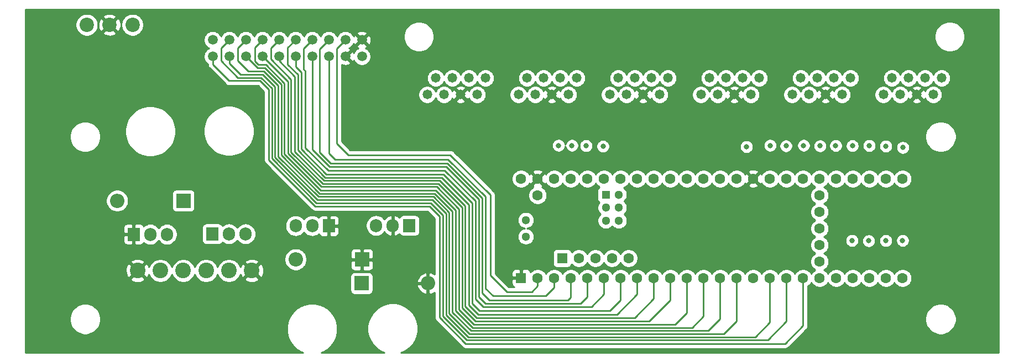
<source format=gbr>
%TF.GenerationSoftware,KiCad,Pcbnew,(5.1.10-1-10_14)*%
%TF.CreationDate,2021-11-09T17:04:18-05:00*%
%TF.ProjectId,TeensyBoardv2,5465656e-7379-4426-9f61-726476322e6b,v01*%
%TF.SameCoordinates,Original*%
%TF.FileFunction,Copper,L4,Bot*%
%TF.FilePolarity,Positive*%
%FSLAX46Y46*%
G04 Gerber Fmt 4.6, Leading zero omitted, Abs format (unit mm)*
G04 Created by KiCad (PCBNEW (5.1.10-1-10_14)) date 2021-11-09 17:04:18*
%MOMM*%
%LPD*%
G01*
G04 APERTURE LIST*
%TA.AperFunction,ComponentPad*%
%ADD10C,1.478000*%
%TD*%
%TA.AperFunction,ComponentPad*%
%ADD11C,2.200000*%
%TD*%
%TA.AperFunction,ComponentPad*%
%ADD12C,1.300000*%
%TD*%
%TA.AperFunction,ComponentPad*%
%ADD13C,1.600000*%
%TD*%
%TA.AperFunction,ComponentPad*%
%ADD14R,1.300000X1.300000*%
%TD*%
%TA.AperFunction,ComponentPad*%
%ADD15R,1.600000X1.600000*%
%TD*%
%TA.AperFunction,ComponentPad*%
%ADD16R,2.200000X2.200000*%
%TD*%
%TA.AperFunction,ComponentPad*%
%ADD17O,2.200000X2.200000*%
%TD*%
%TA.AperFunction,ComponentPad*%
%ADD18C,1.498600*%
%TD*%
%TA.AperFunction,ComponentPad*%
%ADD19C,2.400000*%
%TD*%
%TA.AperFunction,ComponentPad*%
%ADD20O,1.905000X2.000000*%
%TD*%
%TA.AperFunction,ComponentPad*%
%ADD21R,1.905000X2.000000*%
%TD*%
%TA.AperFunction,ViaPad*%
%ADD22C,0.800000*%
%TD*%
%TA.AperFunction,Conductor*%
%ADD23C,0.250000*%
%TD*%
%TA.AperFunction,Conductor*%
%ADD24C,0.254000*%
%TD*%
%TA.AperFunction,Conductor*%
%ADD25C,0.100000*%
%TD*%
G04 APERTURE END LIST*
D10*
%TO.P,P1,43*%
%TO.N,Vbias*%
X182751000Y-89000000D03*
%TO.P,P1,44*%
%TO.N,Vout_6*%
X180211000Y-89000000D03*
%TO.P,P1,48*%
%TO.N,C17*%
X177671000Y-89000000D03*
%TO.P,P1,45*%
%TO.N,GND*%
X181481000Y-91540000D03*
%TO.P,P1,41*%
%TO.N,V+*%
X184021000Y-91540000D03*
%TO.P,P1,46*%
%TO.N,C16*%
X178941000Y-91540000D03*
%TO.P,P1,47*%
%TO.N,V-*%
X176365000Y-91540000D03*
%TO.P,P1,42*%
%TO.N,C15*%
X185291000Y-89000000D03*
%TO.P,P1,34*%
%TO.N,C12*%
X199261000Y-89000000D03*
%TO.P,P1,40*%
%TO.N,C14*%
X191641000Y-89000000D03*
%TO.P,P1,35*%
%TO.N,Vbias*%
X196721000Y-89000000D03*
%TO.P,P1,37*%
%TO.N,GND*%
X195451000Y-91540000D03*
%TO.P,P1,39*%
%TO.N,V-*%
X190335000Y-91540000D03*
%TO.P,P1,36*%
%TO.N,Vout_5*%
X194181000Y-89000000D03*
%TO.P,P1,38*%
%TO.N,C13*%
X192911000Y-91540000D03*
%TO.P,P1,33*%
%TO.N,V+*%
X197991000Y-91540000D03*
%TO.P,P1,26*%
%TO.N,C9*%
X213231000Y-89000000D03*
%TO.P,P1,32*%
%TO.N,C11*%
X205611000Y-89000000D03*
%TO.P,P1,27*%
%TO.N,Vbias*%
X210691000Y-89000000D03*
%TO.P,P1,29*%
%TO.N,GND*%
X209421000Y-91540000D03*
%TO.P,P1,31*%
%TO.N,V-*%
X204305000Y-91540000D03*
%TO.P,P1,28*%
%TO.N,Vout_4*%
X208151000Y-89000000D03*
%TO.P,P1,30*%
%TO.N,C10*%
X206881000Y-91540000D03*
%TO.P,P1,25*%
%TO.N,V+*%
X211961000Y-91540000D03*
%TO.P,P1,22*%
%TO.N,C7*%
X220851000Y-91540000D03*
%TO.P,P1,24*%
%TO.N,C8*%
X219581000Y-89000000D03*
%TO.P,P1,23*%
%TO.N,V-*%
X218275000Y-91540000D03*
%TO.P,P1,19*%
%TO.N,Vbias*%
X224661000Y-89000000D03*
%TO.P,P1,20*%
%TO.N,Vout_3*%
X222121000Y-89000000D03*
%TO.P,P1,18*%
%TO.N,C6*%
X227201000Y-89000000D03*
%TO.P,P1,21*%
%TO.N,GND*%
X223391000Y-91540000D03*
%TO.P,P1,17*%
%TO.N,V+*%
X225931000Y-91540000D03*
%TO.P,P1,9*%
X239901000Y-91540000D03*
%TO.P,P1,11*%
%TO.N,Vbias*%
X238631000Y-89000000D03*
%TO.P,P1,12*%
%TO.N,Vout_2*%
X236091000Y-89000000D03*
%TO.P,P1,10*%
%TO.N,C3*%
X241171000Y-89000000D03*
%TO.P,P1,13*%
%TO.N,GND*%
X237361000Y-91540000D03*
%TO.P,P1,14*%
%TO.N,C4*%
X234821000Y-91540000D03*
%TO.P,P1,16*%
%TO.N,C5*%
X233551000Y-89000000D03*
%TO.P,P1,15*%
%TO.N,V-*%
X232245000Y-91540000D03*
%TO.P,P1,2*%
%TO.N,C0*%
X255141000Y-89000000D03*
%TO.P,P1,5*%
%TO.N,GND*%
X251331000Y-91540000D03*
%TO.P,P1,6*%
%TO.N,C1*%
X248791000Y-91540000D03*
%TO.P,P1,8*%
%TO.N,C2*%
X247521000Y-89000000D03*
%TO.P,P1,7*%
%TO.N,V-*%
X246215000Y-91540000D03*
%TO.P,P1,1*%
%TO.N,V+*%
X253871000Y-91540000D03*
%TO.P,P1,3*%
%TO.N,Vbias*%
X252601000Y-89000000D03*
%TO.P,P1,4*%
%TO.N,Vout_1*%
X250061000Y-89000000D03*
%TD*%
D11*
%TO.P,U7,3*%
%TO.N,12V*%
X131230000Y-80850000D03*
%TO.P,U7,2*%
%TO.N,GND*%
X127730000Y-80850000D03*
%TO.P,U7,1*%
%TO.N,-12V*%
X124230000Y-80850000D03*
%TD*%
D12*
%TO.P,U1,66*%
%TO.N,Net-(U1-Pad66)*%
X191464000Y-110800000D03*
%TO.P,U1,67*%
%TO.N,Net-(U1-Pad67)*%
X191464000Y-113340000D03*
D13*
%TO.P,U1,54*%
%TO.N,Net-(U1-Pad54)*%
X236454000Y-106990000D03*
%TO.P,U1,53*%
%TO.N,Net-(U1-Pad53)*%
X236454000Y-109530000D03*
%TO.P,U1,52*%
%TO.N,Net-(U1-Pad52)*%
X236454000Y-112070000D03*
%TO.P,U1,51*%
%TO.N,Net-(U1-Pad51)*%
X236454000Y-114610000D03*
%TO.P,U1,50*%
%TO.N,Net-(U1-Pad50)*%
X236454000Y-117150000D03*
D12*
%TO.P,U1,62*%
%TO.N,Net-(U1-Pad62)*%
X203704000Y-110888400D03*
%TO.P,U1,63*%
%TO.N,Net-(U1-Pad63)*%
X205704000Y-110888400D03*
%TO.P,U1,64*%
%TO.N,Net-(U1-Pad64)*%
X205704000Y-108888400D03*
%TO.P,U1,61*%
%TO.N,Net-(U1-Pad61)*%
X203704000Y-108888400D03*
%TO.P,U1,65*%
%TO.N,Net-(U1-Pad65)*%
X205704000Y-106888400D03*
D14*
%TO.P,U1,60*%
%TO.N,Net-(U1-Pad60)*%
X203704000Y-106888400D03*
D13*
%TO.P,U1,17*%
%TO.N,D3*%
X231374000Y-119690000D03*
%TO.P,U1,18*%
%TO.N,D2*%
X233914000Y-119690000D03*
%TO.P,U1,19*%
%TO.N,Net-(U1-Pad19)*%
X236454000Y-119690000D03*
%TO.P,U1,20*%
%TO.N,Net-(U1-Pad20)*%
X238994000Y-119690000D03*
%TO.P,U1,16*%
%TO.N,D4*%
X228834000Y-119690000D03*
%TO.P,U1,15*%
%TO.N,Net-(U1-Pad15)*%
X226294000Y-119690000D03*
%TO.P,U1,14*%
%TO.N,D5*%
X223754000Y-119690000D03*
%TO.P,U1,21*%
%TO.N,Net-(R14-Pad1)*%
X241534000Y-119690000D03*
%TO.P,U1,22*%
%TO.N,Net-(R15-Pad1)*%
X244074000Y-119690000D03*
%TO.P,U1,23*%
%TO.N,Net-(R16-Pad1)*%
X246614000Y-119690000D03*
%TO.P,U1,24*%
%TO.N,Net-(R11-Pad1)*%
X249154000Y-119690000D03*
%TO.P,U1,25*%
%TO.N,Net-(R28-Pad1)*%
X249154000Y-104450000D03*
%TO.P,U1,26*%
%TO.N,Net-(R12-Pad1)*%
X246614000Y-104450000D03*
%TO.P,U1,27*%
%TO.N,Net-(R13-Pad1)*%
X244074000Y-104450000D03*
%TO.P,U1,28*%
%TO.N,Net-(R27-Pad1)*%
X241534000Y-104450000D03*
%TO.P,U1,29*%
%TO.N,Net-(R26-Pad1)*%
X238994000Y-104450000D03*
%TO.P,U1,30*%
%TO.N,Net-(R25-Pad1)*%
X236454000Y-104450000D03*
%TO.P,U1,31*%
%TO.N,Net-(R24-Pad1)*%
X233914000Y-104450000D03*
%TO.P,U1,32*%
%TO.N,Net-(R23-Pad1)*%
X231374000Y-104450000D03*
%TO.P,U1,33*%
%TO.N,Net-(R22-Pad1)*%
X228834000Y-104450000D03*
%TO.P,U1,34*%
%TO.N,GND*%
X226294000Y-104450000D03*
%TO.P,U1,13*%
%TO.N,D6*%
X221214000Y-119690000D03*
%TO.P,U1,12*%
%TO.N,D7*%
X218674000Y-119690000D03*
%TO.P,U1,11*%
%TO.N,D8*%
X216134000Y-119690000D03*
%TO.P,U1,10*%
%TO.N,D9*%
X213594000Y-119690000D03*
%TO.P,U1,9*%
%TO.N,D10*%
X211054000Y-119690000D03*
%TO.P,U1,8*%
%TO.N,D11*%
X208514000Y-119690000D03*
%TO.P,U1,7*%
%TO.N,D12*%
X205974000Y-119690000D03*
%TO.P,U1,6*%
%TO.N,D13*%
X203434000Y-119690000D03*
%TO.P,U1,5*%
%TO.N,D14*%
X200894000Y-119690000D03*
%TO.P,U1,4*%
%TO.N,D15*%
X198354000Y-119690000D03*
%TO.P,U1,3*%
%TO.N,D16*%
X195814000Y-119690000D03*
%TO.P,U1,2*%
%TO.N,D17*%
X193274000Y-119690000D03*
D15*
%TO.P,U1,1*%
%TO.N,GND*%
X190734000Y-119690000D03*
D13*
%TO.P,U1,35*%
%TO.N,Net-(R21-Pad1)*%
X223754000Y-104450000D03*
%TO.P,U1,36*%
%TO.N,Vout_1*%
X221214000Y-104450000D03*
%TO.P,U1,37*%
%TO.N,Vout_2*%
X218674000Y-104450000D03*
%TO.P,U1,38*%
%TO.N,Vout_3*%
X216134000Y-104450000D03*
%TO.P,U1,39*%
%TO.N,Vout_4*%
X213594000Y-104450000D03*
%TO.P,U1,40*%
%TO.N,Vout_5*%
X211054000Y-104450000D03*
%TO.P,U1,41*%
%TO.N,Vout_6*%
X208514000Y-104450000D03*
%TO.P,U1,42*%
%TO.N,Net-(R20-Pad1)*%
X205974000Y-104450000D03*
%TO.P,U1,43*%
%TO.N,Net-(R19-Pad1)*%
X203434000Y-104450000D03*
%TO.P,U1,44*%
%TO.N,Net-(R18-Pad1)*%
X200894000Y-104450000D03*
%TO.P,U1,45*%
%TO.N,Net-(R17-Pad1)*%
X198354000Y-104450000D03*
%TO.P,U1,46*%
%TO.N,Net-(R5-Pad1)*%
X195814000Y-104450000D03*
%TO.P,U1,47*%
%TO.N,GND*%
X193274000Y-104450000D03*
%TO.P,U1,48*%
%TO.N,V+*%
X190734000Y-104450000D03*
D15*
%TO.P,U1,55*%
%TO.N,Net-(U1-Pad55)*%
X197033200Y-116639200D03*
D13*
%TO.P,U1,56*%
%TO.N,Net-(U1-Pad56)*%
X199573200Y-116639200D03*
%TO.P,U1,57*%
%TO.N,Net-(U1-Pad57)*%
X202113200Y-116639200D03*
%TO.P,U1,58*%
%TO.N,Net-(U1-Pad58)*%
X204653200Y-116639200D03*
%TO.P,U1,59*%
%TO.N,Net-(U1-Pad59)*%
X207193200Y-116639200D03*
%TO.P,U1,49*%
%TO.N,Net-(U1-Pad49)*%
X193274000Y-106990000D03*
%TD*%
D16*
%TO.P,D2,1*%
%TO.N,V+*%
X166320000Y-120494000D03*
D17*
%TO.P,D2,2*%
%TO.N,GND*%
X176480000Y-120494000D03*
%TD*%
%TO.P,D1,2*%
%TO.N,V-*%
X156210000Y-116840000D03*
D16*
%TO.P,D1,1*%
%TO.N,GND*%
X166370000Y-116840000D03*
%TD*%
%TO.P,D3,1*%
%TO.N,-12V*%
X139042000Y-107820000D03*
D17*
%TO.P,D3,2*%
%TO.N,Vin-*%
X128882000Y-107820000D03*
%TD*%
D18*
%TO.P,J1,1*%
%TO.N,D1*%
X143510000Y-83140000D03*
%TO.P,J1,2*%
%TO.N,D2*%
X143510000Y-85680000D03*
%TO.P,J1,3*%
%TO.N,D3*%
X146050000Y-83140000D03*
%TO.P,J1,4*%
%TO.N,D4*%
X146050000Y-85680000D03*
%TO.P,J1,5*%
%TO.N,D5*%
X148590000Y-83140000D03*
%TO.P,J1,6*%
%TO.N,D6*%
X148590000Y-85680000D03*
%TO.P,J1,7*%
%TO.N,D7*%
X151130000Y-83140000D03*
%TO.P,J1,8*%
%TO.N,D8*%
X151130000Y-85680000D03*
%TO.P,J1,9*%
%TO.N,D9*%
X153670000Y-83140000D03*
%TO.P,J1,10*%
%TO.N,D10*%
X153670000Y-85680000D03*
%TO.P,J1,11*%
%TO.N,D11*%
X156210000Y-83140000D03*
%TO.P,J1,12*%
%TO.N,D12*%
X156210000Y-85680000D03*
%TO.P,J1,13*%
%TO.N,D13*%
X158750000Y-83140000D03*
%TO.P,J1,14*%
%TO.N,D14*%
X158750000Y-85680000D03*
%TO.P,J1,15*%
%TO.N,D15*%
X161290000Y-83140000D03*
%TO.P,J1,16*%
%TO.N,D16*%
X161290000Y-85680000D03*
%TO.P,J1,17*%
%TO.N,D17*%
X163830000Y-83140000D03*
%TO.P,J1,18*%
%TO.N,GND*%
X163830000Y-85680000D03*
%TO.P,J1,19*%
X166370000Y-83140000D03*
%TO.P,J1,20*%
%TO.N,NC*%
X166370000Y-85680000D03*
%TD*%
D19*
%TO.P,U5,1*%
%TO.N,GND*%
X132010000Y-118550000D03*
%TO.P,U5,2*%
%TO.N,12V*%
X135510000Y-118550000D03*
%TO.P,U5,3*%
%TO.N,Vin+*%
X139010000Y-118550000D03*
%TO.P,U5,4*%
%TO.N,Vin-*%
X142510000Y-118550000D03*
%TO.P,U5,5*%
%TO.N,Vinbias*%
X146010000Y-118550000D03*
%TO.P,U5,6*%
%TO.N,GND*%
X149510000Y-118550000D03*
%TD*%
D20*
%TO.P,U2,3*%
%TO.N,V+*%
X168536920Y-111634340D03*
%TO.P,U2,2*%
%TO.N,GND*%
X171076920Y-111634340D03*
D21*
%TO.P,U2,1*%
%TO.N,Vin+*%
X173616920Y-111634340D03*
%TD*%
D20*
%TO.P,U3,3*%
%TO.N,V-*%
X156204920Y-111686340D03*
%TO.P,U3,2*%
%TO.N,Vin-*%
X158744920Y-111686340D03*
D21*
%TO.P,U3,1*%
%TO.N,GND*%
X161284920Y-111686340D03*
%TD*%
%TO.P,U4,1*%
%TO.N,GND*%
X131427080Y-112973660D03*
D20*
%TO.P,U4,2*%
%TO.N,Vin-*%
X133967080Y-112973660D03*
%TO.P,U4,3*%
%TO.N,-12V*%
X136507080Y-112973660D03*
%TD*%
D21*
%TO.P,U6,1*%
%TO.N,Net-(R2-Pad2)*%
X143463080Y-112909660D03*
D20*
%TO.P,U6,2*%
%TO.N,Vinbias*%
X146003080Y-112909660D03*
%TO.P,U6,3*%
%TO.N,Vbias*%
X148543080Y-112909660D03*
%TD*%
D22*
%TO.N,GND*%
X168402000Y-96774000D03*
X165862000Y-92456000D03*
X174244000Y-88900000D03*
X140208000Y-88646000D03*
X140552000Y-101204000D03*
X172974000Y-99060000D03*
X187452000Y-118110000D03*
X187452000Y-115316000D03*
X187452000Y-112522000D03*
X187452000Y-109728000D03*
X177038000Y-111506000D03*
X177038000Y-114046000D03*
X177038000Y-116586000D03*
X177038000Y-123190000D03*
X177292000Y-129794000D03*
X212140000Y-102790000D03*
X206980000Y-97720000D03*
X217400000Y-102990000D03*
X226980000Y-102380000D03*
X214450000Y-96410000D03*
X203190000Y-98070000D03*
X196490000Y-92410000D03*
X182560000Y-92560000D03*
X127740000Y-82990000D03*
X146820000Y-124280000D03*
X119000000Y-116000000D03*
X131000000Y-124000000D03*
X120000000Y-89000000D03*
%TO.N,C0*%
X249160000Y-113930000D03*
%TO.N,C1*%
X246590000Y-99460000D03*
%TO.N,C2*%
X244060000Y-99370000D03*
%TO.N,C17*%
X196470000Y-99340000D03*
%TO.N,C16*%
X198530000Y-99350000D03*
%TO.N,C15*%
X200680000Y-99400000D03*
%TO.N,C12*%
X228870000Y-99350000D03*
%TO.N,C14*%
X203290000Y-99470000D03*
%TO.N,C13*%
X225270000Y-99540000D03*
%TO.N,C9*%
X236520000Y-99410000D03*
%TO.N,C11*%
X231310000Y-99410000D03*
%TO.N,C10*%
X234000000Y-99350000D03*
%TO.N,C7*%
X241480000Y-99390000D03*
%TO.N,C8*%
X238920000Y-99380000D03*
%TO.N,C6*%
X241400000Y-113940000D03*
%TO.N,C3*%
X243980000Y-113970000D03*
%TO.N,C4*%
X246600000Y-113960000D03*
%TO.N,C5*%
X249200000Y-99660000D03*
%TD*%
D23*
%TO.N,D2*%
X233914000Y-119690000D02*
X233914000Y-127006000D01*
X233914000Y-127006000D02*
X231170000Y-129750000D01*
X231170000Y-129750000D02*
X182280000Y-129750000D01*
X182280000Y-129750000D02*
X178270000Y-125740000D01*
X178270000Y-125740000D02*
X178270000Y-110220000D01*
X178270000Y-110220000D02*
X176740000Y-108690000D01*
X176740000Y-108690000D02*
X159220000Y-108690000D01*
X159220000Y-108690000D02*
X152090000Y-101560000D01*
X152090000Y-101560000D02*
X152090000Y-90740000D01*
X152090000Y-90740000D02*
X150780000Y-89430000D01*
X150780000Y-89430000D02*
X146030000Y-89430000D01*
X143510000Y-86910000D02*
X143510000Y-85680000D01*
X146030000Y-89430000D02*
X143510000Y-86910000D01*
%TO.N,D3*%
X231374000Y-119690000D02*
X231374000Y-126326000D01*
X231374000Y-126326000D02*
X228510000Y-129190000D01*
X228510000Y-129190000D02*
X182440000Y-129190000D01*
X182440000Y-129190000D02*
X178770000Y-125520000D01*
X178770000Y-125520000D02*
X178770000Y-110080000D01*
X178770000Y-110080000D02*
X176900000Y-108210000D01*
X176900000Y-108210000D02*
X159410000Y-108210000D01*
X159410000Y-108210000D02*
X152570000Y-101370000D01*
X152570000Y-101370000D02*
X152570000Y-90560000D01*
X152570000Y-90560000D02*
X150950000Y-88940000D01*
X150950000Y-88940000D02*
X147380000Y-88940000D01*
X147380000Y-88940000D02*
X144820000Y-86380000D01*
X144820000Y-84370000D02*
X146050000Y-83140000D01*
X144820000Y-86380000D02*
X144820000Y-84370000D01*
%TO.N,D4*%
X228834000Y-119690000D02*
X228834000Y-126496000D01*
X228834000Y-126496000D02*
X226600000Y-128730000D01*
X226600000Y-128730000D02*
X182630000Y-128730000D01*
X182630000Y-128730000D02*
X179250000Y-125350000D01*
X179250000Y-125350000D02*
X179250000Y-109810000D01*
X179250000Y-109810000D02*
X177150000Y-107710000D01*
X177150000Y-107710000D02*
X159560000Y-107710000D01*
X159560000Y-107710000D02*
X153020000Y-101170000D01*
X153020000Y-101170000D02*
X153020000Y-90330000D01*
X153020000Y-90330000D02*
X151160000Y-88470000D01*
X151160000Y-88470000D02*
X147780000Y-88470000D01*
X146050000Y-86740000D02*
X146050000Y-85680000D01*
X147780000Y-88470000D02*
X146050000Y-86740000D01*
%TO.N,D5*%
X223754000Y-119690000D02*
X223754000Y-126286000D01*
X223754000Y-126286000D02*
X221770000Y-128270000D01*
X221770000Y-128270000D02*
X182860000Y-128270000D01*
X182860000Y-128270000D02*
X179740000Y-125150000D01*
X179740000Y-125150000D02*
X179740000Y-109640000D01*
X179740000Y-109640000D02*
X177310000Y-107210000D01*
X177310000Y-107210000D02*
X159700000Y-107210000D01*
X159700000Y-107210000D02*
X153530000Y-101040000D01*
X153530000Y-101040000D02*
X153530000Y-90160000D01*
X153530000Y-90160000D02*
X151330000Y-87960000D01*
X151330000Y-87960000D02*
X148940000Y-87960000D01*
X148940000Y-87960000D02*
X147360000Y-86380000D01*
X147360000Y-84370000D02*
X148590000Y-83140000D01*
X147360000Y-86380000D02*
X147360000Y-84370000D01*
%TO.N,D6*%
X221214000Y-119690000D02*
X221214000Y-125936000D01*
X221214000Y-125936000D02*
X219390000Y-127760000D01*
X219390000Y-127760000D02*
X183070000Y-127760000D01*
X183070000Y-127760000D02*
X180230000Y-124920000D01*
X180230000Y-124920000D02*
X180230000Y-109460000D01*
X180230000Y-109460000D02*
X177480000Y-106710000D01*
X177480000Y-106710000D02*
X159860000Y-106710000D01*
X159860000Y-106710000D02*
X154010000Y-100860000D01*
X154010000Y-100860000D02*
X154010000Y-89970000D01*
X154010000Y-89970000D02*
X151520000Y-87480000D01*
X150390000Y-87480000D02*
X148590000Y-85680000D01*
X151520000Y-87480000D02*
X150390000Y-87480000D01*
%TO.N,D7*%
X218674000Y-119690000D02*
X218674000Y-125566000D01*
X218674000Y-125566000D02*
X216960000Y-127280000D01*
X216960000Y-127280000D02*
X183300000Y-127280000D01*
X183300000Y-127280000D02*
X180750000Y-124730000D01*
X180750000Y-124730000D02*
X180750000Y-109290000D01*
X180750000Y-109290000D02*
X177670000Y-106210000D01*
X177670000Y-106210000D02*
X160020000Y-106210000D01*
X160020000Y-106210000D02*
X154480000Y-100670000D01*
X154480000Y-100670000D02*
X154480000Y-89780000D01*
X154480000Y-89780000D02*
X151650000Y-86950000D01*
X151650000Y-86950000D02*
X150500000Y-86950000D01*
X150500000Y-86950000D02*
X149940000Y-86390000D01*
X149940000Y-84330000D02*
X151130000Y-83140000D01*
X149940000Y-86390000D02*
X149940000Y-84330000D01*
%TO.N,D8*%
X216134000Y-119690000D02*
X216134000Y-125036000D01*
X216134000Y-125036000D02*
X214360000Y-126810000D01*
X214360000Y-126810000D02*
X183530000Y-126810000D01*
X183530000Y-126810000D02*
X181250000Y-124530000D01*
X181250000Y-124530000D02*
X181250000Y-109100000D01*
X181250000Y-109100000D02*
X177830000Y-105680000D01*
X177830000Y-105680000D02*
X160150000Y-105680000D01*
X160150000Y-105680000D02*
X155020000Y-100550000D01*
X155020000Y-89570000D02*
X151130000Y-85680000D01*
X155020000Y-100550000D02*
X155020000Y-89570000D01*
%TO.N,D9*%
X178080000Y-105210000D02*
X160360000Y-105210000D01*
X155520000Y-100370000D02*
X155520000Y-89180000D01*
X152400000Y-86060000D02*
X152400000Y-84410000D01*
X160360000Y-105210000D02*
X155520000Y-100370000D01*
X155520000Y-89180000D02*
X152400000Y-86060000D01*
X181700000Y-108830000D02*
X178080000Y-105210000D01*
X181700000Y-124280000D02*
X181700000Y-108830000D01*
X210370000Y-126340000D02*
X183760000Y-126340000D01*
X213594000Y-119690000D02*
X213594000Y-123116000D01*
X213594000Y-123116000D02*
X210370000Y-126340000D01*
X152400000Y-84410000D02*
X153670000Y-83140000D01*
X183760000Y-126340000D02*
X181700000Y-124280000D01*
%TO.N,D10*%
X211054000Y-119690000D02*
X211054000Y-120466000D01*
X153670000Y-86340000D02*
X153670000Y-85680000D01*
X156090000Y-88760000D02*
X153670000Y-86340000D01*
X156090000Y-100280000D02*
X156090000Y-88760000D01*
X182170000Y-108610000D02*
X178300000Y-104740000D01*
X183950000Y-125810000D02*
X182170000Y-124030000D01*
X160550000Y-104740000D02*
X156090000Y-100280000D01*
X211054000Y-122866000D02*
X208110000Y-125810000D01*
X208110000Y-125810000D02*
X183950000Y-125810000D01*
X178300000Y-104740000D02*
X160550000Y-104740000D01*
X182170000Y-124030000D02*
X182170000Y-108610000D01*
X211054000Y-119690000D02*
X211054000Y-122866000D01*
%TO.N,D11*%
X208514000Y-119690000D02*
X208514000Y-122196000D01*
X208514000Y-122196000D02*
X205440000Y-125270000D01*
X205440000Y-125270000D02*
X184200000Y-125270000D01*
X184200000Y-125270000D02*
X182740000Y-123810000D01*
X182740000Y-123810000D02*
X182740000Y-108470000D01*
X182740000Y-108470000D02*
X178560000Y-104290000D01*
X178560000Y-104290000D02*
X160760000Y-104290000D01*
X160760000Y-104290000D02*
X156560000Y-100090000D01*
X156560000Y-100090000D02*
X156560000Y-88460000D01*
X156560000Y-88460000D02*
X155010000Y-86910000D01*
X155010000Y-84340000D02*
X156210000Y-83140000D01*
X155010000Y-86910000D02*
X155010000Y-84340000D01*
%TO.N,D12*%
X156210000Y-87270000D02*
X156210000Y-85680000D01*
X157080000Y-88140000D02*
X156210000Y-87270000D01*
X183250000Y-123620000D02*
X183250000Y-108220000D01*
X204350000Y-124730000D02*
X184360000Y-124730000D01*
X160940000Y-103790000D02*
X157080000Y-99930000D01*
X183250000Y-108220000D02*
X178820000Y-103790000D01*
X205974000Y-119690000D02*
X205974000Y-123106000D01*
X184360000Y-124730000D02*
X183250000Y-123620000D01*
X157080000Y-99930000D02*
X157080000Y-88140000D01*
X178820000Y-103790000D02*
X160940000Y-103790000D01*
X205974000Y-123106000D02*
X204350000Y-124730000D01*
%TO.N,D13*%
X203434000Y-119690000D02*
X203434000Y-122176000D01*
X203434000Y-122176000D02*
X201510000Y-124100000D01*
X201510000Y-124100000D02*
X184920000Y-124100000D01*
X184920000Y-124100000D02*
X183730000Y-122910000D01*
X183730000Y-122910000D02*
X183730000Y-107870000D01*
X183730000Y-107870000D02*
X179050000Y-103190000D01*
X179050000Y-103190000D02*
X161200000Y-103190000D01*
X161200000Y-103190000D02*
X157700000Y-99690000D01*
X157700000Y-99690000D02*
X157700000Y-87920000D01*
X157700000Y-87920000D02*
X157410000Y-87630000D01*
X157410000Y-84480000D02*
X158750000Y-83140000D01*
X157410000Y-87630000D02*
X157410000Y-84480000D01*
%TO.N,D14*%
X200894000Y-119690000D02*
X200894000Y-122556000D01*
X200894000Y-122556000D02*
X199840000Y-123610000D01*
X199840000Y-123610000D02*
X185300000Y-123610000D01*
X185300000Y-123610000D02*
X184280000Y-122590000D01*
X184280000Y-122590000D02*
X184280000Y-107610000D01*
X184280000Y-107610000D02*
X179280000Y-102610000D01*
X179280000Y-102610000D02*
X161410000Y-102610000D01*
X158750000Y-99950000D02*
X158750000Y-85680000D01*
X161410000Y-102610000D02*
X158750000Y-99950000D01*
%TO.N,D15*%
X198354000Y-119690000D02*
X198354000Y-122666000D01*
X198354000Y-122666000D02*
X197900000Y-123120000D01*
X197900000Y-123120000D02*
X185910000Y-123120000D01*
X185910000Y-123120000D02*
X184740000Y-121950000D01*
X184740000Y-121950000D02*
X184740000Y-107400000D01*
X184740000Y-107400000D02*
X179430000Y-102090000D01*
X179430000Y-102090000D02*
X161570000Y-102090000D01*
X161570000Y-102090000D02*
X159890000Y-100410000D01*
X159890000Y-84540000D02*
X161290000Y-83140000D01*
X159890000Y-100410000D02*
X159890000Y-84540000D01*
%TO.N,D16*%
X195814000Y-119690000D02*
X195814000Y-121136000D01*
X195814000Y-121136000D02*
X194500000Y-122450000D01*
X194500000Y-122450000D02*
X186430000Y-122450000D01*
X186430000Y-122450000D02*
X185260000Y-121280000D01*
X185260000Y-121280000D02*
X185260000Y-107210000D01*
X185260000Y-107210000D02*
X179530000Y-101480000D01*
X179530000Y-101480000D02*
X162230000Y-101480000D01*
X161290000Y-100540000D02*
X161290000Y-85680000D01*
X162230000Y-101480000D02*
X161290000Y-100540000D01*
%TO.N,D17*%
X193274000Y-119690000D02*
X193274000Y-120906000D01*
X193274000Y-120906000D02*
X192360000Y-121820000D01*
X192360000Y-121820000D02*
X188560000Y-121820000D01*
X188560000Y-121820000D02*
X186050000Y-119310000D01*
X186050000Y-119310000D02*
X186050000Y-106950000D01*
X186050000Y-106950000D02*
X179900000Y-100800000D01*
X179900000Y-100800000D02*
X164250000Y-100800000D01*
X164250000Y-100800000D02*
X162500000Y-99050000D01*
X162500000Y-84470000D02*
X163830000Y-83140000D01*
X162500000Y-99050000D02*
X162500000Y-84470000D01*
%TD*%
D24*
%TO.N,GND*%
X263890001Y-131120000D02*
X172330945Y-131120000D01*
X172917158Y-130877182D01*
X173553463Y-130452017D01*
X174094597Y-129910883D01*
X174519762Y-129274578D01*
X174812622Y-128567553D01*
X174961920Y-127816979D01*
X174961920Y-127051701D01*
X174812622Y-126301127D01*
X174519762Y-125594102D01*
X174094597Y-124957797D01*
X173553463Y-124416663D01*
X172917158Y-123991498D01*
X172210133Y-123698638D01*
X171459559Y-123549340D01*
X170694281Y-123549340D01*
X169943707Y-123698638D01*
X169236682Y-123991498D01*
X168600377Y-124416663D01*
X168059243Y-124957797D01*
X167634078Y-125594102D01*
X167341218Y-126301127D01*
X167191920Y-127051701D01*
X167191920Y-127816979D01*
X167341218Y-128567553D01*
X167634078Y-129274578D01*
X168059243Y-129910883D01*
X168600377Y-130452017D01*
X169236682Y-130877182D01*
X169822895Y-131120000D01*
X160124484Y-131120000D01*
X160585158Y-130929182D01*
X161221463Y-130504017D01*
X161762597Y-129962883D01*
X162187762Y-129326578D01*
X162480622Y-128619553D01*
X162629920Y-127868979D01*
X162629920Y-127103701D01*
X162480622Y-126353127D01*
X162187762Y-125646102D01*
X161762597Y-125009797D01*
X161221463Y-124468663D01*
X160585158Y-124043498D01*
X159878133Y-123750638D01*
X159127559Y-123601340D01*
X158362281Y-123601340D01*
X157611707Y-123750638D01*
X156904682Y-124043498D01*
X156268377Y-124468663D01*
X155727243Y-125009797D01*
X155302078Y-125646102D01*
X155009218Y-126353127D01*
X154859920Y-127103701D01*
X154859920Y-127868979D01*
X155009218Y-128619553D01*
X155302078Y-129326578D01*
X155727243Y-129962883D01*
X156268377Y-130504017D01*
X156904682Y-130929182D01*
X157365356Y-131120000D01*
X114810000Y-131120000D01*
X114810000Y-125765098D01*
X121615000Y-125765098D01*
X121615000Y-126234902D01*
X121706654Y-126695679D01*
X121886440Y-127129721D01*
X122147450Y-127520349D01*
X122479651Y-127852550D01*
X122870279Y-128113560D01*
X123304321Y-128293346D01*
X123765098Y-128385000D01*
X124234902Y-128385000D01*
X124695679Y-128293346D01*
X125129721Y-128113560D01*
X125520349Y-127852550D01*
X125852550Y-127520349D01*
X126113560Y-127129721D01*
X126293346Y-126695679D01*
X126385000Y-126234902D01*
X126385000Y-125765098D01*
X126293346Y-125304321D01*
X126113560Y-124870279D01*
X125852550Y-124479651D01*
X125520349Y-124147450D01*
X125129721Y-123886440D01*
X124695679Y-123706654D01*
X124234902Y-123615000D01*
X123765098Y-123615000D01*
X123304321Y-123706654D01*
X122870279Y-123886440D01*
X122479651Y-124147450D01*
X122147450Y-124479651D01*
X121886440Y-124870279D01*
X121706654Y-125304321D01*
X121615000Y-125765098D01*
X114810000Y-125765098D01*
X114810000Y-119827980D01*
X130911626Y-119827980D01*
X131031514Y-120112836D01*
X131355210Y-120273699D01*
X131704069Y-120368322D01*
X132064684Y-120393067D01*
X132423198Y-120346985D01*
X132765833Y-120231846D01*
X132988486Y-120112836D01*
X133108374Y-119827980D01*
X132010000Y-118729605D01*
X130911626Y-119827980D01*
X114810000Y-119827980D01*
X114810000Y-118604684D01*
X130166933Y-118604684D01*
X130213015Y-118963198D01*
X130328154Y-119305833D01*
X130447164Y-119528486D01*
X130732020Y-119648374D01*
X131830395Y-118550000D01*
X132189605Y-118550000D01*
X133287980Y-119648374D01*
X133572836Y-119528486D01*
X133733699Y-119204790D01*
X133757969Y-119115310D01*
X133883844Y-119419199D01*
X134084662Y-119719744D01*
X134340256Y-119975338D01*
X134640801Y-120176156D01*
X134974750Y-120314482D01*
X135329268Y-120385000D01*
X135690732Y-120385000D01*
X136045250Y-120314482D01*
X136379199Y-120176156D01*
X136679744Y-119975338D01*
X136935338Y-119719744D01*
X137136156Y-119419199D01*
X137260000Y-119120213D01*
X137383844Y-119419199D01*
X137584662Y-119719744D01*
X137840256Y-119975338D01*
X138140801Y-120176156D01*
X138474750Y-120314482D01*
X138829268Y-120385000D01*
X139190732Y-120385000D01*
X139545250Y-120314482D01*
X139879199Y-120176156D01*
X140179744Y-119975338D01*
X140435338Y-119719744D01*
X140636156Y-119419199D01*
X140760000Y-119120213D01*
X140883844Y-119419199D01*
X141084662Y-119719744D01*
X141340256Y-119975338D01*
X141640801Y-120176156D01*
X141974750Y-120314482D01*
X142329268Y-120385000D01*
X142690732Y-120385000D01*
X143045250Y-120314482D01*
X143379199Y-120176156D01*
X143679744Y-119975338D01*
X143935338Y-119719744D01*
X144136156Y-119419199D01*
X144260000Y-119120213D01*
X144383844Y-119419199D01*
X144584662Y-119719744D01*
X144840256Y-119975338D01*
X145140801Y-120176156D01*
X145474750Y-120314482D01*
X145829268Y-120385000D01*
X146190732Y-120385000D01*
X146545250Y-120314482D01*
X146879199Y-120176156D01*
X147179744Y-119975338D01*
X147327102Y-119827980D01*
X148411626Y-119827980D01*
X148531514Y-120112836D01*
X148855210Y-120273699D01*
X149204069Y-120368322D01*
X149564684Y-120393067D01*
X149923198Y-120346985D01*
X150265833Y-120231846D01*
X150488486Y-120112836D01*
X150608374Y-119827980D01*
X149510000Y-118729605D01*
X148411626Y-119827980D01*
X147327102Y-119827980D01*
X147435338Y-119719744D01*
X147636156Y-119419199D01*
X147763190Y-119112511D01*
X147828154Y-119305833D01*
X147947164Y-119528486D01*
X148232020Y-119648374D01*
X149330395Y-118550000D01*
X149689605Y-118550000D01*
X150787980Y-119648374D01*
X151072836Y-119528486D01*
X151139669Y-119394000D01*
X164581928Y-119394000D01*
X164581928Y-121594000D01*
X164594188Y-121718482D01*
X164630498Y-121838180D01*
X164689463Y-121948494D01*
X164768815Y-122045185D01*
X164865506Y-122124537D01*
X164975820Y-122183502D01*
X165095518Y-122219812D01*
X165220000Y-122232072D01*
X167420000Y-122232072D01*
X167544482Y-122219812D01*
X167664180Y-122183502D01*
X167774494Y-122124537D01*
X167871185Y-122045185D01*
X167950537Y-121948494D01*
X168009502Y-121838180D01*
X168045812Y-121718482D01*
X168058072Y-121594000D01*
X168058072Y-120890122D01*
X174790825Y-120890122D01*
X174855425Y-121103094D01*
X175005469Y-121408329D01*
X175212178Y-121678427D01*
X175467609Y-121903008D01*
X175761946Y-122073442D01*
X176083877Y-122183179D01*
X176353000Y-122065600D01*
X176353000Y-120621000D01*
X174908875Y-120621000D01*
X174790825Y-120890122D01*
X168058072Y-120890122D01*
X168058072Y-120097878D01*
X174790825Y-120097878D01*
X174908875Y-120367000D01*
X176353000Y-120367000D01*
X176353000Y-118922400D01*
X176083877Y-118804821D01*
X175761946Y-118914558D01*
X175467609Y-119084992D01*
X175212178Y-119309573D01*
X175005469Y-119579671D01*
X174855425Y-119884906D01*
X174790825Y-120097878D01*
X168058072Y-120097878D01*
X168058072Y-119394000D01*
X168045812Y-119269518D01*
X168009502Y-119149820D01*
X167950537Y-119039506D01*
X167871185Y-118942815D01*
X167774494Y-118863463D01*
X167664180Y-118804498D01*
X167544482Y-118768188D01*
X167420000Y-118755928D01*
X165220000Y-118755928D01*
X165095518Y-118768188D01*
X164975820Y-118804498D01*
X164865506Y-118863463D01*
X164768815Y-118942815D01*
X164689463Y-119039506D01*
X164630498Y-119149820D01*
X164594188Y-119269518D01*
X164581928Y-119394000D01*
X151139669Y-119394000D01*
X151233699Y-119204790D01*
X151328322Y-118855931D01*
X151353067Y-118495316D01*
X151306985Y-118136802D01*
X151191846Y-117794167D01*
X151072836Y-117571514D01*
X150787980Y-117451626D01*
X149689605Y-118550000D01*
X149330395Y-118550000D01*
X148232020Y-117451626D01*
X147947164Y-117571514D01*
X147786301Y-117895210D01*
X147762031Y-117984690D01*
X147636156Y-117680801D01*
X147435338Y-117380256D01*
X147327102Y-117272020D01*
X148411626Y-117272020D01*
X149510000Y-118370395D01*
X150608374Y-117272020D01*
X150488486Y-116987164D01*
X150164790Y-116826301D01*
X149815931Y-116731678D01*
X149455316Y-116706933D01*
X149096802Y-116753015D01*
X148754167Y-116868154D01*
X148531514Y-116987164D01*
X148411626Y-117272020D01*
X147327102Y-117272020D01*
X147179744Y-117124662D01*
X146879199Y-116923844D01*
X146545250Y-116785518D01*
X146190732Y-116715000D01*
X145829268Y-116715000D01*
X145474750Y-116785518D01*
X145140801Y-116923844D01*
X144840256Y-117124662D01*
X144584662Y-117380256D01*
X144383844Y-117680801D01*
X144260000Y-117979787D01*
X144136156Y-117680801D01*
X143935338Y-117380256D01*
X143679744Y-117124662D01*
X143379199Y-116923844D01*
X143045250Y-116785518D01*
X142690732Y-116715000D01*
X142329268Y-116715000D01*
X141974750Y-116785518D01*
X141640801Y-116923844D01*
X141340256Y-117124662D01*
X141084662Y-117380256D01*
X140883844Y-117680801D01*
X140760000Y-117979787D01*
X140636156Y-117680801D01*
X140435338Y-117380256D01*
X140179744Y-117124662D01*
X139879199Y-116923844D01*
X139545250Y-116785518D01*
X139190732Y-116715000D01*
X138829268Y-116715000D01*
X138474750Y-116785518D01*
X138140801Y-116923844D01*
X137840256Y-117124662D01*
X137584662Y-117380256D01*
X137383844Y-117680801D01*
X137260000Y-117979787D01*
X137136156Y-117680801D01*
X136935338Y-117380256D01*
X136679744Y-117124662D01*
X136379199Y-116923844D01*
X136045250Y-116785518D01*
X135690732Y-116715000D01*
X135329268Y-116715000D01*
X134974750Y-116785518D01*
X134640801Y-116923844D01*
X134340256Y-117124662D01*
X134084662Y-117380256D01*
X133883844Y-117680801D01*
X133756810Y-117987489D01*
X133691846Y-117794167D01*
X133572836Y-117571514D01*
X133287980Y-117451626D01*
X132189605Y-118550000D01*
X131830395Y-118550000D01*
X130732020Y-117451626D01*
X130447164Y-117571514D01*
X130286301Y-117895210D01*
X130191678Y-118244069D01*
X130166933Y-118604684D01*
X114810000Y-118604684D01*
X114810000Y-117272020D01*
X130911626Y-117272020D01*
X132010000Y-118370395D01*
X133108374Y-117272020D01*
X132988486Y-116987164D01*
X132664790Y-116826301D01*
X132315931Y-116731678D01*
X131955316Y-116706933D01*
X131596802Y-116753015D01*
X131254167Y-116868154D01*
X131031514Y-116987164D01*
X130911626Y-117272020D01*
X114810000Y-117272020D01*
X114810000Y-116669117D01*
X154475000Y-116669117D01*
X154475000Y-117010883D01*
X154541675Y-117346081D01*
X154672463Y-117661831D01*
X154862337Y-117945998D01*
X155104002Y-118187663D01*
X155388169Y-118377537D01*
X155703919Y-118508325D01*
X156039117Y-118575000D01*
X156380883Y-118575000D01*
X156716081Y-118508325D01*
X157031831Y-118377537D01*
X157315998Y-118187663D01*
X157557663Y-117945998D01*
X157561670Y-117940000D01*
X164631928Y-117940000D01*
X164644188Y-118064482D01*
X164680498Y-118184180D01*
X164739463Y-118294494D01*
X164818815Y-118391185D01*
X164915506Y-118470537D01*
X165025820Y-118529502D01*
X165145518Y-118565812D01*
X165270000Y-118578072D01*
X166084250Y-118575000D01*
X166243000Y-118416250D01*
X166243000Y-116967000D01*
X166497000Y-116967000D01*
X166497000Y-118416250D01*
X166655750Y-118575000D01*
X167470000Y-118578072D01*
X167594482Y-118565812D01*
X167714180Y-118529502D01*
X167824494Y-118470537D01*
X167921185Y-118391185D01*
X168000537Y-118294494D01*
X168059502Y-118184180D01*
X168095812Y-118064482D01*
X168108072Y-117940000D01*
X168105000Y-117125750D01*
X167946250Y-116967000D01*
X166497000Y-116967000D01*
X166243000Y-116967000D01*
X164793750Y-116967000D01*
X164635000Y-117125750D01*
X164631928Y-117940000D01*
X157561670Y-117940000D01*
X157747537Y-117661831D01*
X157878325Y-117346081D01*
X157945000Y-117010883D01*
X157945000Y-116669117D01*
X157878325Y-116333919D01*
X157747537Y-116018169D01*
X157561671Y-115740000D01*
X164631928Y-115740000D01*
X164635000Y-116554250D01*
X164793750Y-116713000D01*
X166243000Y-116713000D01*
X166243000Y-115263750D01*
X166497000Y-115263750D01*
X166497000Y-116713000D01*
X167946250Y-116713000D01*
X168105000Y-116554250D01*
X168108072Y-115740000D01*
X168095812Y-115615518D01*
X168059502Y-115495820D01*
X168000537Y-115385506D01*
X167921185Y-115288815D01*
X167824494Y-115209463D01*
X167714180Y-115150498D01*
X167594482Y-115114188D01*
X167470000Y-115101928D01*
X166655750Y-115105000D01*
X166497000Y-115263750D01*
X166243000Y-115263750D01*
X166084250Y-115105000D01*
X165270000Y-115101928D01*
X165145518Y-115114188D01*
X165025820Y-115150498D01*
X164915506Y-115209463D01*
X164818815Y-115288815D01*
X164739463Y-115385506D01*
X164680498Y-115495820D01*
X164644188Y-115615518D01*
X164631928Y-115740000D01*
X157561671Y-115740000D01*
X157557663Y-115734002D01*
X157315998Y-115492337D01*
X157031831Y-115302463D01*
X156716081Y-115171675D01*
X156380883Y-115105000D01*
X156039117Y-115105000D01*
X155703919Y-115171675D01*
X155388169Y-115302463D01*
X155104002Y-115492337D01*
X154862337Y-115734002D01*
X154672463Y-116018169D01*
X154541675Y-116333919D01*
X154475000Y-116669117D01*
X114810000Y-116669117D01*
X114810000Y-113973660D01*
X129836508Y-113973660D01*
X129848768Y-114098142D01*
X129885078Y-114217840D01*
X129944043Y-114328154D01*
X130023395Y-114424845D01*
X130120086Y-114504197D01*
X130230400Y-114563162D01*
X130350098Y-114599472D01*
X130474580Y-114611732D01*
X131141330Y-114608660D01*
X131300080Y-114449910D01*
X131300080Y-113100660D01*
X129998330Y-113100660D01*
X129839580Y-113259410D01*
X129836508Y-113973660D01*
X114810000Y-113973660D01*
X114810000Y-111973660D01*
X129836508Y-111973660D01*
X129839580Y-112687910D01*
X129998330Y-112846660D01*
X131300080Y-112846660D01*
X131300080Y-111497410D01*
X131554080Y-111497410D01*
X131554080Y-112846660D01*
X131574080Y-112846660D01*
X131574080Y-113100660D01*
X131554080Y-113100660D01*
X131554080Y-114449910D01*
X131712830Y-114608660D01*
X132379580Y-114611732D01*
X132504062Y-114599472D01*
X132623760Y-114563162D01*
X132734074Y-114504197D01*
X132830765Y-114424845D01*
X132910117Y-114328154D01*
X132954985Y-114244213D01*
X133080846Y-114347505D01*
X133356632Y-114494915D01*
X133655877Y-114585690D01*
X133967080Y-114616341D01*
X134278284Y-114585690D01*
X134577529Y-114494915D01*
X134853315Y-114347505D01*
X135095043Y-114149123D01*
X135237080Y-113976051D01*
X135379117Y-114149123D01*
X135620846Y-114347505D01*
X135896632Y-114494915D01*
X136195877Y-114585690D01*
X136507080Y-114616341D01*
X136818284Y-114585690D01*
X137117529Y-114494915D01*
X137393315Y-114347505D01*
X137635043Y-114149123D01*
X137833425Y-113907394D01*
X137980835Y-113631608D01*
X138071610Y-113332363D01*
X138094580Y-113099145D01*
X138094580Y-112848174D01*
X138071610Y-112614956D01*
X137980835Y-112315711D01*
X137833425Y-112039925D01*
X137726519Y-111909660D01*
X141872508Y-111909660D01*
X141872508Y-113909660D01*
X141884768Y-114034142D01*
X141921078Y-114153840D01*
X141980043Y-114264154D01*
X142059395Y-114360845D01*
X142156086Y-114440197D01*
X142266400Y-114499162D01*
X142386098Y-114535472D01*
X142510580Y-114547732D01*
X144415580Y-114547732D01*
X144540062Y-114535472D01*
X144659760Y-114499162D01*
X144770074Y-114440197D01*
X144866765Y-114360845D01*
X144946117Y-114264154D01*
X144990985Y-114180213D01*
X145116846Y-114283505D01*
X145392632Y-114430915D01*
X145691877Y-114521690D01*
X146003080Y-114552341D01*
X146314284Y-114521690D01*
X146613529Y-114430915D01*
X146889315Y-114283505D01*
X147131043Y-114085123D01*
X147273080Y-113912051D01*
X147415117Y-114085123D01*
X147656846Y-114283505D01*
X147932632Y-114430915D01*
X148231877Y-114521690D01*
X148543080Y-114552341D01*
X148854284Y-114521690D01*
X149153529Y-114430915D01*
X149429315Y-114283505D01*
X149671043Y-114085123D01*
X149869425Y-113843394D01*
X150016835Y-113567608D01*
X150107610Y-113268363D01*
X150130580Y-113035145D01*
X150130580Y-112784174D01*
X150107610Y-112550956D01*
X150016835Y-112251711D01*
X149869425Y-111975925D01*
X149671043Y-111734197D01*
X149459825Y-111560854D01*
X154617420Y-111560854D01*
X154617420Y-111811825D01*
X154640390Y-112045043D01*
X154731165Y-112344288D01*
X154878575Y-112620074D01*
X155076957Y-112861803D01*
X155318685Y-113060185D01*
X155594471Y-113207595D01*
X155893716Y-113298370D01*
X156204920Y-113329021D01*
X156516123Y-113298370D01*
X156815368Y-113207595D01*
X157091154Y-113060185D01*
X157332883Y-112861803D01*
X157474920Y-112688731D01*
X157616957Y-112861803D01*
X157858685Y-113060185D01*
X158134471Y-113207595D01*
X158433716Y-113298370D01*
X158744920Y-113329021D01*
X159056123Y-113298370D01*
X159355368Y-113207595D01*
X159631154Y-113060185D01*
X159757015Y-112956893D01*
X159801883Y-113040834D01*
X159881235Y-113137525D01*
X159977926Y-113216877D01*
X160088240Y-113275842D01*
X160207938Y-113312152D01*
X160332420Y-113324412D01*
X160999170Y-113321340D01*
X161157920Y-113162590D01*
X161157920Y-111813340D01*
X161411920Y-111813340D01*
X161411920Y-113162590D01*
X161570670Y-113321340D01*
X162237420Y-113324412D01*
X162361902Y-113312152D01*
X162481600Y-113275842D01*
X162591914Y-113216877D01*
X162688605Y-113137525D01*
X162767957Y-113040834D01*
X162826922Y-112930520D01*
X162863232Y-112810822D01*
X162875492Y-112686340D01*
X162872420Y-111972090D01*
X162713670Y-111813340D01*
X161411920Y-111813340D01*
X161157920Y-111813340D01*
X161137920Y-111813340D01*
X161137920Y-111559340D01*
X161157920Y-111559340D01*
X161157920Y-110210090D01*
X161411920Y-110210090D01*
X161411920Y-111559340D01*
X162713670Y-111559340D01*
X162764156Y-111508854D01*
X166949420Y-111508854D01*
X166949420Y-111759825D01*
X166972390Y-111993043D01*
X167063165Y-112292288D01*
X167210575Y-112568074D01*
X167408957Y-112809803D01*
X167650685Y-113008185D01*
X167926471Y-113155595D01*
X168225716Y-113246370D01*
X168536920Y-113277021D01*
X168848123Y-113246370D01*
X169147368Y-113155595D01*
X169423154Y-113008185D01*
X169664883Y-112809803D01*
X169812083Y-112630441D01*
X169967483Y-112815655D01*
X170209997Y-113010309D01*
X170485826Y-113153911D01*
X170703940Y-113224903D01*
X170949920Y-113104934D01*
X170949920Y-111761340D01*
X170929920Y-111761340D01*
X170929920Y-111507340D01*
X170949920Y-111507340D01*
X170949920Y-110163746D01*
X171203920Y-110163746D01*
X171203920Y-111507340D01*
X171223920Y-111507340D01*
X171223920Y-111761340D01*
X171203920Y-111761340D01*
X171203920Y-113104934D01*
X171449900Y-113224903D01*
X171668014Y-113153911D01*
X171943843Y-113010309D01*
X172084861Y-112897121D01*
X172133883Y-112988834D01*
X172213235Y-113085525D01*
X172309926Y-113164877D01*
X172420240Y-113223842D01*
X172539938Y-113260152D01*
X172664420Y-113272412D01*
X174569420Y-113272412D01*
X174693902Y-113260152D01*
X174813600Y-113223842D01*
X174923914Y-113164877D01*
X175020605Y-113085525D01*
X175099957Y-112988834D01*
X175158922Y-112878520D01*
X175195232Y-112758822D01*
X175207492Y-112634340D01*
X175207492Y-110634340D01*
X175195232Y-110509858D01*
X175158922Y-110390160D01*
X175099957Y-110279846D01*
X175020605Y-110183155D01*
X174923914Y-110103803D01*
X174813600Y-110044838D01*
X174693902Y-110008528D01*
X174569420Y-109996268D01*
X172664420Y-109996268D01*
X172539938Y-110008528D01*
X172420240Y-110044838D01*
X172309926Y-110103803D01*
X172213235Y-110183155D01*
X172133883Y-110279846D01*
X172084861Y-110371559D01*
X171943843Y-110258371D01*
X171668014Y-110114769D01*
X171449900Y-110043777D01*
X171203920Y-110163746D01*
X170949920Y-110163746D01*
X170703940Y-110043777D01*
X170485826Y-110114769D01*
X170209997Y-110258371D01*
X169967483Y-110453025D01*
X169812082Y-110638240D01*
X169664883Y-110458877D01*
X169423155Y-110260495D01*
X169147369Y-110113085D01*
X168848124Y-110022310D01*
X168536920Y-109991659D01*
X168225717Y-110022310D01*
X167926472Y-110113085D01*
X167650686Y-110260495D01*
X167408957Y-110458877D01*
X167210575Y-110700605D01*
X167063165Y-110976391D01*
X166972390Y-111275636D01*
X166949420Y-111508854D01*
X162764156Y-111508854D01*
X162872420Y-111400590D01*
X162875492Y-110686340D01*
X162863232Y-110561858D01*
X162826922Y-110442160D01*
X162767957Y-110331846D01*
X162688605Y-110235155D01*
X162591914Y-110155803D01*
X162481600Y-110096838D01*
X162361902Y-110060528D01*
X162237420Y-110048268D01*
X161570670Y-110051340D01*
X161411920Y-110210090D01*
X161157920Y-110210090D01*
X160999170Y-110051340D01*
X160332420Y-110048268D01*
X160207938Y-110060528D01*
X160088240Y-110096838D01*
X159977926Y-110155803D01*
X159881235Y-110235155D01*
X159801883Y-110331846D01*
X159757015Y-110415786D01*
X159631155Y-110312495D01*
X159355369Y-110165085D01*
X159056124Y-110074310D01*
X158744920Y-110043659D01*
X158433717Y-110074310D01*
X158134472Y-110165085D01*
X157858686Y-110312495D01*
X157616957Y-110510877D01*
X157474920Y-110683949D01*
X157332883Y-110510877D01*
X157091155Y-110312495D01*
X156815369Y-110165085D01*
X156516124Y-110074310D01*
X156204920Y-110043659D01*
X155893717Y-110074310D01*
X155594472Y-110165085D01*
X155318686Y-110312495D01*
X155076957Y-110510877D01*
X154878575Y-110752605D01*
X154731165Y-111028391D01*
X154640390Y-111327636D01*
X154617420Y-111560854D01*
X149459825Y-111560854D01*
X149429314Y-111535815D01*
X149153528Y-111388405D01*
X148854283Y-111297630D01*
X148543080Y-111266979D01*
X148231876Y-111297630D01*
X147932631Y-111388405D01*
X147656845Y-111535815D01*
X147415117Y-111734197D01*
X147273080Y-111907269D01*
X147131043Y-111734197D01*
X146889314Y-111535815D01*
X146613528Y-111388405D01*
X146314283Y-111297630D01*
X146003080Y-111266979D01*
X145691876Y-111297630D01*
X145392631Y-111388405D01*
X145116845Y-111535815D01*
X144990985Y-111639106D01*
X144946117Y-111555166D01*
X144866765Y-111458475D01*
X144770074Y-111379123D01*
X144659760Y-111320158D01*
X144540062Y-111283848D01*
X144415580Y-111271588D01*
X142510580Y-111271588D01*
X142386098Y-111283848D01*
X142266400Y-111320158D01*
X142156086Y-111379123D01*
X142059395Y-111458475D01*
X141980043Y-111555166D01*
X141921078Y-111665480D01*
X141884768Y-111785178D01*
X141872508Y-111909660D01*
X137726519Y-111909660D01*
X137635043Y-111798197D01*
X137393314Y-111599815D01*
X137117528Y-111452405D01*
X136818283Y-111361630D01*
X136507080Y-111330979D01*
X136195876Y-111361630D01*
X135896631Y-111452405D01*
X135620845Y-111599815D01*
X135379117Y-111798197D01*
X135237080Y-111971269D01*
X135095043Y-111798197D01*
X134853314Y-111599815D01*
X134577528Y-111452405D01*
X134278283Y-111361630D01*
X133967080Y-111330979D01*
X133655876Y-111361630D01*
X133356631Y-111452405D01*
X133080845Y-111599815D01*
X132954985Y-111703106D01*
X132910117Y-111619166D01*
X132830765Y-111522475D01*
X132734074Y-111443123D01*
X132623760Y-111384158D01*
X132504062Y-111347848D01*
X132379580Y-111335588D01*
X131712830Y-111338660D01*
X131554080Y-111497410D01*
X131300080Y-111497410D01*
X131141330Y-111338660D01*
X130474580Y-111335588D01*
X130350098Y-111347848D01*
X130230400Y-111384158D01*
X130120086Y-111443123D01*
X130023395Y-111522475D01*
X129944043Y-111619166D01*
X129885078Y-111729480D01*
X129848768Y-111849178D01*
X129836508Y-111973660D01*
X114810000Y-111973660D01*
X114810000Y-107649117D01*
X127147000Y-107649117D01*
X127147000Y-107990883D01*
X127213675Y-108326081D01*
X127344463Y-108641831D01*
X127534337Y-108925998D01*
X127776002Y-109167663D01*
X128060169Y-109357537D01*
X128375919Y-109488325D01*
X128711117Y-109555000D01*
X129052883Y-109555000D01*
X129388081Y-109488325D01*
X129703831Y-109357537D01*
X129987998Y-109167663D01*
X130229663Y-108925998D01*
X130419537Y-108641831D01*
X130550325Y-108326081D01*
X130617000Y-107990883D01*
X130617000Y-107649117D01*
X130550325Y-107313919D01*
X130419537Y-106998169D01*
X130233671Y-106720000D01*
X137303928Y-106720000D01*
X137303928Y-108920000D01*
X137316188Y-109044482D01*
X137352498Y-109164180D01*
X137411463Y-109274494D01*
X137490815Y-109371185D01*
X137587506Y-109450537D01*
X137697820Y-109509502D01*
X137817518Y-109545812D01*
X137942000Y-109558072D01*
X140142000Y-109558072D01*
X140266482Y-109545812D01*
X140386180Y-109509502D01*
X140496494Y-109450537D01*
X140593185Y-109371185D01*
X140672537Y-109274494D01*
X140731502Y-109164180D01*
X140767812Y-109044482D01*
X140780072Y-108920000D01*
X140780072Y-106720000D01*
X140767812Y-106595518D01*
X140731502Y-106475820D01*
X140672537Y-106365506D01*
X140593185Y-106268815D01*
X140496494Y-106189463D01*
X140386180Y-106130498D01*
X140266482Y-106094188D01*
X140142000Y-106081928D01*
X137942000Y-106081928D01*
X137817518Y-106094188D01*
X137697820Y-106130498D01*
X137587506Y-106189463D01*
X137490815Y-106268815D01*
X137411463Y-106365506D01*
X137352498Y-106475820D01*
X137316188Y-106595518D01*
X137303928Y-106720000D01*
X130233671Y-106720000D01*
X130229663Y-106714002D01*
X129987998Y-106472337D01*
X129703831Y-106282463D01*
X129388081Y-106151675D01*
X129052883Y-106085000D01*
X128711117Y-106085000D01*
X128375919Y-106151675D01*
X128060169Y-106282463D01*
X127776002Y-106472337D01*
X127534337Y-106714002D01*
X127344463Y-106998169D01*
X127213675Y-107313919D01*
X127147000Y-107649117D01*
X114810000Y-107649117D01*
X114810000Y-97765098D01*
X121615000Y-97765098D01*
X121615000Y-98234902D01*
X121706654Y-98695679D01*
X121886440Y-99129721D01*
X122147450Y-99520349D01*
X122479651Y-99852550D01*
X122870279Y-100113560D01*
X123304321Y-100293346D01*
X123765098Y-100385000D01*
X124234902Y-100385000D01*
X124695679Y-100293346D01*
X125129721Y-100113560D01*
X125520349Y-99852550D01*
X125852550Y-99520349D01*
X126113560Y-99129721D01*
X126293346Y-98695679D01*
X126385000Y-98234902D01*
X126385000Y-97765098D01*
X126293346Y-97304321D01*
X126113560Y-96870279D01*
X126060602Y-96791021D01*
X130082080Y-96791021D01*
X130082080Y-97556299D01*
X130231378Y-98306873D01*
X130524238Y-99013898D01*
X130949403Y-99650203D01*
X131490537Y-100191337D01*
X132126842Y-100616502D01*
X132833867Y-100909362D01*
X133584441Y-101058660D01*
X134349719Y-101058660D01*
X135100293Y-100909362D01*
X135807318Y-100616502D01*
X136443623Y-100191337D01*
X136984757Y-99650203D01*
X137409922Y-99013898D01*
X137702782Y-98306873D01*
X137852080Y-97556299D01*
X137852080Y-96791021D01*
X137839350Y-96727021D01*
X142118080Y-96727021D01*
X142118080Y-97492299D01*
X142267378Y-98242873D01*
X142560238Y-98949898D01*
X142985403Y-99586203D01*
X143526537Y-100127337D01*
X144162842Y-100552502D01*
X144869867Y-100845362D01*
X145620441Y-100994660D01*
X146385719Y-100994660D01*
X147136293Y-100845362D01*
X147843318Y-100552502D01*
X148479623Y-100127337D01*
X149020757Y-99586203D01*
X149445922Y-98949898D01*
X149738782Y-98242873D01*
X149888080Y-97492299D01*
X149888080Y-96727021D01*
X149738782Y-95976447D01*
X149445922Y-95269422D01*
X149020757Y-94633117D01*
X148479623Y-94091983D01*
X147843318Y-93666818D01*
X147136293Y-93373958D01*
X146385719Y-93224660D01*
X145620441Y-93224660D01*
X144869867Y-93373958D01*
X144162842Y-93666818D01*
X143526537Y-94091983D01*
X142985403Y-94633117D01*
X142560238Y-95269422D01*
X142267378Y-95976447D01*
X142118080Y-96727021D01*
X137839350Y-96727021D01*
X137702782Y-96040447D01*
X137409922Y-95333422D01*
X136984757Y-94697117D01*
X136443623Y-94155983D01*
X135807318Y-93730818D01*
X135100293Y-93437958D01*
X134349719Y-93288660D01*
X133584441Y-93288660D01*
X132833867Y-93437958D01*
X132126842Y-93730818D01*
X131490537Y-94155983D01*
X130949403Y-94697117D01*
X130524238Y-95333422D01*
X130231378Y-96040447D01*
X130082080Y-96791021D01*
X126060602Y-96791021D01*
X125852550Y-96479651D01*
X125520349Y-96147450D01*
X125129721Y-95886440D01*
X124695679Y-95706654D01*
X124234902Y-95615000D01*
X123765098Y-95615000D01*
X123304321Y-95706654D01*
X122870279Y-95886440D01*
X122479651Y-96147450D01*
X122147450Y-96479651D01*
X121886440Y-96870279D01*
X121706654Y-97304321D01*
X121615000Y-97765098D01*
X114810000Y-97765098D01*
X114810000Y-83003658D01*
X142125700Y-83003658D01*
X142125700Y-83276342D01*
X142178898Y-83543785D01*
X142283249Y-83795712D01*
X142434744Y-84022440D01*
X142627560Y-84215256D01*
X142854288Y-84366751D01*
X142958701Y-84410000D01*
X142854288Y-84453249D01*
X142627560Y-84604744D01*
X142434744Y-84797560D01*
X142283249Y-85024288D01*
X142178898Y-85276215D01*
X142125700Y-85543658D01*
X142125700Y-85816342D01*
X142178898Y-86083785D01*
X142283249Y-86335712D01*
X142434744Y-86562440D01*
X142627560Y-86755256D01*
X142750000Y-86837068D01*
X142750000Y-86872677D01*
X142746324Y-86910000D01*
X142750000Y-86947322D01*
X142750000Y-86947332D01*
X142760997Y-87058985D01*
X142785270Y-87139003D01*
X142804454Y-87202246D01*
X142875026Y-87334276D01*
X142912550Y-87379999D01*
X142969999Y-87450001D01*
X142999003Y-87473804D01*
X145466200Y-89941002D01*
X145489999Y-89970001D01*
X145605724Y-90064974D01*
X145737753Y-90135546D01*
X145881014Y-90179003D01*
X145992667Y-90190000D01*
X145992676Y-90190000D01*
X146029999Y-90193676D01*
X146067322Y-90190000D01*
X150465199Y-90190000D01*
X151330001Y-91054803D01*
X151330000Y-101522678D01*
X151326324Y-101560000D01*
X151330000Y-101597322D01*
X151330000Y-101597332D01*
X151340997Y-101708985D01*
X151382658Y-101846324D01*
X151384454Y-101852246D01*
X151455026Y-101984276D01*
X151472013Y-102004974D01*
X151549999Y-102100001D01*
X151579003Y-102123804D01*
X158656200Y-109201002D01*
X158679999Y-109230001D01*
X158795724Y-109324974D01*
X158927753Y-109395546D01*
X159071014Y-109439003D01*
X159182667Y-109450000D01*
X159182675Y-109450000D01*
X159220000Y-109453676D01*
X159257325Y-109450000D01*
X176425199Y-109450000D01*
X177510001Y-110534803D01*
X177510000Y-119100475D01*
X177492391Y-119084992D01*
X177198054Y-118914558D01*
X176876123Y-118804821D01*
X176607000Y-118922400D01*
X176607000Y-120367000D01*
X176627000Y-120367000D01*
X176627000Y-120621000D01*
X176607000Y-120621000D01*
X176607000Y-122065600D01*
X176876123Y-122183179D01*
X177198054Y-122073442D01*
X177492391Y-121903008D01*
X177510000Y-121887526D01*
X177510000Y-125702678D01*
X177506324Y-125740000D01*
X177510000Y-125777322D01*
X177510000Y-125777332D01*
X177520997Y-125888985D01*
X177551723Y-125990276D01*
X177564454Y-126032246D01*
X177635026Y-126164276D01*
X177665144Y-126200974D01*
X177729999Y-126280001D01*
X177759003Y-126303804D01*
X181716205Y-130261008D01*
X181739999Y-130290001D01*
X181768992Y-130313795D01*
X181768996Y-130313799D01*
X181839685Y-130371811D01*
X181855724Y-130384974D01*
X181987753Y-130455546D01*
X182131014Y-130499003D01*
X182242667Y-130510000D01*
X182242676Y-130510000D01*
X182279999Y-130513676D01*
X182317322Y-130510000D01*
X231132678Y-130510000D01*
X231170000Y-130513676D01*
X231207322Y-130510000D01*
X231207333Y-130510000D01*
X231318986Y-130499003D01*
X231462247Y-130455546D01*
X231594276Y-130384974D01*
X231710001Y-130290001D01*
X231733804Y-130260997D01*
X234425003Y-127569799D01*
X234454001Y-127546001D01*
X234518217Y-127467754D01*
X234548974Y-127430277D01*
X234619546Y-127298247D01*
X234634485Y-127248998D01*
X234663003Y-127154986D01*
X234674000Y-127043333D01*
X234674000Y-127043323D01*
X234677676Y-127006001D01*
X234674000Y-126968678D01*
X234674000Y-125765098D01*
X252615000Y-125765098D01*
X252615000Y-126234902D01*
X252706654Y-126695679D01*
X252886440Y-127129721D01*
X253147450Y-127520349D01*
X253479651Y-127852550D01*
X253870279Y-128113560D01*
X254304321Y-128293346D01*
X254765098Y-128385000D01*
X255234902Y-128385000D01*
X255695679Y-128293346D01*
X256129721Y-128113560D01*
X256520349Y-127852550D01*
X256852550Y-127520349D01*
X257113560Y-127129721D01*
X257293346Y-126695679D01*
X257385000Y-126234902D01*
X257385000Y-125765098D01*
X257293346Y-125304321D01*
X257113560Y-124870279D01*
X256852550Y-124479651D01*
X256520349Y-124147450D01*
X256129721Y-123886440D01*
X255695679Y-123706654D01*
X255234902Y-123615000D01*
X254765098Y-123615000D01*
X254304321Y-123706654D01*
X253870279Y-123886440D01*
X253479651Y-124147450D01*
X253147450Y-124479651D01*
X252886440Y-124870279D01*
X252706654Y-125304321D01*
X252615000Y-125765098D01*
X234674000Y-125765098D01*
X234674000Y-120908043D01*
X234828759Y-120804637D01*
X235028637Y-120604759D01*
X235184000Y-120372241D01*
X235339363Y-120604759D01*
X235539241Y-120804637D01*
X235774273Y-120961680D01*
X236035426Y-121069853D01*
X236312665Y-121125000D01*
X236595335Y-121125000D01*
X236872574Y-121069853D01*
X237133727Y-120961680D01*
X237368759Y-120804637D01*
X237568637Y-120604759D01*
X237724000Y-120372241D01*
X237879363Y-120604759D01*
X238079241Y-120804637D01*
X238314273Y-120961680D01*
X238575426Y-121069853D01*
X238852665Y-121125000D01*
X239135335Y-121125000D01*
X239412574Y-121069853D01*
X239673727Y-120961680D01*
X239908759Y-120804637D01*
X240108637Y-120604759D01*
X240264000Y-120372241D01*
X240419363Y-120604759D01*
X240619241Y-120804637D01*
X240854273Y-120961680D01*
X241115426Y-121069853D01*
X241392665Y-121125000D01*
X241675335Y-121125000D01*
X241952574Y-121069853D01*
X242213727Y-120961680D01*
X242448759Y-120804637D01*
X242648637Y-120604759D01*
X242804000Y-120372241D01*
X242959363Y-120604759D01*
X243159241Y-120804637D01*
X243394273Y-120961680D01*
X243655426Y-121069853D01*
X243932665Y-121125000D01*
X244215335Y-121125000D01*
X244492574Y-121069853D01*
X244753727Y-120961680D01*
X244988759Y-120804637D01*
X245188637Y-120604759D01*
X245344000Y-120372241D01*
X245499363Y-120604759D01*
X245699241Y-120804637D01*
X245934273Y-120961680D01*
X246195426Y-121069853D01*
X246472665Y-121125000D01*
X246755335Y-121125000D01*
X247032574Y-121069853D01*
X247293727Y-120961680D01*
X247528759Y-120804637D01*
X247728637Y-120604759D01*
X247884000Y-120372241D01*
X248039363Y-120604759D01*
X248239241Y-120804637D01*
X248474273Y-120961680D01*
X248735426Y-121069853D01*
X249012665Y-121125000D01*
X249295335Y-121125000D01*
X249572574Y-121069853D01*
X249833727Y-120961680D01*
X250068759Y-120804637D01*
X250268637Y-120604759D01*
X250425680Y-120369727D01*
X250533853Y-120108574D01*
X250589000Y-119831335D01*
X250589000Y-119548665D01*
X250533853Y-119271426D01*
X250425680Y-119010273D01*
X250268637Y-118775241D01*
X250068759Y-118575363D01*
X249833727Y-118418320D01*
X249572574Y-118310147D01*
X249295335Y-118255000D01*
X249012665Y-118255000D01*
X248735426Y-118310147D01*
X248474273Y-118418320D01*
X248239241Y-118575363D01*
X248039363Y-118775241D01*
X247884000Y-119007759D01*
X247728637Y-118775241D01*
X247528759Y-118575363D01*
X247293727Y-118418320D01*
X247032574Y-118310147D01*
X246755335Y-118255000D01*
X246472665Y-118255000D01*
X246195426Y-118310147D01*
X245934273Y-118418320D01*
X245699241Y-118575363D01*
X245499363Y-118775241D01*
X245344000Y-119007759D01*
X245188637Y-118775241D01*
X244988759Y-118575363D01*
X244753727Y-118418320D01*
X244492574Y-118310147D01*
X244215335Y-118255000D01*
X243932665Y-118255000D01*
X243655426Y-118310147D01*
X243394273Y-118418320D01*
X243159241Y-118575363D01*
X242959363Y-118775241D01*
X242804000Y-119007759D01*
X242648637Y-118775241D01*
X242448759Y-118575363D01*
X242213727Y-118418320D01*
X241952574Y-118310147D01*
X241675335Y-118255000D01*
X241392665Y-118255000D01*
X241115426Y-118310147D01*
X240854273Y-118418320D01*
X240619241Y-118575363D01*
X240419363Y-118775241D01*
X240264000Y-119007759D01*
X240108637Y-118775241D01*
X239908759Y-118575363D01*
X239673727Y-118418320D01*
X239412574Y-118310147D01*
X239135335Y-118255000D01*
X238852665Y-118255000D01*
X238575426Y-118310147D01*
X238314273Y-118418320D01*
X238079241Y-118575363D01*
X237879363Y-118775241D01*
X237724000Y-119007759D01*
X237568637Y-118775241D01*
X237368759Y-118575363D01*
X237136241Y-118420000D01*
X237368759Y-118264637D01*
X237568637Y-118064759D01*
X237725680Y-117829727D01*
X237833853Y-117568574D01*
X237889000Y-117291335D01*
X237889000Y-117008665D01*
X237833853Y-116731426D01*
X237725680Y-116470273D01*
X237568637Y-116235241D01*
X237368759Y-116035363D01*
X237136241Y-115880000D01*
X237368759Y-115724637D01*
X237568637Y-115524759D01*
X237725680Y-115289727D01*
X237833853Y-115028574D01*
X237889000Y-114751335D01*
X237889000Y-114468665D01*
X237833853Y-114191426D01*
X237725680Y-113930273D01*
X237664067Y-113838061D01*
X240365000Y-113838061D01*
X240365000Y-114041939D01*
X240404774Y-114241898D01*
X240482795Y-114430256D01*
X240596063Y-114599774D01*
X240740226Y-114743937D01*
X240909744Y-114857205D01*
X241098102Y-114935226D01*
X241298061Y-114975000D01*
X241501939Y-114975000D01*
X241701898Y-114935226D01*
X241890256Y-114857205D01*
X242059774Y-114743937D01*
X242203937Y-114599774D01*
X242317205Y-114430256D01*
X242395226Y-114241898D01*
X242435000Y-114041939D01*
X242435000Y-113868061D01*
X242945000Y-113868061D01*
X242945000Y-114071939D01*
X242984774Y-114271898D01*
X243062795Y-114460256D01*
X243176063Y-114629774D01*
X243320226Y-114773937D01*
X243489744Y-114887205D01*
X243678102Y-114965226D01*
X243878061Y-115005000D01*
X244081939Y-115005000D01*
X244281898Y-114965226D01*
X244470256Y-114887205D01*
X244639774Y-114773937D01*
X244783937Y-114629774D01*
X244897205Y-114460256D01*
X244975226Y-114271898D01*
X245015000Y-114071939D01*
X245015000Y-113868061D01*
X245013011Y-113858061D01*
X245565000Y-113858061D01*
X245565000Y-114061939D01*
X245604774Y-114261898D01*
X245682795Y-114450256D01*
X245796063Y-114619774D01*
X245940226Y-114763937D01*
X246109744Y-114877205D01*
X246298102Y-114955226D01*
X246498061Y-114995000D01*
X246701939Y-114995000D01*
X246901898Y-114955226D01*
X247090256Y-114877205D01*
X247259774Y-114763937D01*
X247403937Y-114619774D01*
X247517205Y-114450256D01*
X247595226Y-114261898D01*
X247635000Y-114061939D01*
X247635000Y-113858061D01*
X247629033Y-113828061D01*
X248125000Y-113828061D01*
X248125000Y-114031939D01*
X248164774Y-114231898D01*
X248242795Y-114420256D01*
X248356063Y-114589774D01*
X248500226Y-114733937D01*
X248669744Y-114847205D01*
X248858102Y-114925226D01*
X249058061Y-114965000D01*
X249261939Y-114965000D01*
X249461898Y-114925226D01*
X249650256Y-114847205D01*
X249819774Y-114733937D01*
X249963937Y-114589774D01*
X250077205Y-114420256D01*
X250155226Y-114231898D01*
X250195000Y-114031939D01*
X250195000Y-113828061D01*
X250155226Y-113628102D01*
X250077205Y-113439744D01*
X249963937Y-113270226D01*
X249819774Y-113126063D01*
X249650256Y-113012795D01*
X249461898Y-112934774D01*
X249261939Y-112895000D01*
X249058061Y-112895000D01*
X248858102Y-112934774D01*
X248669744Y-113012795D01*
X248500226Y-113126063D01*
X248356063Y-113270226D01*
X248242795Y-113439744D01*
X248164774Y-113628102D01*
X248125000Y-113828061D01*
X247629033Y-113828061D01*
X247595226Y-113658102D01*
X247517205Y-113469744D01*
X247403937Y-113300226D01*
X247259774Y-113156063D01*
X247090256Y-113042795D01*
X246901898Y-112964774D01*
X246701939Y-112925000D01*
X246498061Y-112925000D01*
X246298102Y-112964774D01*
X246109744Y-113042795D01*
X245940226Y-113156063D01*
X245796063Y-113300226D01*
X245682795Y-113469744D01*
X245604774Y-113658102D01*
X245565000Y-113858061D01*
X245013011Y-113858061D01*
X244975226Y-113668102D01*
X244897205Y-113479744D01*
X244783937Y-113310226D01*
X244639774Y-113166063D01*
X244470256Y-113052795D01*
X244281898Y-112974774D01*
X244081939Y-112935000D01*
X243878061Y-112935000D01*
X243678102Y-112974774D01*
X243489744Y-113052795D01*
X243320226Y-113166063D01*
X243176063Y-113310226D01*
X243062795Y-113479744D01*
X242984774Y-113668102D01*
X242945000Y-113868061D01*
X242435000Y-113868061D01*
X242435000Y-113838061D01*
X242395226Y-113638102D01*
X242317205Y-113449744D01*
X242203937Y-113280226D01*
X242059774Y-113136063D01*
X241890256Y-113022795D01*
X241701898Y-112944774D01*
X241501939Y-112905000D01*
X241298061Y-112905000D01*
X241098102Y-112944774D01*
X240909744Y-113022795D01*
X240740226Y-113136063D01*
X240596063Y-113280226D01*
X240482795Y-113449744D01*
X240404774Y-113638102D01*
X240365000Y-113838061D01*
X237664067Y-113838061D01*
X237568637Y-113695241D01*
X237368759Y-113495363D01*
X237136241Y-113340000D01*
X237368759Y-113184637D01*
X237568637Y-112984759D01*
X237725680Y-112749727D01*
X237833853Y-112488574D01*
X237889000Y-112211335D01*
X237889000Y-111928665D01*
X237833853Y-111651426D01*
X237725680Y-111390273D01*
X237568637Y-111155241D01*
X237368759Y-110955363D01*
X237136241Y-110800000D01*
X237368759Y-110644637D01*
X237568637Y-110444759D01*
X237725680Y-110209727D01*
X237833853Y-109948574D01*
X237889000Y-109671335D01*
X237889000Y-109388665D01*
X237833853Y-109111426D01*
X237725680Y-108850273D01*
X237568637Y-108615241D01*
X237368759Y-108415363D01*
X237136241Y-108260000D01*
X237368759Y-108104637D01*
X237568637Y-107904759D01*
X237725680Y-107669727D01*
X237833853Y-107408574D01*
X237889000Y-107131335D01*
X237889000Y-106848665D01*
X237833853Y-106571426D01*
X237725680Y-106310273D01*
X237568637Y-106075241D01*
X237368759Y-105875363D01*
X237136241Y-105720000D01*
X237368759Y-105564637D01*
X237568637Y-105364759D01*
X237724000Y-105132241D01*
X237879363Y-105364759D01*
X238079241Y-105564637D01*
X238314273Y-105721680D01*
X238575426Y-105829853D01*
X238852665Y-105885000D01*
X239135335Y-105885000D01*
X239412574Y-105829853D01*
X239673727Y-105721680D01*
X239908759Y-105564637D01*
X240108637Y-105364759D01*
X240264000Y-105132241D01*
X240419363Y-105364759D01*
X240619241Y-105564637D01*
X240854273Y-105721680D01*
X241115426Y-105829853D01*
X241392665Y-105885000D01*
X241675335Y-105885000D01*
X241952574Y-105829853D01*
X242213727Y-105721680D01*
X242448759Y-105564637D01*
X242648637Y-105364759D01*
X242804000Y-105132241D01*
X242959363Y-105364759D01*
X243159241Y-105564637D01*
X243394273Y-105721680D01*
X243655426Y-105829853D01*
X243932665Y-105885000D01*
X244215335Y-105885000D01*
X244492574Y-105829853D01*
X244753727Y-105721680D01*
X244988759Y-105564637D01*
X245188637Y-105364759D01*
X245344000Y-105132241D01*
X245499363Y-105364759D01*
X245699241Y-105564637D01*
X245934273Y-105721680D01*
X246195426Y-105829853D01*
X246472665Y-105885000D01*
X246755335Y-105885000D01*
X247032574Y-105829853D01*
X247293727Y-105721680D01*
X247528759Y-105564637D01*
X247728637Y-105364759D01*
X247884000Y-105132241D01*
X248039363Y-105364759D01*
X248239241Y-105564637D01*
X248474273Y-105721680D01*
X248735426Y-105829853D01*
X249012665Y-105885000D01*
X249295335Y-105885000D01*
X249572574Y-105829853D01*
X249833727Y-105721680D01*
X250068759Y-105564637D01*
X250268637Y-105364759D01*
X250425680Y-105129727D01*
X250533853Y-104868574D01*
X250589000Y-104591335D01*
X250589000Y-104308665D01*
X250533853Y-104031426D01*
X250425680Y-103770273D01*
X250268637Y-103535241D01*
X250068759Y-103335363D01*
X249833727Y-103178320D01*
X249572574Y-103070147D01*
X249295335Y-103015000D01*
X249012665Y-103015000D01*
X248735426Y-103070147D01*
X248474273Y-103178320D01*
X248239241Y-103335363D01*
X248039363Y-103535241D01*
X247884000Y-103767759D01*
X247728637Y-103535241D01*
X247528759Y-103335363D01*
X247293727Y-103178320D01*
X247032574Y-103070147D01*
X246755335Y-103015000D01*
X246472665Y-103015000D01*
X246195426Y-103070147D01*
X245934273Y-103178320D01*
X245699241Y-103335363D01*
X245499363Y-103535241D01*
X245344000Y-103767759D01*
X245188637Y-103535241D01*
X244988759Y-103335363D01*
X244753727Y-103178320D01*
X244492574Y-103070147D01*
X244215335Y-103015000D01*
X243932665Y-103015000D01*
X243655426Y-103070147D01*
X243394273Y-103178320D01*
X243159241Y-103335363D01*
X242959363Y-103535241D01*
X242804000Y-103767759D01*
X242648637Y-103535241D01*
X242448759Y-103335363D01*
X242213727Y-103178320D01*
X241952574Y-103070147D01*
X241675335Y-103015000D01*
X241392665Y-103015000D01*
X241115426Y-103070147D01*
X240854273Y-103178320D01*
X240619241Y-103335363D01*
X240419363Y-103535241D01*
X240264000Y-103767759D01*
X240108637Y-103535241D01*
X239908759Y-103335363D01*
X239673727Y-103178320D01*
X239412574Y-103070147D01*
X239135335Y-103015000D01*
X238852665Y-103015000D01*
X238575426Y-103070147D01*
X238314273Y-103178320D01*
X238079241Y-103335363D01*
X237879363Y-103535241D01*
X237724000Y-103767759D01*
X237568637Y-103535241D01*
X237368759Y-103335363D01*
X237133727Y-103178320D01*
X236872574Y-103070147D01*
X236595335Y-103015000D01*
X236312665Y-103015000D01*
X236035426Y-103070147D01*
X235774273Y-103178320D01*
X235539241Y-103335363D01*
X235339363Y-103535241D01*
X235184000Y-103767759D01*
X235028637Y-103535241D01*
X234828759Y-103335363D01*
X234593727Y-103178320D01*
X234332574Y-103070147D01*
X234055335Y-103015000D01*
X233772665Y-103015000D01*
X233495426Y-103070147D01*
X233234273Y-103178320D01*
X232999241Y-103335363D01*
X232799363Y-103535241D01*
X232644000Y-103767759D01*
X232488637Y-103535241D01*
X232288759Y-103335363D01*
X232053727Y-103178320D01*
X231792574Y-103070147D01*
X231515335Y-103015000D01*
X231232665Y-103015000D01*
X230955426Y-103070147D01*
X230694273Y-103178320D01*
X230459241Y-103335363D01*
X230259363Y-103535241D01*
X230104000Y-103767759D01*
X229948637Y-103535241D01*
X229748759Y-103335363D01*
X229513727Y-103178320D01*
X229252574Y-103070147D01*
X228975335Y-103015000D01*
X228692665Y-103015000D01*
X228415426Y-103070147D01*
X228154273Y-103178320D01*
X227919241Y-103335363D01*
X227719363Y-103535241D01*
X227563085Y-103769128D01*
X227530671Y-103708486D01*
X227286702Y-103636903D01*
X226473605Y-104450000D01*
X227286702Y-105263097D01*
X227530671Y-105191514D01*
X227561194Y-105127008D01*
X227562320Y-105129727D01*
X227719363Y-105364759D01*
X227919241Y-105564637D01*
X228154273Y-105721680D01*
X228415426Y-105829853D01*
X228692665Y-105885000D01*
X228975335Y-105885000D01*
X229252574Y-105829853D01*
X229513727Y-105721680D01*
X229748759Y-105564637D01*
X229948637Y-105364759D01*
X230104000Y-105132241D01*
X230259363Y-105364759D01*
X230459241Y-105564637D01*
X230694273Y-105721680D01*
X230955426Y-105829853D01*
X231232665Y-105885000D01*
X231515335Y-105885000D01*
X231792574Y-105829853D01*
X232053727Y-105721680D01*
X232288759Y-105564637D01*
X232488637Y-105364759D01*
X232644000Y-105132241D01*
X232799363Y-105364759D01*
X232999241Y-105564637D01*
X233234273Y-105721680D01*
X233495426Y-105829853D01*
X233772665Y-105885000D01*
X234055335Y-105885000D01*
X234332574Y-105829853D01*
X234593727Y-105721680D01*
X234828759Y-105564637D01*
X235028637Y-105364759D01*
X235184000Y-105132241D01*
X235339363Y-105364759D01*
X235539241Y-105564637D01*
X235771759Y-105720000D01*
X235539241Y-105875363D01*
X235339363Y-106075241D01*
X235182320Y-106310273D01*
X235074147Y-106571426D01*
X235019000Y-106848665D01*
X235019000Y-107131335D01*
X235074147Y-107408574D01*
X235182320Y-107669727D01*
X235339363Y-107904759D01*
X235539241Y-108104637D01*
X235771759Y-108260000D01*
X235539241Y-108415363D01*
X235339363Y-108615241D01*
X235182320Y-108850273D01*
X235074147Y-109111426D01*
X235019000Y-109388665D01*
X235019000Y-109671335D01*
X235074147Y-109948574D01*
X235182320Y-110209727D01*
X235339363Y-110444759D01*
X235539241Y-110644637D01*
X235771759Y-110800000D01*
X235539241Y-110955363D01*
X235339363Y-111155241D01*
X235182320Y-111390273D01*
X235074147Y-111651426D01*
X235019000Y-111928665D01*
X235019000Y-112211335D01*
X235074147Y-112488574D01*
X235182320Y-112749727D01*
X235339363Y-112984759D01*
X235539241Y-113184637D01*
X235771759Y-113340000D01*
X235539241Y-113495363D01*
X235339363Y-113695241D01*
X235182320Y-113930273D01*
X235074147Y-114191426D01*
X235019000Y-114468665D01*
X235019000Y-114751335D01*
X235074147Y-115028574D01*
X235182320Y-115289727D01*
X235339363Y-115524759D01*
X235539241Y-115724637D01*
X235771759Y-115880000D01*
X235539241Y-116035363D01*
X235339363Y-116235241D01*
X235182320Y-116470273D01*
X235074147Y-116731426D01*
X235019000Y-117008665D01*
X235019000Y-117291335D01*
X235074147Y-117568574D01*
X235182320Y-117829727D01*
X235339363Y-118064759D01*
X235539241Y-118264637D01*
X235771759Y-118420000D01*
X235539241Y-118575363D01*
X235339363Y-118775241D01*
X235184000Y-119007759D01*
X235028637Y-118775241D01*
X234828759Y-118575363D01*
X234593727Y-118418320D01*
X234332574Y-118310147D01*
X234055335Y-118255000D01*
X233772665Y-118255000D01*
X233495426Y-118310147D01*
X233234273Y-118418320D01*
X232999241Y-118575363D01*
X232799363Y-118775241D01*
X232644000Y-119007759D01*
X232488637Y-118775241D01*
X232288759Y-118575363D01*
X232053727Y-118418320D01*
X231792574Y-118310147D01*
X231515335Y-118255000D01*
X231232665Y-118255000D01*
X230955426Y-118310147D01*
X230694273Y-118418320D01*
X230459241Y-118575363D01*
X230259363Y-118775241D01*
X230104000Y-119007759D01*
X229948637Y-118775241D01*
X229748759Y-118575363D01*
X229513727Y-118418320D01*
X229252574Y-118310147D01*
X228975335Y-118255000D01*
X228692665Y-118255000D01*
X228415426Y-118310147D01*
X228154273Y-118418320D01*
X227919241Y-118575363D01*
X227719363Y-118775241D01*
X227564000Y-119007759D01*
X227408637Y-118775241D01*
X227208759Y-118575363D01*
X226973727Y-118418320D01*
X226712574Y-118310147D01*
X226435335Y-118255000D01*
X226152665Y-118255000D01*
X225875426Y-118310147D01*
X225614273Y-118418320D01*
X225379241Y-118575363D01*
X225179363Y-118775241D01*
X225024000Y-119007759D01*
X224868637Y-118775241D01*
X224668759Y-118575363D01*
X224433727Y-118418320D01*
X224172574Y-118310147D01*
X223895335Y-118255000D01*
X223612665Y-118255000D01*
X223335426Y-118310147D01*
X223074273Y-118418320D01*
X222839241Y-118575363D01*
X222639363Y-118775241D01*
X222484000Y-119007759D01*
X222328637Y-118775241D01*
X222128759Y-118575363D01*
X221893727Y-118418320D01*
X221632574Y-118310147D01*
X221355335Y-118255000D01*
X221072665Y-118255000D01*
X220795426Y-118310147D01*
X220534273Y-118418320D01*
X220299241Y-118575363D01*
X220099363Y-118775241D01*
X219944000Y-119007759D01*
X219788637Y-118775241D01*
X219588759Y-118575363D01*
X219353727Y-118418320D01*
X219092574Y-118310147D01*
X218815335Y-118255000D01*
X218532665Y-118255000D01*
X218255426Y-118310147D01*
X217994273Y-118418320D01*
X217759241Y-118575363D01*
X217559363Y-118775241D01*
X217404000Y-119007759D01*
X217248637Y-118775241D01*
X217048759Y-118575363D01*
X216813727Y-118418320D01*
X216552574Y-118310147D01*
X216275335Y-118255000D01*
X215992665Y-118255000D01*
X215715426Y-118310147D01*
X215454273Y-118418320D01*
X215219241Y-118575363D01*
X215019363Y-118775241D01*
X214864000Y-119007759D01*
X214708637Y-118775241D01*
X214508759Y-118575363D01*
X214273727Y-118418320D01*
X214012574Y-118310147D01*
X213735335Y-118255000D01*
X213452665Y-118255000D01*
X213175426Y-118310147D01*
X212914273Y-118418320D01*
X212679241Y-118575363D01*
X212479363Y-118775241D01*
X212324000Y-119007759D01*
X212168637Y-118775241D01*
X211968759Y-118575363D01*
X211733727Y-118418320D01*
X211472574Y-118310147D01*
X211195335Y-118255000D01*
X210912665Y-118255000D01*
X210635426Y-118310147D01*
X210374273Y-118418320D01*
X210139241Y-118575363D01*
X209939363Y-118775241D01*
X209784000Y-119007759D01*
X209628637Y-118775241D01*
X209428759Y-118575363D01*
X209193727Y-118418320D01*
X208932574Y-118310147D01*
X208655335Y-118255000D01*
X208372665Y-118255000D01*
X208095426Y-118310147D01*
X207834273Y-118418320D01*
X207599241Y-118575363D01*
X207399363Y-118775241D01*
X207244000Y-119007759D01*
X207088637Y-118775241D01*
X206888759Y-118575363D01*
X206653727Y-118418320D01*
X206392574Y-118310147D01*
X206115335Y-118255000D01*
X205832665Y-118255000D01*
X205555426Y-118310147D01*
X205294273Y-118418320D01*
X205059241Y-118575363D01*
X204859363Y-118775241D01*
X204704000Y-119007759D01*
X204548637Y-118775241D01*
X204348759Y-118575363D01*
X204113727Y-118418320D01*
X203852574Y-118310147D01*
X203575335Y-118255000D01*
X203292665Y-118255000D01*
X203015426Y-118310147D01*
X202754273Y-118418320D01*
X202519241Y-118575363D01*
X202319363Y-118775241D01*
X202164000Y-119007759D01*
X202008637Y-118775241D01*
X201808759Y-118575363D01*
X201573727Y-118418320D01*
X201312574Y-118310147D01*
X201035335Y-118255000D01*
X200752665Y-118255000D01*
X200475426Y-118310147D01*
X200214273Y-118418320D01*
X199979241Y-118575363D01*
X199779363Y-118775241D01*
X199624000Y-119007759D01*
X199468637Y-118775241D01*
X199268759Y-118575363D01*
X199033727Y-118418320D01*
X198772574Y-118310147D01*
X198495335Y-118255000D01*
X198212665Y-118255000D01*
X197935426Y-118310147D01*
X197674273Y-118418320D01*
X197439241Y-118575363D01*
X197239363Y-118775241D01*
X197084000Y-119007759D01*
X196928637Y-118775241D01*
X196728759Y-118575363D01*
X196493727Y-118418320D01*
X196232574Y-118310147D01*
X195955335Y-118255000D01*
X195672665Y-118255000D01*
X195395426Y-118310147D01*
X195134273Y-118418320D01*
X194899241Y-118575363D01*
X194699363Y-118775241D01*
X194544000Y-119007759D01*
X194388637Y-118775241D01*
X194188759Y-118575363D01*
X193953727Y-118418320D01*
X193692574Y-118310147D01*
X193415335Y-118255000D01*
X193132665Y-118255000D01*
X192855426Y-118310147D01*
X192594273Y-118418320D01*
X192359241Y-118575363D01*
X192160643Y-118773961D01*
X192159812Y-118765518D01*
X192123502Y-118645820D01*
X192064537Y-118535506D01*
X191985185Y-118438815D01*
X191888494Y-118359463D01*
X191778180Y-118300498D01*
X191658482Y-118264188D01*
X191534000Y-118251928D01*
X191019750Y-118255000D01*
X190861000Y-118413750D01*
X190861000Y-119563000D01*
X190881000Y-119563000D01*
X190881000Y-119817000D01*
X190861000Y-119817000D01*
X190861000Y-119837000D01*
X190607000Y-119837000D01*
X190607000Y-119817000D01*
X189457750Y-119817000D01*
X189299000Y-119975750D01*
X189295928Y-120490000D01*
X189308188Y-120614482D01*
X189344498Y-120734180D01*
X189403463Y-120844494D01*
X189482815Y-120941185D01*
X189579506Y-121020537D01*
X189653335Y-121060000D01*
X188874802Y-121060000D01*
X186810000Y-118995199D01*
X186810000Y-118890000D01*
X189295928Y-118890000D01*
X189299000Y-119404250D01*
X189457750Y-119563000D01*
X190607000Y-119563000D01*
X190607000Y-118413750D01*
X190448250Y-118255000D01*
X189934000Y-118251928D01*
X189809518Y-118264188D01*
X189689820Y-118300498D01*
X189579506Y-118359463D01*
X189482815Y-118438815D01*
X189403463Y-118535506D01*
X189344498Y-118645820D01*
X189308188Y-118765518D01*
X189295928Y-118890000D01*
X186810000Y-118890000D01*
X186810000Y-115839200D01*
X195595128Y-115839200D01*
X195595128Y-117439200D01*
X195607388Y-117563682D01*
X195643698Y-117683380D01*
X195702663Y-117793694D01*
X195782015Y-117890385D01*
X195878706Y-117969737D01*
X195989020Y-118028702D01*
X196108718Y-118065012D01*
X196233200Y-118077272D01*
X197833200Y-118077272D01*
X197957682Y-118065012D01*
X198077380Y-118028702D01*
X198187694Y-117969737D01*
X198284385Y-117890385D01*
X198363737Y-117793694D01*
X198422702Y-117683380D01*
X198459012Y-117563682D01*
X198459843Y-117555239D01*
X198658441Y-117753837D01*
X198893473Y-117910880D01*
X199154626Y-118019053D01*
X199431865Y-118074200D01*
X199714535Y-118074200D01*
X199991774Y-118019053D01*
X200252927Y-117910880D01*
X200487959Y-117753837D01*
X200687837Y-117553959D01*
X200843200Y-117321441D01*
X200998563Y-117553959D01*
X201198441Y-117753837D01*
X201433473Y-117910880D01*
X201694626Y-118019053D01*
X201971865Y-118074200D01*
X202254535Y-118074200D01*
X202531774Y-118019053D01*
X202792927Y-117910880D01*
X203027959Y-117753837D01*
X203227837Y-117553959D01*
X203383200Y-117321441D01*
X203538563Y-117553959D01*
X203738441Y-117753837D01*
X203973473Y-117910880D01*
X204234626Y-118019053D01*
X204511865Y-118074200D01*
X204794535Y-118074200D01*
X205071774Y-118019053D01*
X205332927Y-117910880D01*
X205567959Y-117753837D01*
X205767837Y-117553959D01*
X205923200Y-117321441D01*
X206078563Y-117553959D01*
X206278441Y-117753837D01*
X206513473Y-117910880D01*
X206774626Y-118019053D01*
X207051865Y-118074200D01*
X207334535Y-118074200D01*
X207611774Y-118019053D01*
X207872927Y-117910880D01*
X208107959Y-117753837D01*
X208307837Y-117553959D01*
X208464880Y-117318927D01*
X208573053Y-117057774D01*
X208628200Y-116780535D01*
X208628200Y-116497865D01*
X208573053Y-116220626D01*
X208464880Y-115959473D01*
X208307837Y-115724441D01*
X208107959Y-115524563D01*
X207872927Y-115367520D01*
X207611774Y-115259347D01*
X207334535Y-115204200D01*
X207051865Y-115204200D01*
X206774626Y-115259347D01*
X206513473Y-115367520D01*
X206278441Y-115524563D01*
X206078563Y-115724441D01*
X205923200Y-115956959D01*
X205767837Y-115724441D01*
X205567959Y-115524563D01*
X205332927Y-115367520D01*
X205071774Y-115259347D01*
X204794535Y-115204200D01*
X204511865Y-115204200D01*
X204234626Y-115259347D01*
X203973473Y-115367520D01*
X203738441Y-115524563D01*
X203538563Y-115724441D01*
X203383200Y-115956959D01*
X203227837Y-115724441D01*
X203027959Y-115524563D01*
X202792927Y-115367520D01*
X202531774Y-115259347D01*
X202254535Y-115204200D01*
X201971865Y-115204200D01*
X201694626Y-115259347D01*
X201433473Y-115367520D01*
X201198441Y-115524563D01*
X200998563Y-115724441D01*
X200843200Y-115956959D01*
X200687837Y-115724441D01*
X200487959Y-115524563D01*
X200252927Y-115367520D01*
X199991774Y-115259347D01*
X199714535Y-115204200D01*
X199431865Y-115204200D01*
X199154626Y-115259347D01*
X198893473Y-115367520D01*
X198658441Y-115524563D01*
X198459843Y-115723161D01*
X198459012Y-115714718D01*
X198422702Y-115595020D01*
X198363737Y-115484706D01*
X198284385Y-115388015D01*
X198187694Y-115308663D01*
X198077380Y-115249698D01*
X197957682Y-115213388D01*
X197833200Y-115201128D01*
X196233200Y-115201128D01*
X196108718Y-115213388D01*
X195989020Y-115249698D01*
X195878706Y-115308663D01*
X195782015Y-115388015D01*
X195702663Y-115484706D01*
X195643698Y-115595020D01*
X195607388Y-115714718D01*
X195595128Y-115839200D01*
X186810000Y-115839200D01*
X186810000Y-110673439D01*
X190179000Y-110673439D01*
X190179000Y-110926561D01*
X190228381Y-111174821D01*
X190325247Y-111408676D01*
X190465875Y-111619140D01*
X190644860Y-111798125D01*
X190855324Y-111938753D01*
X191089179Y-112035619D01*
X191262027Y-112070000D01*
X191089179Y-112104381D01*
X190855324Y-112201247D01*
X190644860Y-112341875D01*
X190465875Y-112520860D01*
X190325247Y-112731324D01*
X190228381Y-112965179D01*
X190179000Y-113213439D01*
X190179000Y-113466561D01*
X190228381Y-113714821D01*
X190325247Y-113948676D01*
X190465875Y-114159140D01*
X190644860Y-114338125D01*
X190855324Y-114478753D01*
X191089179Y-114575619D01*
X191337439Y-114625000D01*
X191590561Y-114625000D01*
X191838821Y-114575619D01*
X192072676Y-114478753D01*
X192283140Y-114338125D01*
X192462125Y-114159140D01*
X192602753Y-113948676D01*
X192699619Y-113714821D01*
X192749000Y-113466561D01*
X192749000Y-113213439D01*
X192699619Y-112965179D01*
X192602753Y-112731324D01*
X192462125Y-112520860D01*
X192283140Y-112341875D01*
X192072676Y-112201247D01*
X191838821Y-112104381D01*
X191665973Y-112070000D01*
X191838821Y-112035619D01*
X192072676Y-111938753D01*
X192283140Y-111798125D01*
X192462125Y-111619140D01*
X192602753Y-111408676D01*
X192699619Y-111174821D01*
X192749000Y-110926561D01*
X192749000Y-110673439D01*
X192699619Y-110425179D01*
X192602753Y-110191324D01*
X192462125Y-109980860D01*
X192283140Y-109801875D01*
X192072676Y-109661247D01*
X191838821Y-109564381D01*
X191590561Y-109515000D01*
X191337439Y-109515000D01*
X191089179Y-109564381D01*
X190855324Y-109661247D01*
X190644860Y-109801875D01*
X190465875Y-109980860D01*
X190325247Y-110191324D01*
X190228381Y-110425179D01*
X190179000Y-110673439D01*
X186810000Y-110673439D01*
X186810000Y-106987322D01*
X186813676Y-106949999D01*
X186810000Y-106912676D01*
X186810000Y-106912667D01*
X186803697Y-106848665D01*
X191839000Y-106848665D01*
X191839000Y-107131335D01*
X191894147Y-107408574D01*
X192002320Y-107669727D01*
X192159363Y-107904759D01*
X192359241Y-108104637D01*
X192594273Y-108261680D01*
X192855426Y-108369853D01*
X193132665Y-108425000D01*
X193415335Y-108425000D01*
X193692574Y-108369853D01*
X193953727Y-108261680D01*
X194188759Y-108104637D01*
X194388637Y-107904759D01*
X194545680Y-107669727D01*
X194653853Y-107408574D01*
X194709000Y-107131335D01*
X194709000Y-106848665D01*
X194653853Y-106571426D01*
X194545680Y-106310273D01*
X194388637Y-106075241D01*
X194188759Y-105875363D01*
X193954872Y-105719085D01*
X194015514Y-105686671D01*
X194087097Y-105442702D01*
X193274000Y-104629605D01*
X192460903Y-105442702D01*
X192532486Y-105686671D01*
X192596992Y-105717194D01*
X192594273Y-105718320D01*
X192359241Y-105875363D01*
X192159363Y-106075241D01*
X192002320Y-106310273D01*
X191894147Y-106571426D01*
X191839000Y-106848665D01*
X186803697Y-106848665D01*
X186799003Y-106801014D01*
X186755546Y-106657753D01*
X186684974Y-106525724D01*
X186644019Y-106475820D01*
X186613799Y-106438996D01*
X186613795Y-106438992D01*
X186590001Y-106409999D01*
X186561008Y-106386205D01*
X184483468Y-104308665D01*
X189299000Y-104308665D01*
X189299000Y-104591335D01*
X189354147Y-104868574D01*
X189462320Y-105129727D01*
X189619363Y-105364759D01*
X189819241Y-105564637D01*
X190054273Y-105721680D01*
X190315426Y-105829853D01*
X190592665Y-105885000D01*
X190875335Y-105885000D01*
X191152574Y-105829853D01*
X191413727Y-105721680D01*
X191648759Y-105564637D01*
X191848637Y-105364759D01*
X192004915Y-105130872D01*
X192037329Y-105191514D01*
X192281298Y-105263097D01*
X193094395Y-104450000D01*
X193453605Y-104450000D01*
X194266702Y-105263097D01*
X194510671Y-105191514D01*
X194541194Y-105127008D01*
X194542320Y-105129727D01*
X194699363Y-105364759D01*
X194899241Y-105564637D01*
X195134273Y-105721680D01*
X195395426Y-105829853D01*
X195672665Y-105885000D01*
X195955335Y-105885000D01*
X196232574Y-105829853D01*
X196493727Y-105721680D01*
X196728759Y-105564637D01*
X196928637Y-105364759D01*
X197084000Y-105132241D01*
X197239363Y-105364759D01*
X197439241Y-105564637D01*
X197674273Y-105721680D01*
X197935426Y-105829853D01*
X198212665Y-105885000D01*
X198495335Y-105885000D01*
X198772574Y-105829853D01*
X199033727Y-105721680D01*
X199268759Y-105564637D01*
X199468637Y-105364759D01*
X199624000Y-105132241D01*
X199779363Y-105364759D01*
X199979241Y-105564637D01*
X200214273Y-105721680D01*
X200475426Y-105829853D01*
X200752665Y-105885000D01*
X201035335Y-105885000D01*
X201312574Y-105829853D01*
X201573727Y-105721680D01*
X201808759Y-105564637D01*
X202008637Y-105364759D01*
X202164000Y-105132241D01*
X202319363Y-105364759D01*
X202519241Y-105564637D01*
X202718444Y-105697740D01*
X202699506Y-105707863D01*
X202602815Y-105787215D01*
X202523463Y-105883906D01*
X202464498Y-105994220D01*
X202428188Y-106113918D01*
X202415928Y-106238400D01*
X202415928Y-107538400D01*
X202428188Y-107662882D01*
X202464498Y-107782580D01*
X202523463Y-107892894D01*
X202602815Y-107989585D01*
X202699506Y-108068937D01*
X202704358Y-108071530D01*
X202565247Y-108279724D01*
X202468381Y-108513579D01*
X202419000Y-108761839D01*
X202419000Y-109014961D01*
X202468381Y-109263221D01*
X202565247Y-109497076D01*
X202705875Y-109707540D01*
X202884860Y-109886525D01*
X202887666Y-109888400D01*
X202884860Y-109890275D01*
X202705875Y-110069260D01*
X202565247Y-110279724D01*
X202468381Y-110513579D01*
X202419000Y-110761839D01*
X202419000Y-111014961D01*
X202468381Y-111263221D01*
X202565247Y-111497076D01*
X202705875Y-111707540D01*
X202884860Y-111886525D01*
X203095324Y-112027153D01*
X203329179Y-112124019D01*
X203577439Y-112173400D01*
X203830561Y-112173400D01*
X204078821Y-112124019D01*
X204312676Y-112027153D01*
X204523140Y-111886525D01*
X204702125Y-111707540D01*
X204704000Y-111704734D01*
X204705875Y-111707540D01*
X204884860Y-111886525D01*
X205095324Y-112027153D01*
X205329179Y-112124019D01*
X205577439Y-112173400D01*
X205830561Y-112173400D01*
X206078821Y-112124019D01*
X206312676Y-112027153D01*
X206523140Y-111886525D01*
X206702125Y-111707540D01*
X206842753Y-111497076D01*
X206939619Y-111263221D01*
X206989000Y-111014961D01*
X206989000Y-110761839D01*
X206939619Y-110513579D01*
X206842753Y-110279724D01*
X206702125Y-110069260D01*
X206523140Y-109890275D01*
X206520334Y-109888400D01*
X206523140Y-109886525D01*
X206702125Y-109707540D01*
X206842753Y-109497076D01*
X206939619Y-109263221D01*
X206989000Y-109014961D01*
X206989000Y-108761839D01*
X206939619Y-108513579D01*
X206842753Y-108279724D01*
X206702125Y-108069260D01*
X206523140Y-107890275D01*
X206520334Y-107888400D01*
X206523140Y-107886525D01*
X206702125Y-107707540D01*
X206842753Y-107497076D01*
X206939619Y-107263221D01*
X206989000Y-107014961D01*
X206989000Y-106761839D01*
X206939619Y-106513579D01*
X206842753Y-106279724D01*
X206702125Y-106069260D01*
X206523140Y-105890275D01*
X206417352Y-105819590D01*
X206653727Y-105721680D01*
X206888759Y-105564637D01*
X207088637Y-105364759D01*
X207244000Y-105132241D01*
X207399363Y-105364759D01*
X207599241Y-105564637D01*
X207834273Y-105721680D01*
X208095426Y-105829853D01*
X208372665Y-105885000D01*
X208655335Y-105885000D01*
X208932574Y-105829853D01*
X209193727Y-105721680D01*
X209428759Y-105564637D01*
X209628637Y-105364759D01*
X209784000Y-105132241D01*
X209939363Y-105364759D01*
X210139241Y-105564637D01*
X210374273Y-105721680D01*
X210635426Y-105829853D01*
X210912665Y-105885000D01*
X211195335Y-105885000D01*
X211472574Y-105829853D01*
X211733727Y-105721680D01*
X211968759Y-105564637D01*
X212168637Y-105364759D01*
X212324000Y-105132241D01*
X212479363Y-105364759D01*
X212679241Y-105564637D01*
X212914273Y-105721680D01*
X213175426Y-105829853D01*
X213452665Y-105885000D01*
X213735335Y-105885000D01*
X214012574Y-105829853D01*
X214273727Y-105721680D01*
X214508759Y-105564637D01*
X214708637Y-105364759D01*
X214864000Y-105132241D01*
X215019363Y-105364759D01*
X215219241Y-105564637D01*
X215454273Y-105721680D01*
X215715426Y-105829853D01*
X215992665Y-105885000D01*
X216275335Y-105885000D01*
X216552574Y-105829853D01*
X216813727Y-105721680D01*
X217048759Y-105564637D01*
X217248637Y-105364759D01*
X217404000Y-105132241D01*
X217559363Y-105364759D01*
X217759241Y-105564637D01*
X217994273Y-105721680D01*
X218255426Y-105829853D01*
X218532665Y-105885000D01*
X218815335Y-105885000D01*
X219092574Y-105829853D01*
X219353727Y-105721680D01*
X219588759Y-105564637D01*
X219788637Y-105364759D01*
X219944000Y-105132241D01*
X220099363Y-105364759D01*
X220299241Y-105564637D01*
X220534273Y-105721680D01*
X220795426Y-105829853D01*
X221072665Y-105885000D01*
X221355335Y-105885000D01*
X221632574Y-105829853D01*
X221893727Y-105721680D01*
X222128759Y-105564637D01*
X222328637Y-105364759D01*
X222484000Y-105132241D01*
X222639363Y-105364759D01*
X222839241Y-105564637D01*
X223074273Y-105721680D01*
X223335426Y-105829853D01*
X223612665Y-105885000D01*
X223895335Y-105885000D01*
X224172574Y-105829853D01*
X224433727Y-105721680D01*
X224668759Y-105564637D01*
X224790694Y-105442702D01*
X225480903Y-105442702D01*
X225552486Y-105686671D01*
X225807996Y-105807571D01*
X226082184Y-105876300D01*
X226364512Y-105890217D01*
X226644130Y-105848787D01*
X226910292Y-105753603D01*
X227035514Y-105686671D01*
X227107097Y-105442702D01*
X226294000Y-104629605D01*
X225480903Y-105442702D01*
X224790694Y-105442702D01*
X224868637Y-105364759D01*
X225024915Y-105130872D01*
X225057329Y-105191514D01*
X225301298Y-105263097D01*
X226114395Y-104450000D01*
X225301298Y-103636903D01*
X225057329Y-103708486D01*
X225026806Y-103772992D01*
X225025680Y-103770273D01*
X224868637Y-103535241D01*
X224790694Y-103457298D01*
X225480903Y-103457298D01*
X226294000Y-104270395D01*
X227107097Y-103457298D01*
X227035514Y-103213329D01*
X226780004Y-103092429D01*
X226505816Y-103023700D01*
X226223488Y-103009783D01*
X225943870Y-103051213D01*
X225677708Y-103146397D01*
X225552486Y-103213329D01*
X225480903Y-103457298D01*
X224790694Y-103457298D01*
X224668759Y-103335363D01*
X224433727Y-103178320D01*
X224172574Y-103070147D01*
X223895335Y-103015000D01*
X223612665Y-103015000D01*
X223335426Y-103070147D01*
X223074273Y-103178320D01*
X222839241Y-103335363D01*
X222639363Y-103535241D01*
X222484000Y-103767759D01*
X222328637Y-103535241D01*
X222128759Y-103335363D01*
X221893727Y-103178320D01*
X221632574Y-103070147D01*
X221355335Y-103015000D01*
X221072665Y-103015000D01*
X220795426Y-103070147D01*
X220534273Y-103178320D01*
X220299241Y-103335363D01*
X220099363Y-103535241D01*
X219944000Y-103767759D01*
X219788637Y-103535241D01*
X219588759Y-103335363D01*
X219353727Y-103178320D01*
X219092574Y-103070147D01*
X218815335Y-103015000D01*
X218532665Y-103015000D01*
X218255426Y-103070147D01*
X217994273Y-103178320D01*
X217759241Y-103335363D01*
X217559363Y-103535241D01*
X217404000Y-103767759D01*
X217248637Y-103535241D01*
X217048759Y-103335363D01*
X216813727Y-103178320D01*
X216552574Y-103070147D01*
X216275335Y-103015000D01*
X215992665Y-103015000D01*
X215715426Y-103070147D01*
X215454273Y-103178320D01*
X215219241Y-103335363D01*
X215019363Y-103535241D01*
X214864000Y-103767759D01*
X214708637Y-103535241D01*
X214508759Y-103335363D01*
X214273727Y-103178320D01*
X214012574Y-103070147D01*
X213735335Y-103015000D01*
X213452665Y-103015000D01*
X213175426Y-103070147D01*
X212914273Y-103178320D01*
X212679241Y-103335363D01*
X212479363Y-103535241D01*
X212324000Y-103767759D01*
X212168637Y-103535241D01*
X211968759Y-103335363D01*
X211733727Y-103178320D01*
X211472574Y-103070147D01*
X211195335Y-103015000D01*
X210912665Y-103015000D01*
X210635426Y-103070147D01*
X210374273Y-103178320D01*
X210139241Y-103335363D01*
X209939363Y-103535241D01*
X209784000Y-103767759D01*
X209628637Y-103535241D01*
X209428759Y-103335363D01*
X209193727Y-103178320D01*
X208932574Y-103070147D01*
X208655335Y-103015000D01*
X208372665Y-103015000D01*
X208095426Y-103070147D01*
X207834273Y-103178320D01*
X207599241Y-103335363D01*
X207399363Y-103535241D01*
X207244000Y-103767759D01*
X207088637Y-103535241D01*
X206888759Y-103335363D01*
X206653727Y-103178320D01*
X206392574Y-103070147D01*
X206115335Y-103015000D01*
X205832665Y-103015000D01*
X205555426Y-103070147D01*
X205294273Y-103178320D01*
X205059241Y-103335363D01*
X204859363Y-103535241D01*
X204704000Y-103767759D01*
X204548637Y-103535241D01*
X204348759Y-103335363D01*
X204113727Y-103178320D01*
X203852574Y-103070147D01*
X203575335Y-103015000D01*
X203292665Y-103015000D01*
X203015426Y-103070147D01*
X202754273Y-103178320D01*
X202519241Y-103335363D01*
X202319363Y-103535241D01*
X202164000Y-103767759D01*
X202008637Y-103535241D01*
X201808759Y-103335363D01*
X201573727Y-103178320D01*
X201312574Y-103070147D01*
X201035335Y-103015000D01*
X200752665Y-103015000D01*
X200475426Y-103070147D01*
X200214273Y-103178320D01*
X199979241Y-103335363D01*
X199779363Y-103535241D01*
X199624000Y-103767759D01*
X199468637Y-103535241D01*
X199268759Y-103335363D01*
X199033727Y-103178320D01*
X198772574Y-103070147D01*
X198495335Y-103015000D01*
X198212665Y-103015000D01*
X197935426Y-103070147D01*
X197674273Y-103178320D01*
X197439241Y-103335363D01*
X197239363Y-103535241D01*
X197084000Y-103767759D01*
X196928637Y-103535241D01*
X196728759Y-103335363D01*
X196493727Y-103178320D01*
X196232574Y-103070147D01*
X195955335Y-103015000D01*
X195672665Y-103015000D01*
X195395426Y-103070147D01*
X195134273Y-103178320D01*
X194899241Y-103335363D01*
X194699363Y-103535241D01*
X194543085Y-103769128D01*
X194510671Y-103708486D01*
X194266702Y-103636903D01*
X193453605Y-104450000D01*
X193094395Y-104450000D01*
X192281298Y-103636903D01*
X192037329Y-103708486D01*
X192006806Y-103772992D01*
X192005680Y-103770273D01*
X191848637Y-103535241D01*
X191770694Y-103457298D01*
X192460903Y-103457298D01*
X193274000Y-104270395D01*
X194087097Y-103457298D01*
X194015514Y-103213329D01*
X193760004Y-103092429D01*
X193485816Y-103023700D01*
X193203488Y-103009783D01*
X192923870Y-103051213D01*
X192657708Y-103146397D01*
X192532486Y-103213329D01*
X192460903Y-103457298D01*
X191770694Y-103457298D01*
X191648759Y-103335363D01*
X191413727Y-103178320D01*
X191152574Y-103070147D01*
X190875335Y-103015000D01*
X190592665Y-103015000D01*
X190315426Y-103070147D01*
X190054273Y-103178320D01*
X189819241Y-103335363D01*
X189619363Y-103535241D01*
X189462320Y-103770273D01*
X189354147Y-104031426D01*
X189299000Y-104308665D01*
X184483468Y-104308665D01*
X180463804Y-100289003D01*
X180440001Y-100259999D01*
X180324276Y-100165026D01*
X180192247Y-100094454D01*
X180048986Y-100050997D01*
X179937333Y-100040000D01*
X179937322Y-100040000D01*
X179900000Y-100036324D01*
X179862678Y-100040000D01*
X164564802Y-100040000D01*
X163762863Y-99238061D01*
X195435000Y-99238061D01*
X195435000Y-99441939D01*
X195474774Y-99641898D01*
X195552795Y-99830256D01*
X195666063Y-99999774D01*
X195810226Y-100143937D01*
X195979744Y-100257205D01*
X196168102Y-100335226D01*
X196368061Y-100375000D01*
X196571939Y-100375000D01*
X196771898Y-100335226D01*
X196960256Y-100257205D01*
X197129774Y-100143937D01*
X197273937Y-99999774D01*
X197387205Y-99830256D01*
X197465226Y-99641898D01*
X197499005Y-99472076D01*
X197534774Y-99651898D01*
X197612795Y-99840256D01*
X197726063Y-100009774D01*
X197870226Y-100153937D01*
X198039744Y-100267205D01*
X198228102Y-100345226D01*
X198428061Y-100385000D01*
X198631939Y-100385000D01*
X198831898Y-100345226D01*
X199020256Y-100267205D01*
X199189774Y-100153937D01*
X199333937Y-100009774D01*
X199447205Y-99840256D01*
X199525226Y-99651898D01*
X199565000Y-99451939D01*
X199565000Y-99298061D01*
X199645000Y-99298061D01*
X199645000Y-99501939D01*
X199684774Y-99701898D01*
X199762795Y-99890256D01*
X199876063Y-100059774D01*
X200020226Y-100203937D01*
X200189744Y-100317205D01*
X200378102Y-100395226D01*
X200578061Y-100435000D01*
X200781939Y-100435000D01*
X200981898Y-100395226D01*
X201170256Y-100317205D01*
X201339774Y-100203937D01*
X201483937Y-100059774D01*
X201597205Y-99890256D01*
X201675226Y-99701898D01*
X201715000Y-99501939D01*
X201715000Y-99368061D01*
X202255000Y-99368061D01*
X202255000Y-99571939D01*
X202294774Y-99771898D01*
X202372795Y-99960256D01*
X202486063Y-100129774D01*
X202630226Y-100273937D01*
X202799744Y-100387205D01*
X202988102Y-100465226D01*
X203188061Y-100505000D01*
X203391939Y-100505000D01*
X203591898Y-100465226D01*
X203780256Y-100387205D01*
X203949774Y-100273937D01*
X204093937Y-100129774D01*
X204207205Y-99960256D01*
X204285226Y-99771898D01*
X204325000Y-99571939D01*
X204325000Y-99438061D01*
X224235000Y-99438061D01*
X224235000Y-99641939D01*
X224274774Y-99841898D01*
X224352795Y-100030256D01*
X224466063Y-100199774D01*
X224610226Y-100343937D01*
X224779744Y-100457205D01*
X224968102Y-100535226D01*
X225168061Y-100575000D01*
X225371939Y-100575000D01*
X225571898Y-100535226D01*
X225760256Y-100457205D01*
X225929774Y-100343937D01*
X226073937Y-100199774D01*
X226187205Y-100030256D01*
X226265226Y-99841898D01*
X226305000Y-99641939D01*
X226305000Y-99438061D01*
X226267207Y-99248061D01*
X227835000Y-99248061D01*
X227835000Y-99451939D01*
X227874774Y-99651898D01*
X227952795Y-99840256D01*
X228066063Y-100009774D01*
X228210226Y-100153937D01*
X228379744Y-100267205D01*
X228568102Y-100345226D01*
X228768061Y-100385000D01*
X228971939Y-100385000D01*
X229171898Y-100345226D01*
X229360256Y-100267205D01*
X229529774Y-100153937D01*
X229673937Y-100009774D01*
X229787205Y-99840256D01*
X229865226Y-99651898D01*
X229905000Y-99451939D01*
X229905000Y-99308061D01*
X230275000Y-99308061D01*
X230275000Y-99511939D01*
X230314774Y-99711898D01*
X230392795Y-99900256D01*
X230506063Y-100069774D01*
X230650226Y-100213937D01*
X230819744Y-100327205D01*
X231008102Y-100405226D01*
X231208061Y-100445000D01*
X231411939Y-100445000D01*
X231611898Y-100405226D01*
X231800256Y-100327205D01*
X231969774Y-100213937D01*
X232113937Y-100069774D01*
X232227205Y-99900256D01*
X232305226Y-99711898D01*
X232345000Y-99511939D01*
X232345000Y-99308061D01*
X232333066Y-99248061D01*
X232965000Y-99248061D01*
X232965000Y-99451939D01*
X233004774Y-99651898D01*
X233082795Y-99840256D01*
X233196063Y-100009774D01*
X233340226Y-100153937D01*
X233509744Y-100267205D01*
X233698102Y-100345226D01*
X233898061Y-100385000D01*
X234101939Y-100385000D01*
X234301898Y-100345226D01*
X234490256Y-100267205D01*
X234659774Y-100153937D01*
X234803937Y-100009774D01*
X234917205Y-99840256D01*
X234995226Y-99651898D01*
X235035000Y-99451939D01*
X235035000Y-99308061D01*
X235485000Y-99308061D01*
X235485000Y-99511939D01*
X235524774Y-99711898D01*
X235602795Y-99900256D01*
X235716063Y-100069774D01*
X235860226Y-100213937D01*
X236029744Y-100327205D01*
X236218102Y-100405226D01*
X236418061Y-100445000D01*
X236621939Y-100445000D01*
X236821898Y-100405226D01*
X237010256Y-100327205D01*
X237179774Y-100213937D01*
X237323937Y-100069774D01*
X237437205Y-99900256D01*
X237515226Y-99711898D01*
X237555000Y-99511939D01*
X237555000Y-99308061D01*
X237549033Y-99278061D01*
X237885000Y-99278061D01*
X237885000Y-99481939D01*
X237924774Y-99681898D01*
X238002795Y-99870256D01*
X238116063Y-100039774D01*
X238260226Y-100183937D01*
X238429744Y-100297205D01*
X238618102Y-100375226D01*
X238818061Y-100415000D01*
X239021939Y-100415000D01*
X239221898Y-100375226D01*
X239410256Y-100297205D01*
X239579774Y-100183937D01*
X239723937Y-100039774D01*
X239837205Y-99870256D01*
X239915226Y-99681898D01*
X239955000Y-99481939D01*
X239955000Y-99288061D01*
X240445000Y-99288061D01*
X240445000Y-99491939D01*
X240484774Y-99691898D01*
X240562795Y-99880256D01*
X240676063Y-100049774D01*
X240820226Y-100193937D01*
X240989744Y-100307205D01*
X241178102Y-100385226D01*
X241378061Y-100425000D01*
X241581939Y-100425000D01*
X241781898Y-100385226D01*
X241970256Y-100307205D01*
X242139774Y-100193937D01*
X242283937Y-100049774D01*
X242397205Y-99880256D01*
X242475226Y-99691898D01*
X242515000Y-99491939D01*
X242515000Y-99288061D01*
X242511022Y-99268061D01*
X243025000Y-99268061D01*
X243025000Y-99471939D01*
X243064774Y-99671898D01*
X243142795Y-99860256D01*
X243256063Y-100029774D01*
X243400226Y-100173937D01*
X243569744Y-100287205D01*
X243758102Y-100365226D01*
X243958061Y-100405000D01*
X244161939Y-100405000D01*
X244361898Y-100365226D01*
X244550256Y-100287205D01*
X244719774Y-100173937D01*
X244863937Y-100029774D01*
X244977205Y-99860256D01*
X245055226Y-99671898D01*
X245095000Y-99471939D01*
X245095000Y-99358061D01*
X245555000Y-99358061D01*
X245555000Y-99561939D01*
X245594774Y-99761898D01*
X245672795Y-99950256D01*
X245786063Y-100119774D01*
X245930226Y-100263937D01*
X246099744Y-100377205D01*
X246288102Y-100455226D01*
X246488061Y-100495000D01*
X246691939Y-100495000D01*
X246891898Y-100455226D01*
X247080256Y-100377205D01*
X247249774Y-100263937D01*
X247393937Y-100119774D01*
X247507205Y-99950256D01*
X247585226Y-99761898D01*
X247625000Y-99561939D01*
X247625000Y-99558061D01*
X248165000Y-99558061D01*
X248165000Y-99761939D01*
X248204774Y-99961898D01*
X248282795Y-100150256D01*
X248396063Y-100319774D01*
X248540226Y-100463937D01*
X248709744Y-100577205D01*
X248898102Y-100655226D01*
X249098061Y-100695000D01*
X249301939Y-100695000D01*
X249501898Y-100655226D01*
X249690256Y-100577205D01*
X249859774Y-100463937D01*
X250003937Y-100319774D01*
X250117205Y-100150256D01*
X250195226Y-99961898D01*
X250235000Y-99761939D01*
X250235000Y-99558061D01*
X250195226Y-99358102D01*
X250117205Y-99169744D01*
X250003937Y-99000226D01*
X249859774Y-98856063D01*
X249690256Y-98742795D01*
X249501898Y-98664774D01*
X249301939Y-98625000D01*
X249098061Y-98625000D01*
X248898102Y-98664774D01*
X248709744Y-98742795D01*
X248540226Y-98856063D01*
X248396063Y-99000226D01*
X248282795Y-99169744D01*
X248204774Y-99358102D01*
X248165000Y-99558061D01*
X247625000Y-99558061D01*
X247625000Y-99358061D01*
X247585226Y-99158102D01*
X247507205Y-98969744D01*
X247393937Y-98800226D01*
X247249774Y-98656063D01*
X247080256Y-98542795D01*
X246891898Y-98464774D01*
X246691939Y-98425000D01*
X246488061Y-98425000D01*
X246288102Y-98464774D01*
X246099744Y-98542795D01*
X245930226Y-98656063D01*
X245786063Y-98800226D01*
X245672795Y-98969744D01*
X245594774Y-99158102D01*
X245555000Y-99358061D01*
X245095000Y-99358061D01*
X245095000Y-99268061D01*
X245055226Y-99068102D01*
X244977205Y-98879744D01*
X244863937Y-98710226D01*
X244719774Y-98566063D01*
X244550256Y-98452795D01*
X244361898Y-98374774D01*
X244161939Y-98335000D01*
X243958061Y-98335000D01*
X243758102Y-98374774D01*
X243569744Y-98452795D01*
X243400226Y-98566063D01*
X243256063Y-98710226D01*
X243142795Y-98879744D01*
X243064774Y-99068102D01*
X243025000Y-99268061D01*
X242511022Y-99268061D01*
X242475226Y-99088102D01*
X242397205Y-98899744D01*
X242283937Y-98730226D01*
X242139774Y-98586063D01*
X241970256Y-98472795D01*
X241781898Y-98394774D01*
X241581939Y-98355000D01*
X241378061Y-98355000D01*
X241178102Y-98394774D01*
X240989744Y-98472795D01*
X240820226Y-98586063D01*
X240676063Y-98730226D01*
X240562795Y-98899744D01*
X240484774Y-99088102D01*
X240445000Y-99288061D01*
X239955000Y-99288061D01*
X239955000Y-99278061D01*
X239915226Y-99078102D01*
X239837205Y-98889744D01*
X239723937Y-98720226D01*
X239579774Y-98576063D01*
X239410256Y-98462795D01*
X239221898Y-98384774D01*
X239021939Y-98345000D01*
X238818061Y-98345000D01*
X238618102Y-98384774D01*
X238429744Y-98462795D01*
X238260226Y-98576063D01*
X238116063Y-98720226D01*
X238002795Y-98889744D01*
X237924774Y-99078102D01*
X237885000Y-99278061D01*
X237549033Y-99278061D01*
X237515226Y-99108102D01*
X237437205Y-98919744D01*
X237323937Y-98750226D01*
X237179774Y-98606063D01*
X237010256Y-98492795D01*
X236821898Y-98414774D01*
X236621939Y-98375000D01*
X236418061Y-98375000D01*
X236218102Y-98414774D01*
X236029744Y-98492795D01*
X235860226Y-98606063D01*
X235716063Y-98750226D01*
X235602795Y-98919744D01*
X235524774Y-99108102D01*
X235485000Y-99308061D01*
X235035000Y-99308061D01*
X235035000Y-99248061D01*
X234995226Y-99048102D01*
X234917205Y-98859744D01*
X234803937Y-98690226D01*
X234659774Y-98546063D01*
X234490256Y-98432795D01*
X234301898Y-98354774D01*
X234101939Y-98315000D01*
X233898061Y-98315000D01*
X233698102Y-98354774D01*
X233509744Y-98432795D01*
X233340226Y-98546063D01*
X233196063Y-98690226D01*
X233082795Y-98859744D01*
X233004774Y-99048102D01*
X232965000Y-99248061D01*
X232333066Y-99248061D01*
X232305226Y-99108102D01*
X232227205Y-98919744D01*
X232113937Y-98750226D01*
X231969774Y-98606063D01*
X231800256Y-98492795D01*
X231611898Y-98414774D01*
X231411939Y-98375000D01*
X231208061Y-98375000D01*
X231008102Y-98414774D01*
X230819744Y-98492795D01*
X230650226Y-98606063D01*
X230506063Y-98750226D01*
X230392795Y-98919744D01*
X230314774Y-99108102D01*
X230275000Y-99308061D01*
X229905000Y-99308061D01*
X229905000Y-99248061D01*
X229865226Y-99048102D01*
X229787205Y-98859744D01*
X229673937Y-98690226D01*
X229529774Y-98546063D01*
X229360256Y-98432795D01*
X229171898Y-98354774D01*
X228971939Y-98315000D01*
X228768061Y-98315000D01*
X228568102Y-98354774D01*
X228379744Y-98432795D01*
X228210226Y-98546063D01*
X228066063Y-98690226D01*
X227952795Y-98859744D01*
X227874774Y-99048102D01*
X227835000Y-99248061D01*
X226267207Y-99248061D01*
X226265226Y-99238102D01*
X226187205Y-99049744D01*
X226073937Y-98880226D01*
X225929774Y-98736063D01*
X225760256Y-98622795D01*
X225571898Y-98544774D01*
X225371939Y-98505000D01*
X225168061Y-98505000D01*
X224968102Y-98544774D01*
X224779744Y-98622795D01*
X224610226Y-98736063D01*
X224466063Y-98880226D01*
X224352795Y-99049744D01*
X224274774Y-99238102D01*
X224235000Y-99438061D01*
X204325000Y-99438061D01*
X204325000Y-99368061D01*
X204285226Y-99168102D01*
X204207205Y-98979744D01*
X204093937Y-98810226D01*
X203949774Y-98666063D01*
X203780256Y-98552795D01*
X203591898Y-98474774D01*
X203391939Y-98435000D01*
X203188061Y-98435000D01*
X202988102Y-98474774D01*
X202799744Y-98552795D01*
X202630226Y-98666063D01*
X202486063Y-98810226D01*
X202372795Y-98979744D01*
X202294774Y-99168102D01*
X202255000Y-99368061D01*
X201715000Y-99368061D01*
X201715000Y-99298061D01*
X201675226Y-99098102D01*
X201597205Y-98909744D01*
X201483937Y-98740226D01*
X201339774Y-98596063D01*
X201170256Y-98482795D01*
X200981898Y-98404774D01*
X200781939Y-98365000D01*
X200578061Y-98365000D01*
X200378102Y-98404774D01*
X200189744Y-98482795D01*
X200020226Y-98596063D01*
X199876063Y-98740226D01*
X199762795Y-98909744D01*
X199684774Y-99098102D01*
X199645000Y-99298061D01*
X199565000Y-99298061D01*
X199565000Y-99248061D01*
X199525226Y-99048102D01*
X199447205Y-98859744D01*
X199333937Y-98690226D01*
X199189774Y-98546063D01*
X199020256Y-98432795D01*
X198831898Y-98354774D01*
X198631939Y-98315000D01*
X198428061Y-98315000D01*
X198228102Y-98354774D01*
X198039744Y-98432795D01*
X197870226Y-98546063D01*
X197726063Y-98690226D01*
X197612795Y-98859744D01*
X197534774Y-99048102D01*
X197500995Y-99217924D01*
X197465226Y-99038102D01*
X197387205Y-98849744D01*
X197273937Y-98680226D01*
X197129774Y-98536063D01*
X196960256Y-98422795D01*
X196771898Y-98344774D01*
X196571939Y-98305000D01*
X196368061Y-98305000D01*
X196168102Y-98344774D01*
X195979744Y-98422795D01*
X195810226Y-98536063D01*
X195666063Y-98680226D01*
X195552795Y-98849744D01*
X195474774Y-99038102D01*
X195435000Y-99238061D01*
X163762863Y-99238061D01*
X163260000Y-98735199D01*
X163260000Y-97765098D01*
X252615000Y-97765098D01*
X252615000Y-98234902D01*
X252706654Y-98695679D01*
X252886440Y-99129721D01*
X253147450Y-99520349D01*
X253479651Y-99852550D01*
X253870279Y-100113560D01*
X254304321Y-100293346D01*
X254765098Y-100385000D01*
X255234902Y-100385000D01*
X255695679Y-100293346D01*
X256129721Y-100113560D01*
X256520349Y-99852550D01*
X256852550Y-99520349D01*
X257113560Y-99129721D01*
X257293346Y-98695679D01*
X257385000Y-98234902D01*
X257385000Y-97765098D01*
X257293346Y-97304321D01*
X257113560Y-96870279D01*
X256852550Y-96479651D01*
X256520349Y-96147450D01*
X256129721Y-95886440D01*
X255695679Y-95706654D01*
X255234902Y-95615000D01*
X254765098Y-95615000D01*
X254304321Y-95706654D01*
X253870279Y-95886440D01*
X253479651Y-96147450D01*
X253147450Y-96479651D01*
X252886440Y-96870279D01*
X252706654Y-97304321D01*
X252615000Y-97765098D01*
X163260000Y-97765098D01*
X163260000Y-91404673D01*
X174991000Y-91404673D01*
X174991000Y-91675327D01*
X175043802Y-91940781D01*
X175147377Y-92190833D01*
X175297745Y-92415874D01*
X175489126Y-92607255D01*
X175714167Y-92757623D01*
X175964219Y-92861198D01*
X176229673Y-92914000D01*
X176500327Y-92914000D01*
X176765781Y-92861198D01*
X177015833Y-92757623D01*
X177240874Y-92607255D01*
X177432255Y-92415874D01*
X177582623Y-92190833D01*
X177653000Y-92020928D01*
X177723377Y-92190833D01*
X177873745Y-92415874D01*
X178065126Y-92607255D01*
X178290167Y-92757623D01*
X178540219Y-92861198D01*
X178805673Y-92914000D01*
X179076327Y-92914000D01*
X179341781Y-92861198D01*
X179591833Y-92757623D01*
X179816874Y-92607255D01*
X179934994Y-92489135D01*
X180711470Y-92489135D01*
X180775662Y-92726881D01*
X181020763Y-92841680D01*
X181283552Y-92906456D01*
X181553928Y-92918720D01*
X181821502Y-92878000D01*
X182075990Y-92785862D01*
X182186338Y-92726881D01*
X182250530Y-92489135D01*
X181481000Y-91719605D01*
X180711470Y-92489135D01*
X179934994Y-92489135D01*
X180008255Y-92415874D01*
X180158623Y-92190833D01*
X180210240Y-92066220D01*
X180235138Y-92134990D01*
X180294119Y-92245338D01*
X180531865Y-92309530D01*
X181301395Y-91540000D01*
X181660605Y-91540000D01*
X182430135Y-92309530D01*
X182667881Y-92245338D01*
X182751767Y-92066237D01*
X182803377Y-92190833D01*
X182953745Y-92415874D01*
X183145126Y-92607255D01*
X183370167Y-92757623D01*
X183620219Y-92861198D01*
X183885673Y-92914000D01*
X184156327Y-92914000D01*
X184421781Y-92861198D01*
X184671833Y-92757623D01*
X184896874Y-92607255D01*
X185088255Y-92415874D01*
X185238623Y-92190833D01*
X185342198Y-91940781D01*
X185395000Y-91675327D01*
X185395000Y-91404673D01*
X188961000Y-91404673D01*
X188961000Y-91675327D01*
X189013802Y-91940781D01*
X189117377Y-92190833D01*
X189267745Y-92415874D01*
X189459126Y-92607255D01*
X189684167Y-92757623D01*
X189934219Y-92861198D01*
X190199673Y-92914000D01*
X190470327Y-92914000D01*
X190735781Y-92861198D01*
X190985833Y-92757623D01*
X191210874Y-92607255D01*
X191402255Y-92415874D01*
X191552623Y-92190833D01*
X191623000Y-92020928D01*
X191693377Y-92190833D01*
X191843745Y-92415874D01*
X192035126Y-92607255D01*
X192260167Y-92757623D01*
X192510219Y-92861198D01*
X192775673Y-92914000D01*
X193046327Y-92914000D01*
X193311781Y-92861198D01*
X193561833Y-92757623D01*
X193786874Y-92607255D01*
X193904994Y-92489135D01*
X194681470Y-92489135D01*
X194745662Y-92726881D01*
X194990763Y-92841680D01*
X195253552Y-92906456D01*
X195523928Y-92918720D01*
X195791502Y-92878000D01*
X196045990Y-92785862D01*
X196156338Y-92726881D01*
X196220530Y-92489135D01*
X195451000Y-91719605D01*
X194681470Y-92489135D01*
X193904994Y-92489135D01*
X193978255Y-92415874D01*
X194128623Y-92190833D01*
X194180240Y-92066220D01*
X194205138Y-92134990D01*
X194264119Y-92245338D01*
X194501865Y-92309530D01*
X195271395Y-91540000D01*
X195630605Y-91540000D01*
X196400135Y-92309530D01*
X196637881Y-92245338D01*
X196721767Y-92066237D01*
X196773377Y-92190833D01*
X196923745Y-92415874D01*
X197115126Y-92607255D01*
X197340167Y-92757623D01*
X197590219Y-92861198D01*
X197855673Y-92914000D01*
X198126327Y-92914000D01*
X198391781Y-92861198D01*
X198641833Y-92757623D01*
X198866874Y-92607255D01*
X199058255Y-92415874D01*
X199208623Y-92190833D01*
X199312198Y-91940781D01*
X199365000Y-91675327D01*
X199365000Y-91404673D01*
X202931000Y-91404673D01*
X202931000Y-91675327D01*
X202983802Y-91940781D01*
X203087377Y-92190833D01*
X203237745Y-92415874D01*
X203429126Y-92607255D01*
X203654167Y-92757623D01*
X203904219Y-92861198D01*
X204169673Y-92914000D01*
X204440327Y-92914000D01*
X204705781Y-92861198D01*
X204955833Y-92757623D01*
X205180874Y-92607255D01*
X205372255Y-92415874D01*
X205522623Y-92190833D01*
X205593000Y-92020928D01*
X205663377Y-92190833D01*
X205813745Y-92415874D01*
X206005126Y-92607255D01*
X206230167Y-92757623D01*
X206480219Y-92861198D01*
X206745673Y-92914000D01*
X207016327Y-92914000D01*
X207281781Y-92861198D01*
X207531833Y-92757623D01*
X207756874Y-92607255D01*
X207874994Y-92489135D01*
X208651470Y-92489135D01*
X208715662Y-92726881D01*
X208960763Y-92841680D01*
X209223552Y-92906456D01*
X209493928Y-92918720D01*
X209761502Y-92878000D01*
X210015990Y-92785862D01*
X210126338Y-92726881D01*
X210190530Y-92489135D01*
X209421000Y-91719605D01*
X208651470Y-92489135D01*
X207874994Y-92489135D01*
X207948255Y-92415874D01*
X208098623Y-92190833D01*
X208150240Y-92066220D01*
X208175138Y-92134990D01*
X208234119Y-92245338D01*
X208471865Y-92309530D01*
X209241395Y-91540000D01*
X209600605Y-91540000D01*
X210370135Y-92309530D01*
X210607881Y-92245338D01*
X210691767Y-92066237D01*
X210743377Y-92190833D01*
X210893745Y-92415874D01*
X211085126Y-92607255D01*
X211310167Y-92757623D01*
X211560219Y-92861198D01*
X211825673Y-92914000D01*
X212096327Y-92914000D01*
X212361781Y-92861198D01*
X212611833Y-92757623D01*
X212836874Y-92607255D01*
X213028255Y-92415874D01*
X213178623Y-92190833D01*
X213282198Y-91940781D01*
X213335000Y-91675327D01*
X213335000Y-91404673D01*
X216901000Y-91404673D01*
X216901000Y-91675327D01*
X216953802Y-91940781D01*
X217057377Y-92190833D01*
X217207745Y-92415874D01*
X217399126Y-92607255D01*
X217624167Y-92757623D01*
X217874219Y-92861198D01*
X218139673Y-92914000D01*
X218410327Y-92914000D01*
X218675781Y-92861198D01*
X218925833Y-92757623D01*
X219150874Y-92607255D01*
X219342255Y-92415874D01*
X219492623Y-92190833D01*
X219563000Y-92020928D01*
X219633377Y-92190833D01*
X219783745Y-92415874D01*
X219975126Y-92607255D01*
X220200167Y-92757623D01*
X220450219Y-92861198D01*
X220715673Y-92914000D01*
X220986327Y-92914000D01*
X221251781Y-92861198D01*
X221501833Y-92757623D01*
X221726874Y-92607255D01*
X221844994Y-92489135D01*
X222621470Y-92489135D01*
X222685662Y-92726881D01*
X222930763Y-92841680D01*
X223193552Y-92906456D01*
X223463928Y-92918720D01*
X223731502Y-92878000D01*
X223985990Y-92785862D01*
X224096338Y-92726881D01*
X224160530Y-92489135D01*
X223391000Y-91719605D01*
X222621470Y-92489135D01*
X221844994Y-92489135D01*
X221918255Y-92415874D01*
X222068623Y-92190833D01*
X222120240Y-92066220D01*
X222145138Y-92134990D01*
X222204119Y-92245338D01*
X222441865Y-92309530D01*
X223211395Y-91540000D01*
X223570605Y-91540000D01*
X224340135Y-92309530D01*
X224577881Y-92245338D01*
X224661767Y-92066237D01*
X224713377Y-92190833D01*
X224863745Y-92415874D01*
X225055126Y-92607255D01*
X225280167Y-92757623D01*
X225530219Y-92861198D01*
X225795673Y-92914000D01*
X226066327Y-92914000D01*
X226331781Y-92861198D01*
X226581833Y-92757623D01*
X226806874Y-92607255D01*
X226998255Y-92415874D01*
X227148623Y-92190833D01*
X227252198Y-91940781D01*
X227305000Y-91675327D01*
X227305000Y-91404673D01*
X230871000Y-91404673D01*
X230871000Y-91675327D01*
X230923802Y-91940781D01*
X231027377Y-92190833D01*
X231177745Y-92415874D01*
X231369126Y-92607255D01*
X231594167Y-92757623D01*
X231844219Y-92861198D01*
X232109673Y-92914000D01*
X232380327Y-92914000D01*
X232645781Y-92861198D01*
X232895833Y-92757623D01*
X233120874Y-92607255D01*
X233312255Y-92415874D01*
X233462623Y-92190833D01*
X233533000Y-92020928D01*
X233603377Y-92190833D01*
X233753745Y-92415874D01*
X233945126Y-92607255D01*
X234170167Y-92757623D01*
X234420219Y-92861198D01*
X234685673Y-92914000D01*
X234956327Y-92914000D01*
X235221781Y-92861198D01*
X235471833Y-92757623D01*
X235696874Y-92607255D01*
X235814994Y-92489135D01*
X236591470Y-92489135D01*
X236655662Y-92726881D01*
X236900763Y-92841680D01*
X237163552Y-92906456D01*
X237433928Y-92918720D01*
X237701502Y-92878000D01*
X237955990Y-92785862D01*
X238066338Y-92726881D01*
X238130530Y-92489135D01*
X237361000Y-91719605D01*
X236591470Y-92489135D01*
X235814994Y-92489135D01*
X235888255Y-92415874D01*
X236038623Y-92190833D01*
X236090240Y-92066220D01*
X236115138Y-92134990D01*
X236174119Y-92245338D01*
X236411865Y-92309530D01*
X237181395Y-91540000D01*
X237540605Y-91540000D01*
X238310135Y-92309530D01*
X238547881Y-92245338D01*
X238631767Y-92066237D01*
X238683377Y-92190833D01*
X238833745Y-92415874D01*
X239025126Y-92607255D01*
X239250167Y-92757623D01*
X239500219Y-92861198D01*
X239765673Y-92914000D01*
X240036327Y-92914000D01*
X240301781Y-92861198D01*
X240551833Y-92757623D01*
X240776874Y-92607255D01*
X240968255Y-92415874D01*
X241118623Y-92190833D01*
X241222198Y-91940781D01*
X241275000Y-91675327D01*
X241275000Y-91404673D01*
X244841000Y-91404673D01*
X244841000Y-91675327D01*
X244893802Y-91940781D01*
X244997377Y-92190833D01*
X245147745Y-92415874D01*
X245339126Y-92607255D01*
X245564167Y-92757623D01*
X245814219Y-92861198D01*
X246079673Y-92914000D01*
X246350327Y-92914000D01*
X246615781Y-92861198D01*
X246865833Y-92757623D01*
X247090874Y-92607255D01*
X247282255Y-92415874D01*
X247432623Y-92190833D01*
X247503000Y-92020928D01*
X247573377Y-92190833D01*
X247723745Y-92415874D01*
X247915126Y-92607255D01*
X248140167Y-92757623D01*
X248390219Y-92861198D01*
X248655673Y-92914000D01*
X248926327Y-92914000D01*
X249191781Y-92861198D01*
X249441833Y-92757623D01*
X249666874Y-92607255D01*
X249784994Y-92489135D01*
X250561470Y-92489135D01*
X250625662Y-92726881D01*
X250870763Y-92841680D01*
X251133552Y-92906456D01*
X251403928Y-92918720D01*
X251671502Y-92878000D01*
X251925990Y-92785862D01*
X252036338Y-92726881D01*
X252100530Y-92489135D01*
X251331000Y-91719605D01*
X250561470Y-92489135D01*
X249784994Y-92489135D01*
X249858255Y-92415874D01*
X250008623Y-92190833D01*
X250060240Y-92066220D01*
X250085138Y-92134990D01*
X250144119Y-92245338D01*
X250381865Y-92309530D01*
X251151395Y-91540000D01*
X251510605Y-91540000D01*
X252280135Y-92309530D01*
X252517881Y-92245338D01*
X252601767Y-92066237D01*
X252653377Y-92190833D01*
X252803745Y-92415874D01*
X252995126Y-92607255D01*
X253220167Y-92757623D01*
X253470219Y-92861198D01*
X253735673Y-92914000D01*
X254006327Y-92914000D01*
X254271781Y-92861198D01*
X254521833Y-92757623D01*
X254746874Y-92607255D01*
X254938255Y-92415874D01*
X255088623Y-92190833D01*
X255192198Y-91940781D01*
X255245000Y-91675327D01*
X255245000Y-91404673D01*
X255192198Y-91139219D01*
X255088623Y-90889167D01*
X254938255Y-90664126D01*
X254746874Y-90472745D01*
X254521833Y-90322377D01*
X254271781Y-90218802D01*
X254006327Y-90166000D01*
X253735673Y-90166000D01*
X253470219Y-90218802D01*
X253220167Y-90322377D01*
X252995126Y-90472745D01*
X252803745Y-90664126D01*
X252653377Y-90889167D01*
X252601760Y-91013780D01*
X252576862Y-90945010D01*
X252517881Y-90834662D01*
X252280135Y-90770470D01*
X251510605Y-91540000D01*
X251151395Y-91540000D01*
X250381865Y-90770470D01*
X250144119Y-90834662D01*
X250060233Y-91013763D01*
X250008623Y-90889167D01*
X249858255Y-90664126D01*
X249784994Y-90590865D01*
X250561470Y-90590865D01*
X251331000Y-91360395D01*
X252100530Y-90590865D01*
X252036338Y-90353119D01*
X251791237Y-90238320D01*
X251528448Y-90173544D01*
X251258072Y-90161280D01*
X250990498Y-90202000D01*
X250736010Y-90294138D01*
X250625662Y-90353119D01*
X250561470Y-90590865D01*
X249784994Y-90590865D01*
X249666874Y-90472745D01*
X249441833Y-90322377D01*
X249191781Y-90218802D01*
X248926327Y-90166000D01*
X248655673Y-90166000D01*
X248390219Y-90218802D01*
X248140167Y-90322377D01*
X247915126Y-90472745D01*
X247723745Y-90664126D01*
X247573377Y-90889167D01*
X247503000Y-91059072D01*
X247432623Y-90889167D01*
X247282255Y-90664126D01*
X247090874Y-90472745D01*
X246865833Y-90322377D01*
X246615781Y-90218802D01*
X246350327Y-90166000D01*
X246079673Y-90166000D01*
X245814219Y-90218802D01*
X245564167Y-90322377D01*
X245339126Y-90472745D01*
X245147745Y-90664126D01*
X244997377Y-90889167D01*
X244893802Y-91139219D01*
X244841000Y-91404673D01*
X241275000Y-91404673D01*
X241222198Y-91139219D01*
X241118623Y-90889167D01*
X240968255Y-90664126D01*
X240776874Y-90472745D01*
X240551833Y-90322377D01*
X240301781Y-90218802D01*
X240036327Y-90166000D01*
X239765673Y-90166000D01*
X239500219Y-90218802D01*
X239250167Y-90322377D01*
X239025126Y-90472745D01*
X238833745Y-90664126D01*
X238683377Y-90889167D01*
X238631760Y-91013780D01*
X238606862Y-90945010D01*
X238547881Y-90834662D01*
X238310135Y-90770470D01*
X237540605Y-91540000D01*
X237181395Y-91540000D01*
X236411865Y-90770470D01*
X236174119Y-90834662D01*
X236090233Y-91013763D01*
X236038623Y-90889167D01*
X235888255Y-90664126D01*
X235814994Y-90590865D01*
X236591470Y-90590865D01*
X237361000Y-91360395D01*
X238130530Y-90590865D01*
X238066338Y-90353119D01*
X237821237Y-90238320D01*
X237558448Y-90173544D01*
X237288072Y-90161280D01*
X237020498Y-90202000D01*
X236766010Y-90294138D01*
X236655662Y-90353119D01*
X236591470Y-90590865D01*
X235814994Y-90590865D01*
X235696874Y-90472745D01*
X235471833Y-90322377D01*
X235221781Y-90218802D01*
X234956327Y-90166000D01*
X234685673Y-90166000D01*
X234420219Y-90218802D01*
X234170167Y-90322377D01*
X233945126Y-90472745D01*
X233753745Y-90664126D01*
X233603377Y-90889167D01*
X233533000Y-91059072D01*
X233462623Y-90889167D01*
X233312255Y-90664126D01*
X233120874Y-90472745D01*
X232895833Y-90322377D01*
X232645781Y-90218802D01*
X232380327Y-90166000D01*
X232109673Y-90166000D01*
X231844219Y-90218802D01*
X231594167Y-90322377D01*
X231369126Y-90472745D01*
X231177745Y-90664126D01*
X231027377Y-90889167D01*
X230923802Y-91139219D01*
X230871000Y-91404673D01*
X227305000Y-91404673D01*
X227252198Y-91139219D01*
X227148623Y-90889167D01*
X226998255Y-90664126D01*
X226806874Y-90472745D01*
X226581833Y-90322377D01*
X226331781Y-90218802D01*
X226066327Y-90166000D01*
X225795673Y-90166000D01*
X225530219Y-90218802D01*
X225280167Y-90322377D01*
X225055126Y-90472745D01*
X224863745Y-90664126D01*
X224713377Y-90889167D01*
X224661760Y-91013780D01*
X224636862Y-90945010D01*
X224577881Y-90834662D01*
X224340135Y-90770470D01*
X223570605Y-91540000D01*
X223211395Y-91540000D01*
X222441865Y-90770470D01*
X222204119Y-90834662D01*
X222120233Y-91013763D01*
X222068623Y-90889167D01*
X221918255Y-90664126D01*
X221844994Y-90590865D01*
X222621470Y-90590865D01*
X223391000Y-91360395D01*
X224160530Y-90590865D01*
X224096338Y-90353119D01*
X223851237Y-90238320D01*
X223588448Y-90173544D01*
X223318072Y-90161280D01*
X223050498Y-90202000D01*
X222796010Y-90294138D01*
X222685662Y-90353119D01*
X222621470Y-90590865D01*
X221844994Y-90590865D01*
X221726874Y-90472745D01*
X221501833Y-90322377D01*
X221251781Y-90218802D01*
X220986327Y-90166000D01*
X220715673Y-90166000D01*
X220450219Y-90218802D01*
X220200167Y-90322377D01*
X219975126Y-90472745D01*
X219783745Y-90664126D01*
X219633377Y-90889167D01*
X219563000Y-91059072D01*
X219492623Y-90889167D01*
X219342255Y-90664126D01*
X219150874Y-90472745D01*
X218925833Y-90322377D01*
X218675781Y-90218802D01*
X218410327Y-90166000D01*
X218139673Y-90166000D01*
X217874219Y-90218802D01*
X217624167Y-90322377D01*
X217399126Y-90472745D01*
X217207745Y-90664126D01*
X217057377Y-90889167D01*
X216953802Y-91139219D01*
X216901000Y-91404673D01*
X213335000Y-91404673D01*
X213282198Y-91139219D01*
X213178623Y-90889167D01*
X213028255Y-90664126D01*
X212836874Y-90472745D01*
X212611833Y-90322377D01*
X212361781Y-90218802D01*
X212096327Y-90166000D01*
X211825673Y-90166000D01*
X211560219Y-90218802D01*
X211310167Y-90322377D01*
X211085126Y-90472745D01*
X210893745Y-90664126D01*
X210743377Y-90889167D01*
X210691760Y-91013780D01*
X210666862Y-90945010D01*
X210607881Y-90834662D01*
X210370135Y-90770470D01*
X209600605Y-91540000D01*
X209241395Y-91540000D01*
X208471865Y-90770470D01*
X208234119Y-90834662D01*
X208150233Y-91013763D01*
X208098623Y-90889167D01*
X207948255Y-90664126D01*
X207874994Y-90590865D01*
X208651470Y-90590865D01*
X209421000Y-91360395D01*
X210190530Y-90590865D01*
X210126338Y-90353119D01*
X209881237Y-90238320D01*
X209618448Y-90173544D01*
X209348072Y-90161280D01*
X209080498Y-90202000D01*
X208826010Y-90294138D01*
X208715662Y-90353119D01*
X208651470Y-90590865D01*
X207874994Y-90590865D01*
X207756874Y-90472745D01*
X207531833Y-90322377D01*
X207281781Y-90218802D01*
X207016327Y-90166000D01*
X206745673Y-90166000D01*
X206480219Y-90218802D01*
X206230167Y-90322377D01*
X206005126Y-90472745D01*
X205813745Y-90664126D01*
X205663377Y-90889167D01*
X205593000Y-91059072D01*
X205522623Y-90889167D01*
X205372255Y-90664126D01*
X205180874Y-90472745D01*
X204955833Y-90322377D01*
X204705781Y-90218802D01*
X204440327Y-90166000D01*
X204169673Y-90166000D01*
X203904219Y-90218802D01*
X203654167Y-90322377D01*
X203429126Y-90472745D01*
X203237745Y-90664126D01*
X203087377Y-90889167D01*
X202983802Y-91139219D01*
X202931000Y-91404673D01*
X199365000Y-91404673D01*
X199312198Y-91139219D01*
X199208623Y-90889167D01*
X199058255Y-90664126D01*
X198866874Y-90472745D01*
X198641833Y-90322377D01*
X198391781Y-90218802D01*
X198126327Y-90166000D01*
X197855673Y-90166000D01*
X197590219Y-90218802D01*
X197340167Y-90322377D01*
X197115126Y-90472745D01*
X196923745Y-90664126D01*
X196773377Y-90889167D01*
X196721760Y-91013780D01*
X196696862Y-90945010D01*
X196637881Y-90834662D01*
X196400135Y-90770470D01*
X195630605Y-91540000D01*
X195271395Y-91540000D01*
X194501865Y-90770470D01*
X194264119Y-90834662D01*
X194180233Y-91013763D01*
X194128623Y-90889167D01*
X193978255Y-90664126D01*
X193904994Y-90590865D01*
X194681470Y-90590865D01*
X195451000Y-91360395D01*
X196220530Y-90590865D01*
X196156338Y-90353119D01*
X195911237Y-90238320D01*
X195648448Y-90173544D01*
X195378072Y-90161280D01*
X195110498Y-90202000D01*
X194856010Y-90294138D01*
X194745662Y-90353119D01*
X194681470Y-90590865D01*
X193904994Y-90590865D01*
X193786874Y-90472745D01*
X193561833Y-90322377D01*
X193311781Y-90218802D01*
X193046327Y-90166000D01*
X192775673Y-90166000D01*
X192510219Y-90218802D01*
X192260167Y-90322377D01*
X192035126Y-90472745D01*
X191843745Y-90664126D01*
X191693377Y-90889167D01*
X191623000Y-91059072D01*
X191552623Y-90889167D01*
X191402255Y-90664126D01*
X191210874Y-90472745D01*
X190985833Y-90322377D01*
X190735781Y-90218802D01*
X190470327Y-90166000D01*
X190199673Y-90166000D01*
X189934219Y-90218802D01*
X189684167Y-90322377D01*
X189459126Y-90472745D01*
X189267745Y-90664126D01*
X189117377Y-90889167D01*
X189013802Y-91139219D01*
X188961000Y-91404673D01*
X185395000Y-91404673D01*
X185342198Y-91139219D01*
X185238623Y-90889167D01*
X185088255Y-90664126D01*
X184896874Y-90472745D01*
X184671833Y-90322377D01*
X184421781Y-90218802D01*
X184156327Y-90166000D01*
X183885673Y-90166000D01*
X183620219Y-90218802D01*
X183370167Y-90322377D01*
X183145126Y-90472745D01*
X182953745Y-90664126D01*
X182803377Y-90889167D01*
X182751760Y-91013780D01*
X182726862Y-90945010D01*
X182667881Y-90834662D01*
X182430135Y-90770470D01*
X181660605Y-91540000D01*
X181301395Y-91540000D01*
X180531865Y-90770470D01*
X180294119Y-90834662D01*
X180210233Y-91013763D01*
X180158623Y-90889167D01*
X180008255Y-90664126D01*
X179934994Y-90590865D01*
X180711470Y-90590865D01*
X181481000Y-91360395D01*
X182250530Y-90590865D01*
X182186338Y-90353119D01*
X181941237Y-90238320D01*
X181678448Y-90173544D01*
X181408072Y-90161280D01*
X181140498Y-90202000D01*
X180886010Y-90294138D01*
X180775662Y-90353119D01*
X180711470Y-90590865D01*
X179934994Y-90590865D01*
X179816874Y-90472745D01*
X179591833Y-90322377D01*
X179341781Y-90218802D01*
X179076327Y-90166000D01*
X178805673Y-90166000D01*
X178540219Y-90218802D01*
X178290167Y-90322377D01*
X178065126Y-90472745D01*
X177873745Y-90664126D01*
X177723377Y-90889167D01*
X177653000Y-91059072D01*
X177582623Y-90889167D01*
X177432255Y-90664126D01*
X177240874Y-90472745D01*
X177015833Y-90322377D01*
X176765781Y-90218802D01*
X176500327Y-90166000D01*
X176229673Y-90166000D01*
X175964219Y-90218802D01*
X175714167Y-90322377D01*
X175489126Y-90472745D01*
X175297745Y-90664126D01*
X175147377Y-90889167D01*
X175043802Y-91139219D01*
X174991000Y-91404673D01*
X163260000Y-91404673D01*
X163260000Y-88864673D01*
X176297000Y-88864673D01*
X176297000Y-89135327D01*
X176349802Y-89400781D01*
X176453377Y-89650833D01*
X176603745Y-89875874D01*
X176795126Y-90067255D01*
X177020167Y-90217623D01*
X177270219Y-90321198D01*
X177535673Y-90374000D01*
X177806327Y-90374000D01*
X178071781Y-90321198D01*
X178321833Y-90217623D01*
X178546874Y-90067255D01*
X178738255Y-89875874D01*
X178888623Y-89650833D01*
X178941000Y-89524384D01*
X178993377Y-89650833D01*
X179143745Y-89875874D01*
X179335126Y-90067255D01*
X179560167Y-90217623D01*
X179810219Y-90321198D01*
X180075673Y-90374000D01*
X180346327Y-90374000D01*
X180611781Y-90321198D01*
X180861833Y-90217623D01*
X181086874Y-90067255D01*
X181278255Y-89875874D01*
X181428623Y-89650833D01*
X181481000Y-89524384D01*
X181533377Y-89650833D01*
X181683745Y-89875874D01*
X181875126Y-90067255D01*
X182100167Y-90217623D01*
X182350219Y-90321198D01*
X182615673Y-90374000D01*
X182886327Y-90374000D01*
X183151781Y-90321198D01*
X183401833Y-90217623D01*
X183626874Y-90067255D01*
X183818255Y-89875874D01*
X183968623Y-89650833D01*
X184021000Y-89524384D01*
X184073377Y-89650833D01*
X184223745Y-89875874D01*
X184415126Y-90067255D01*
X184640167Y-90217623D01*
X184890219Y-90321198D01*
X185155673Y-90374000D01*
X185426327Y-90374000D01*
X185691781Y-90321198D01*
X185941833Y-90217623D01*
X186166874Y-90067255D01*
X186358255Y-89875874D01*
X186508623Y-89650833D01*
X186612198Y-89400781D01*
X186665000Y-89135327D01*
X186665000Y-88864673D01*
X190267000Y-88864673D01*
X190267000Y-89135327D01*
X190319802Y-89400781D01*
X190423377Y-89650833D01*
X190573745Y-89875874D01*
X190765126Y-90067255D01*
X190990167Y-90217623D01*
X191240219Y-90321198D01*
X191505673Y-90374000D01*
X191776327Y-90374000D01*
X192041781Y-90321198D01*
X192291833Y-90217623D01*
X192516874Y-90067255D01*
X192708255Y-89875874D01*
X192858623Y-89650833D01*
X192911000Y-89524384D01*
X192963377Y-89650833D01*
X193113745Y-89875874D01*
X193305126Y-90067255D01*
X193530167Y-90217623D01*
X193780219Y-90321198D01*
X194045673Y-90374000D01*
X194316327Y-90374000D01*
X194581781Y-90321198D01*
X194831833Y-90217623D01*
X195056874Y-90067255D01*
X195248255Y-89875874D01*
X195398623Y-89650833D01*
X195451000Y-89524384D01*
X195503377Y-89650833D01*
X195653745Y-89875874D01*
X195845126Y-90067255D01*
X196070167Y-90217623D01*
X196320219Y-90321198D01*
X196585673Y-90374000D01*
X196856327Y-90374000D01*
X197121781Y-90321198D01*
X197371833Y-90217623D01*
X197596874Y-90067255D01*
X197788255Y-89875874D01*
X197938623Y-89650833D01*
X197991000Y-89524384D01*
X198043377Y-89650833D01*
X198193745Y-89875874D01*
X198385126Y-90067255D01*
X198610167Y-90217623D01*
X198860219Y-90321198D01*
X199125673Y-90374000D01*
X199396327Y-90374000D01*
X199661781Y-90321198D01*
X199911833Y-90217623D01*
X200136874Y-90067255D01*
X200328255Y-89875874D01*
X200478623Y-89650833D01*
X200582198Y-89400781D01*
X200635000Y-89135327D01*
X200635000Y-88864673D01*
X204237000Y-88864673D01*
X204237000Y-89135327D01*
X204289802Y-89400781D01*
X204393377Y-89650833D01*
X204543745Y-89875874D01*
X204735126Y-90067255D01*
X204960167Y-90217623D01*
X205210219Y-90321198D01*
X205475673Y-90374000D01*
X205746327Y-90374000D01*
X206011781Y-90321198D01*
X206261833Y-90217623D01*
X206486874Y-90067255D01*
X206678255Y-89875874D01*
X206828623Y-89650833D01*
X206881000Y-89524384D01*
X206933377Y-89650833D01*
X207083745Y-89875874D01*
X207275126Y-90067255D01*
X207500167Y-90217623D01*
X207750219Y-90321198D01*
X208015673Y-90374000D01*
X208286327Y-90374000D01*
X208551781Y-90321198D01*
X208801833Y-90217623D01*
X209026874Y-90067255D01*
X209218255Y-89875874D01*
X209368623Y-89650833D01*
X209421000Y-89524384D01*
X209473377Y-89650833D01*
X209623745Y-89875874D01*
X209815126Y-90067255D01*
X210040167Y-90217623D01*
X210290219Y-90321198D01*
X210555673Y-90374000D01*
X210826327Y-90374000D01*
X211091781Y-90321198D01*
X211341833Y-90217623D01*
X211566874Y-90067255D01*
X211758255Y-89875874D01*
X211908623Y-89650833D01*
X211961000Y-89524384D01*
X212013377Y-89650833D01*
X212163745Y-89875874D01*
X212355126Y-90067255D01*
X212580167Y-90217623D01*
X212830219Y-90321198D01*
X213095673Y-90374000D01*
X213366327Y-90374000D01*
X213631781Y-90321198D01*
X213881833Y-90217623D01*
X214106874Y-90067255D01*
X214298255Y-89875874D01*
X214448623Y-89650833D01*
X214552198Y-89400781D01*
X214605000Y-89135327D01*
X214605000Y-88864673D01*
X218207000Y-88864673D01*
X218207000Y-89135327D01*
X218259802Y-89400781D01*
X218363377Y-89650833D01*
X218513745Y-89875874D01*
X218705126Y-90067255D01*
X218930167Y-90217623D01*
X219180219Y-90321198D01*
X219445673Y-90374000D01*
X219716327Y-90374000D01*
X219981781Y-90321198D01*
X220231833Y-90217623D01*
X220456874Y-90067255D01*
X220648255Y-89875874D01*
X220798623Y-89650833D01*
X220851000Y-89524384D01*
X220903377Y-89650833D01*
X221053745Y-89875874D01*
X221245126Y-90067255D01*
X221470167Y-90217623D01*
X221720219Y-90321198D01*
X221985673Y-90374000D01*
X222256327Y-90374000D01*
X222521781Y-90321198D01*
X222771833Y-90217623D01*
X222996874Y-90067255D01*
X223188255Y-89875874D01*
X223338623Y-89650833D01*
X223391000Y-89524384D01*
X223443377Y-89650833D01*
X223593745Y-89875874D01*
X223785126Y-90067255D01*
X224010167Y-90217623D01*
X224260219Y-90321198D01*
X224525673Y-90374000D01*
X224796327Y-90374000D01*
X225061781Y-90321198D01*
X225311833Y-90217623D01*
X225536874Y-90067255D01*
X225728255Y-89875874D01*
X225878623Y-89650833D01*
X225931000Y-89524384D01*
X225983377Y-89650833D01*
X226133745Y-89875874D01*
X226325126Y-90067255D01*
X226550167Y-90217623D01*
X226800219Y-90321198D01*
X227065673Y-90374000D01*
X227336327Y-90374000D01*
X227601781Y-90321198D01*
X227851833Y-90217623D01*
X228076874Y-90067255D01*
X228268255Y-89875874D01*
X228418623Y-89650833D01*
X228522198Y-89400781D01*
X228575000Y-89135327D01*
X228575000Y-88864673D01*
X232177000Y-88864673D01*
X232177000Y-89135327D01*
X232229802Y-89400781D01*
X232333377Y-89650833D01*
X232483745Y-89875874D01*
X232675126Y-90067255D01*
X232900167Y-90217623D01*
X233150219Y-90321198D01*
X233415673Y-90374000D01*
X233686327Y-90374000D01*
X233951781Y-90321198D01*
X234201833Y-90217623D01*
X234426874Y-90067255D01*
X234618255Y-89875874D01*
X234768623Y-89650833D01*
X234821000Y-89524384D01*
X234873377Y-89650833D01*
X235023745Y-89875874D01*
X235215126Y-90067255D01*
X235440167Y-90217623D01*
X235690219Y-90321198D01*
X235955673Y-90374000D01*
X236226327Y-90374000D01*
X236491781Y-90321198D01*
X236741833Y-90217623D01*
X236966874Y-90067255D01*
X237158255Y-89875874D01*
X237308623Y-89650833D01*
X237361000Y-89524384D01*
X237413377Y-89650833D01*
X237563745Y-89875874D01*
X237755126Y-90067255D01*
X237980167Y-90217623D01*
X238230219Y-90321198D01*
X238495673Y-90374000D01*
X238766327Y-90374000D01*
X239031781Y-90321198D01*
X239281833Y-90217623D01*
X239506874Y-90067255D01*
X239698255Y-89875874D01*
X239848623Y-89650833D01*
X239901000Y-89524384D01*
X239953377Y-89650833D01*
X240103745Y-89875874D01*
X240295126Y-90067255D01*
X240520167Y-90217623D01*
X240770219Y-90321198D01*
X241035673Y-90374000D01*
X241306327Y-90374000D01*
X241571781Y-90321198D01*
X241821833Y-90217623D01*
X242046874Y-90067255D01*
X242238255Y-89875874D01*
X242388623Y-89650833D01*
X242492198Y-89400781D01*
X242545000Y-89135327D01*
X242545000Y-88864673D01*
X246147000Y-88864673D01*
X246147000Y-89135327D01*
X246199802Y-89400781D01*
X246303377Y-89650833D01*
X246453745Y-89875874D01*
X246645126Y-90067255D01*
X246870167Y-90217623D01*
X247120219Y-90321198D01*
X247385673Y-90374000D01*
X247656327Y-90374000D01*
X247921781Y-90321198D01*
X248171833Y-90217623D01*
X248396874Y-90067255D01*
X248588255Y-89875874D01*
X248738623Y-89650833D01*
X248791000Y-89524384D01*
X248843377Y-89650833D01*
X248993745Y-89875874D01*
X249185126Y-90067255D01*
X249410167Y-90217623D01*
X249660219Y-90321198D01*
X249925673Y-90374000D01*
X250196327Y-90374000D01*
X250461781Y-90321198D01*
X250711833Y-90217623D01*
X250936874Y-90067255D01*
X251128255Y-89875874D01*
X251278623Y-89650833D01*
X251331000Y-89524384D01*
X251383377Y-89650833D01*
X251533745Y-89875874D01*
X251725126Y-90067255D01*
X251950167Y-90217623D01*
X252200219Y-90321198D01*
X252465673Y-90374000D01*
X252736327Y-90374000D01*
X253001781Y-90321198D01*
X253251833Y-90217623D01*
X253476874Y-90067255D01*
X253668255Y-89875874D01*
X253818623Y-89650833D01*
X253871000Y-89524384D01*
X253923377Y-89650833D01*
X254073745Y-89875874D01*
X254265126Y-90067255D01*
X254490167Y-90217623D01*
X254740219Y-90321198D01*
X255005673Y-90374000D01*
X255276327Y-90374000D01*
X255541781Y-90321198D01*
X255791833Y-90217623D01*
X256016874Y-90067255D01*
X256208255Y-89875874D01*
X256358623Y-89650833D01*
X256462198Y-89400781D01*
X256515000Y-89135327D01*
X256515000Y-88864673D01*
X256462198Y-88599219D01*
X256358623Y-88349167D01*
X256208255Y-88124126D01*
X256016874Y-87932745D01*
X255791833Y-87782377D01*
X255541781Y-87678802D01*
X255276327Y-87626000D01*
X255005673Y-87626000D01*
X254740219Y-87678802D01*
X254490167Y-87782377D01*
X254265126Y-87932745D01*
X254073745Y-88124126D01*
X253923377Y-88349167D01*
X253871000Y-88475616D01*
X253818623Y-88349167D01*
X253668255Y-88124126D01*
X253476874Y-87932745D01*
X253251833Y-87782377D01*
X253001781Y-87678802D01*
X252736327Y-87626000D01*
X252465673Y-87626000D01*
X252200219Y-87678802D01*
X251950167Y-87782377D01*
X251725126Y-87932745D01*
X251533745Y-88124126D01*
X251383377Y-88349167D01*
X251331000Y-88475616D01*
X251278623Y-88349167D01*
X251128255Y-88124126D01*
X250936874Y-87932745D01*
X250711833Y-87782377D01*
X250461781Y-87678802D01*
X250196327Y-87626000D01*
X249925673Y-87626000D01*
X249660219Y-87678802D01*
X249410167Y-87782377D01*
X249185126Y-87932745D01*
X248993745Y-88124126D01*
X248843377Y-88349167D01*
X248791000Y-88475616D01*
X248738623Y-88349167D01*
X248588255Y-88124126D01*
X248396874Y-87932745D01*
X248171833Y-87782377D01*
X247921781Y-87678802D01*
X247656327Y-87626000D01*
X247385673Y-87626000D01*
X247120219Y-87678802D01*
X246870167Y-87782377D01*
X246645126Y-87932745D01*
X246453745Y-88124126D01*
X246303377Y-88349167D01*
X246199802Y-88599219D01*
X246147000Y-88864673D01*
X242545000Y-88864673D01*
X242492198Y-88599219D01*
X242388623Y-88349167D01*
X242238255Y-88124126D01*
X242046874Y-87932745D01*
X241821833Y-87782377D01*
X241571781Y-87678802D01*
X241306327Y-87626000D01*
X241035673Y-87626000D01*
X240770219Y-87678802D01*
X240520167Y-87782377D01*
X240295126Y-87932745D01*
X240103745Y-88124126D01*
X239953377Y-88349167D01*
X239901000Y-88475616D01*
X239848623Y-88349167D01*
X239698255Y-88124126D01*
X239506874Y-87932745D01*
X239281833Y-87782377D01*
X239031781Y-87678802D01*
X238766327Y-87626000D01*
X238495673Y-87626000D01*
X238230219Y-87678802D01*
X237980167Y-87782377D01*
X237755126Y-87932745D01*
X237563745Y-88124126D01*
X237413377Y-88349167D01*
X237361000Y-88475616D01*
X237308623Y-88349167D01*
X237158255Y-88124126D01*
X236966874Y-87932745D01*
X236741833Y-87782377D01*
X236491781Y-87678802D01*
X236226327Y-87626000D01*
X235955673Y-87626000D01*
X235690219Y-87678802D01*
X235440167Y-87782377D01*
X235215126Y-87932745D01*
X235023745Y-88124126D01*
X234873377Y-88349167D01*
X234821000Y-88475616D01*
X234768623Y-88349167D01*
X234618255Y-88124126D01*
X234426874Y-87932745D01*
X234201833Y-87782377D01*
X233951781Y-87678802D01*
X233686327Y-87626000D01*
X233415673Y-87626000D01*
X233150219Y-87678802D01*
X232900167Y-87782377D01*
X232675126Y-87932745D01*
X232483745Y-88124126D01*
X232333377Y-88349167D01*
X232229802Y-88599219D01*
X232177000Y-88864673D01*
X228575000Y-88864673D01*
X228522198Y-88599219D01*
X228418623Y-88349167D01*
X228268255Y-88124126D01*
X228076874Y-87932745D01*
X227851833Y-87782377D01*
X227601781Y-87678802D01*
X227336327Y-87626000D01*
X227065673Y-87626000D01*
X226800219Y-87678802D01*
X226550167Y-87782377D01*
X226325126Y-87932745D01*
X226133745Y-88124126D01*
X225983377Y-88349167D01*
X225931000Y-88475616D01*
X225878623Y-88349167D01*
X225728255Y-88124126D01*
X225536874Y-87932745D01*
X225311833Y-87782377D01*
X225061781Y-87678802D01*
X224796327Y-87626000D01*
X224525673Y-87626000D01*
X224260219Y-87678802D01*
X224010167Y-87782377D01*
X223785126Y-87932745D01*
X223593745Y-88124126D01*
X223443377Y-88349167D01*
X223391000Y-88475616D01*
X223338623Y-88349167D01*
X223188255Y-88124126D01*
X222996874Y-87932745D01*
X222771833Y-87782377D01*
X222521781Y-87678802D01*
X222256327Y-87626000D01*
X221985673Y-87626000D01*
X221720219Y-87678802D01*
X221470167Y-87782377D01*
X221245126Y-87932745D01*
X221053745Y-88124126D01*
X220903377Y-88349167D01*
X220851000Y-88475616D01*
X220798623Y-88349167D01*
X220648255Y-88124126D01*
X220456874Y-87932745D01*
X220231833Y-87782377D01*
X219981781Y-87678802D01*
X219716327Y-87626000D01*
X219445673Y-87626000D01*
X219180219Y-87678802D01*
X218930167Y-87782377D01*
X218705126Y-87932745D01*
X218513745Y-88124126D01*
X218363377Y-88349167D01*
X218259802Y-88599219D01*
X218207000Y-88864673D01*
X214605000Y-88864673D01*
X214552198Y-88599219D01*
X214448623Y-88349167D01*
X214298255Y-88124126D01*
X214106874Y-87932745D01*
X213881833Y-87782377D01*
X213631781Y-87678802D01*
X213366327Y-87626000D01*
X213095673Y-87626000D01*
X212830219Y-87678802D01*
X212580167Y-87782377D01*
X212355126Y-87932745D01*
X212163745Y-88124126D01*
X212013377Y-88349167D01*
X211961000Y-88475616D01*
X211908623Y-88349167D01*
X211758255Y-88124126D01*
X211566874Y-87932745D01*
X211341833Y-87782377D01*
X211091781Y-87678802D01*
X210826327Y-87626000D01*
X210555673Y-87626000D01*
X210290219Y-87678802D01*
X210040167Y-87782377D01*
X209815126Y-87932745D01*
X209623745Y-88124126D01*
X209473377Y-88349167D01*
X209421000Y-88475616D01*
X209368623Y-88349167D01*
X209218255Y-88124126D01*
X209026874Y-87932745D01*
X208801833Y-87782377D01*
X208551781Y-87678802D01*
X208286327Y-87626000D01*
X208015673Y-87626000D01*
X207750219Y-87678802D01*
X207500167Y-87782377D01*
X207275126Y-87932745D01*
X207083745Y-88124126D01*
X206933377Y-88349167D01*
X206881000Y-88475616D01*
X206828623Y-88349167D01*
X206678255Y-88124126D01*
X206486874Y-87932745D01*
X206261833Y-87782377D01*
X206011781Y-87678802D01*
X205746327Y-87626000D01*
X205475673Y-87626000D01*
X205210219Y-87678802D01*
X204960167Y-87782377D01*
X204735126Y-87932745D01*
X204543745Y-88124126D01*
X204393377Y-88349167D01*
X204289802Y-88599219D01*
X204237000Y-88864673D01*
X200635000Y-88864673D01*
X200582198Y-88599219D01*
X200478623Y-88349167D01*
X200328255Y-88124126D01*
X200136874Y-87932745D01*
X199911833Y-87782377D01*
X199661781Y-87678802D01*
X199396327Y-87626000D01*
X199125673Y-87626000D01*
X198860219Y-87678802D01*
X198610167Y-87782377D01*
X198385126Y-87932745D01*
X198193745Y-88124126D01*
X198043377Y-88349167D01*
X197991000Y-88475616D01*
X197938623Y-88349167D01*
X197788255Y-88124126D01*
X197596874Y-87932745D01*
X197371833Y-87782377D01*
X197121781Y-87678802D01*
X196856327Y-87626000D01*
X196585673Y-87626000D01*
X196320219Y-87678802D01*
X196070167Y-87782377D01*
X195845126Y-87932745D01*
X195653745Y-88124126D01*
X195503377Y-88349167D01*
X195451000Y-88475616D01*
X195398623Y-88349167D01*
X195248255Y-88124126D01*
X195056874Y-87932745D01*
X194831833Y-87782377D01*
X194581781Y-87678802D01*
X194316327Y-87626000D01*
X194045673Y-87626000D01*
X193780219Y-87678802D01*
X193530167Y-87782377D01*
X193305126Y-87932745D01*
X193113745Y-88124126D01*
X192963377Y-88349167D01*
X192911000Y-88475616D01*
X192858623Y-88349167D01*
X192708255Y-88124126D01*
X192516874Y-87932745D01*
X192291833Y-87782377D01*
X192041781Y-87678802D01*
X191776327Y-87626000D01*
X191505673Y-87626000D01*
X191240219Y-87678802D01*
X190990167Y-87782377D01*
X190765126Y-87932745D01*
X190573745Y-88124126D01*
X190423377Y-88349167D01*
X190319802Y-88599219D01*
X190267000Y-88864673D01*
X186665000Y-88864673D01*
X186612198Y-88599219D01*
X186508623Y-88349167D01*
X186358255Y-88124126D01*
X186166874Y-87932745D01*
X185941833Y-87782377D01*
X185691781Y-87678802D01*
X185426327Y-87626000D01*
X185155673Y-87626000D01*
X184890219Y-87678802D01*
X184640167Y-87782377D01*
X184415126Y-87932745D01*
X184223745Y-88124126D01*
X184073377Y-88349167D01*
X184021000Y-88475616D01*
X183968623Y-88349167D01*
X183818255Y-88124126D01*
X183626874Y-87932745D01*
X183401833Y-87782377D01*
X183151781Y-87678802D01*
X182886327Y-87626000D01*
X182615673Y-87626000D01*
X182350219Y-87678802D01*
X182100167Y-87782377D01*
X181875126Y-87932745D01*
X181683745Y-88124126D01*
X181533377Y-88349167D01*
X181481000Y-88475616D01*
X181428623Y-88349167D01*
X181278255Y-88124126D01*
X181086874Y-87932745D01*
X180861833Y-87782377D01*
X180611781Y-87678802D01*
X180346327Y-87626000D01*
X180075673Y-87626000D01*
X179810219Y-87678802D01*
X179560167Y-87782377D01*
X179335126Y-87932745D01*
X179143745Y-88124126D01*
X178993377Y-88349167D01*
X178941000Y-88475616D01*
X178888623Y-88349167D01*
X178738255Y-88124126D01*
X178546874Y-87932745D01*
X178321833Y-87782377D01*
X178071781Y-87678802D01*
X177806327Y-87626000D01*
X177535673Y-87626000D01*
X177270219Y-87678802D01*
X177020167Y-87782377D01*
X176795126Y-87932745D01*
X176603745Y-88124126D01*
X176453377Y-88349167D01*
X176349802Y-88599219D01*
X176297000Y-88864673D01*
X163260000Y-88864673D01*
X163260000Y-86941659D01*
X163365412Y-86991120D01*
X163630126Y-87056564D01*
X163902521Y-87069107D01*
X164172129Y-87028268D01*
X164428589Y-86935615D01*
X164541448Y-86875290D01*
X164606888Y-86636493D01*
X163830000Y-85859605D01*
X163815858Y-85873748D01*
X163636253Y-85694143D01*
X163650395Y-85680000D01*
X164009605Y-85680000D01*
X164786493Y-86456888D01*
X165025290Y-86391448D01*
X165100203Y-86231790D01*
X165143249Y-86335712D01*
X165294744Y-86562440D01*
X165487560Y-86755256D01*
X165714288Y-86906751D01*
X165966215Y-87011102D01*
X166233658Y-87064300D01*
X166506342Y-87064300D01*
X166773785Y-87011102D01*
X167025712Y-86906751D01*
X167252440Y-86755256D01*
X167445256Y-86562440D01*
X167596751Y-86335712D01*
X167701102Y-86083785D01*
X167754300Y-85816342D01*
X167754300Y-85543658D01*
X167701102Y-85276215D01*
X167596751Y-85024288D01*
X167445256Y-84797560D01*
X167252440Y-84604744D01*
X167025712Y-84453249D01*
X166924780Y-84411442D01*
X166968589Y-84395615D01*
X167081448Y-84335290D01*
X167146888Y-84096493D01*
X166370000Y-83319605D01*
X165593112Y-84096493D01*
X165658552Y-84335290D01*
X165818210Y-84410203D01*
X165714288Y-84453249D01*
X165487560Y-84604744D01*
X165294744Y-84797560D01*
X165143249Y-85024288D01*
X165101442Y-85125220D01*
X165085615Y-85081411D01*
X165025290Y-84968552D01*
X164786493Y-84903112D01*
X164009605Y-85680000D01*
X163650395Y-85680000D01*
X163636253Y-85665858D01*
X163815858Y-85486253D01*
X163830000Y-85500395D01*
X164606888Y-84723507D01*
X164541448Y-84484710D01*
X164381790Y-84409797D01*
X164485712Y-84366751D01*
X164712440Y-84215256D01*
X164905256Y-84022440D01*
X165056751Y-83795712D01*
X165098558Y-83694780D01*
X165114385Y-83738589D01*
X165174710Y-83851448D01*
X165413507Y-83916888D01*
X166190395Y-83140000D01*
X166549605Y-83140000D01*
X167326493Y-83916888D01*
X167565290Y-83851448D01*
X167681120Y-83604588D01*
X167746564Y-83339874D01*
X167759107Y-83067479D01*
X167718268Y-82797871D01*
X167625615Y-82541411D01*
X167565290Y-82428552D01*
X167534167Y-82420023D01*
X172760000Y-82420023D01*
X172760000Y-82879977D01*
X172849733Y-83331094D01*
X173025750Y-83756037D01*
X173281287Y-84138476D01*
X173606524Y-84463713D01*
X173988963Y-84719250D01*
X174413906Y-84895267D01*
X174865023Y-84985000D01*
X175324977Y-84985000D01*
X175776094Y-84895267D01*
X176201037Y-84719250D01*
X176583476Y-84463713D01*
X176908713Y-84138476D01*
X177164250Y-83756037D01*
X177340267Y-83331094D01*
X177430000Y-82879977D01*
X177430000Y-82420023D01*
X254040000Y-82420023D01*
X254040000Y-82879977D01*
X254129733Y-83331094D01*
X254305750Y-83756037D01*
X254561287Y-84138476D01*
X254886524Y-84463713D01*
X255268963Y-84719250D01*
X255693906Y-84895267D01*
X256145023Y-84985000D01*
X256604977Y-84985000D01*
X257056094Y-84895267D01*
X257481037Y-84719250D01*
X257863476Y-84463713D01*
X258188713Y-84138476D01*
X258444250Y-83756037D01*
X258620267Y-83331094D01*
X258710000Y-82879977D01*
X258710000Y-82420023D01*
X258620267Y-81968906D01*
X258444250Y-81543963D01*
X258188713Y-81161524D01*
X257863476Y-80836287D01*
X257481037Y-80580750D01*
X257056094Y-80404733D01*
X256604977Y-80315000D01*
X256145023Y-80315000D01*
X255693906Y-80404733D01*
X255268963Y-80580750D01*
X254886524Y-80836287D01*
X254561287Y-81161524D01*
X254305750Y-81543963D01*
X254129733Y-81968906D01*
X254040000Y-82420023D01*
X177430000Y-82420023D01*
X177340267Y-81968906D01*
X177164250Y-81543963D01*
X176908713Y-81161524D01*
X176583476Y-80836287D01*
X176201037Y-80580750D01*
X175776094Y-80404733D01*
X175324977Y-80315000D01*
X174865023Y-80315000D01*
X174413906Y-80404733D01*
X173988963Y-80580750D01*
X173606524Y-80836287D01*
X173281287Y-81161524D01*
X173025750Y-81543963D01*
X172849733Y-81968906D01*
X172760000Y-82420023D01*
X167534167Y-82420023D01*
X167326493Y-82363112D01*
X166549605Y-83140000D01*
X166190395Y-83140000D01*
X165413507Y-82363112D01*
X165174710Y-82428552D01*
X165099797Y-82588210D01*
X165056751Y-82484288D01*
X164905256Y-82257560D01*
X164831203Y-82183507D01*
X165593112Y-82183507D01*
X166370000Y-82960395D01*
X167146888Y-82183507D01*
X167081448Y-81944710D01*
X166834588Y-81828880D01*
X166569874Y-81763436D01*
X166297479Y-81750893D01*
X166027871Y-81791732D01*
X165771411Y-81884385D01*
X165658552Y-81944710D01*
X165593112Y-82183507D01*
X164831203Y-82183507D01*
X164712440Y-82064744D01*
X164485712Y-81913249D01*
X164233785Y-81808898D01*
X163966342Y-81755700D01*
X163693658Y-81755700D01*
X163426215Y-81808898D01*
X163174288Y-81913249D01*
X162947560Y-82064744D01*
X162754744Y-82257560D01*
X162603249Y-82484288D01*
X162560000Y-82588701D01*
X162516751Y-82484288D01*
X162365256Y-82257560D01*
X162172440Y-82064744D01*
X161945712Y-81913249D01*
X161693785Y-81808898D01*
X161426342Y-81755700D01*
X161153658Y-81755700D01*
X160886215Y-81808898D01*
X160634288Y-81913249D01*
X160407560Y-82064744D01*
X160214744Y-82257560D01*
X160063249Y-82484288D01*
X160020000Y-82588701D01*
X159976751Y-82484288D01*
X159825256Y-82257560D01*
X159632440Y-82064744D01*
X159405712Y-81913249D01*
X159153785Y-81808898D01*
X158886342Y-81755700D01*
X158613658Y-81755700D01*
X158346215Y-81808898D01*
X158094288Y-81913249D01*
X157867560Y-82064744D01*
X157674744Y-82257560D01*
X157523249Y-82484288D01*
X157480000Y-82588701D01*
X157436751Y-82484288D01*
X157285256Y-82257560D01*
X157092440Y-82064744D01*
X156865712Y-81913249D01*
X156613785Y-81808898D01*
X156346342Y-81755700D01*
X156073658Y-81755700D01*
X155806215Y-81808898D01*
X155554288Y-81913249D01*
X155327560Y-82064744D01*
X155134744Y-82257560D01*
X154983249Y-82484288D01*
X154940000Y-82588701D01*
X154896751Y-82484288D01*
X154745256Y-82257560D01*
X154552440Y-82064744D01*
X154325712Y-81913249D01*
X154073785Y-81808898D01*
X153806342Y-81755700D01*
X153533658Y-81755700D01*
X153266215Y-81808898D01*
X153014288Y-81913249D01*
X152787560Y-82064744D01*
X152594744Y-82257560D01*
X152443249Y-82484288D01*
X152400000Y-82588701D01*
X152356751Y-82484288D01*
X152205256Y-82257560D01*
X152012440Y-82064744D01*
X151785712Y-81913249D01*
X151533785Y-81808898D01*
X151266342Y-81755700D01*
X150993658Y-81755700D01*
X150726215Y-81808898D01*
X150474288Y-81913249D01*
X150247560Y-82064744D01*
X150054744Y-82257560D01*
X149903249Y-82484288D01*
X149860000Y-82588701D01*
X149816751Y-82484288D01*
X149665256Y-82257560D01*
X149472440Y-82064744D01*
X149245712Y-81913249D01*
X148993785Y-81808898D01*
X148726342Y-81755700D01*
X148453658Y-81755700D01*
X148186215Y-81808898D01*
X147934288Y-81913249D01*
X147707560Y-82064744D01*
X147514744Y-82257560D01*
X147363249Y-82484288D01*
X147320000Y-82588701D01*
X147276751Y-82484288D01*
X147125256Y-82257560D01*
X146932440Y-82064744D01*
X146705712Y-81913249D01*
X146453785Y-81808898D01*
X146186342Y-81755700D01*
X145913658Y-81755700D01*
X145646215Y-81808898D01*
X145394288Y-81913249D01*
X145167560Y-82064744D01*
X144974744Y-82257560D01*
X144823249Y-82484288D01*
X144780000Y-82588701D01*
X144736751Y-82484288D01*
X144585256Y-82257560D01*
X144392440Y-82064744D01*
X144165712Y-81913249D01*
X143913785Y-81808898D01*
X143646342Y-81755700D01*
X143373658Y-81755700D01*
X143106215Y-81808898D01*
X142854288Y-81913249D01*
X142627560Y-82064744D01*
X142434744Y-82257560D01*
X142283249Y-82484288D01*
X142178898Y-82736215D01*
X142125700Y-83003658D01*
X114810000Y-83003658D01*
X114810000Y-80679117D01*
X122495000Y-80679117D01*
X122495000Y-81020883D01*
X122561675Y-81356081D01*
X122692463Y-81671831D01*
X122882337Y-81955998D01*
X123124002Y-82197663D01*
X123408169Y-82387537D01*
X123723919Y-82518325D01*
X124059117Y-82585000D01*
X124400883Y-82585000D01*
X124736081Y-82518325D01*
X125051831Y-82387537D01*
X125335998Y-82197663D01*
X125476949Y-82056712D01*
X126702893Y-82056712D01*
X126810726Y-82331338D01*
X127117384Y-82482216D01*
X127447585Y-82570369D01*
X127788639Y-82592409D01*
X128127439Y-82547489D01*
X128450966Y-82437336D01*
X128649274Y-82331338D01*
X128757107Y-82056712D01*
X127730000Y-81029605D01*
X126702893Y-82056712D01*
X125476949Y-82056712D01*
X125577663Y-81955998D01*
X125767537Y-81671831D01*
X125898325Y-81356081D01*
X125965000Y-81020883D01*
X125965000Y-80908639D01*
X125987591Y-80908639D01*
X126032511Y-81247439D01*
X126142664Y-81570966D01*
X126248662Y-81769274D01*
X126523288Y-81877107D01*
X127550395Y-80850000D01*
X127909605Y-80850000D01*
X128936712Y-81877107D01*
X129211338Y-81769274D01*
X129362216Y-81462616D01*
X129450369Y-81132415D01*
X129472409Y-80791361D01*
X129457528Y-80679117D01*
X129495000Y-80679117D01*
X129495000Y-81020883D01*
X129561675Y-81356081D01*
X129692463Y-81671831D01*
X129882337Y-81955998D01*
X130124002Y-82197663D01*
X130408169Y-82387537D01*
X130723919Y-82518325D01*
X131059117Y-82585000D01*
X131400883Y-82585000D01*
X131736081Y-82518325D01*
X132051831Y-82387537D01*
X132335998Y-82197663D01*
X132577663Y-81955998D01*
X132767537Y-81671831D01*
X132898325Y-81356081D01*
X132965000Y-81020883D01*
X132965000Y-80679117D01*
X132898325Y-80343919D01*
X132767537Y-80028169D01*
X132577663Y-79744002D01*
X132335998Y-79502337D01*
X132051831Y-79312463D01*
X131736081Y-79181675D01*
X131400883Y-79115000D01*
X131059117Y-79115000D01*
X130723919Y-79181675D01*
X130408169Y-79312463D01*
X130124002Y-79502337D01*
X129882337Y-79744002D01*
X129692463Y-80028169D01*
X129561675Y-80343919D01*
X129495000Y-80679117D01*
X129457528Y-80679117D01*
X129427489Y-80452561D01*
X129317336Y-80129034D01*
X129211338Y-79930726D01*
X128936712Y-79822893D01*
X127909605Y-80850000D01*
X127550395Y-80850000D01*
X126523288Y-79822893D01*
X126248662Y-79930726D01*
X126097784Y-80237384D01*
X126009631Y-80567585D01*
X125987591Y-80908639D01*
X125965000Y-80908639D01*
X125965000Y-80679117D01*
X125898325Y-80343919D01*
X125767537Y-80028169D01*
X125577663Y-79744002D01*
X125476949Y-79643288D01*
X126702893Y-79643288D01*
X127730000Y-80670395D01*
X128757107Y-79643288D01*
X128649274Y-79368662D01*
X128342616Y-79217784D01*
X128012415Y-79129631D01*
X127671361Y-79107591D01*
X127332561Y-79152511D01*
X127009034Y-79262664D01*
X126810726Y-79368662D01*
X126702893Y-79643288D01*
X125476949Y-79643288D01*
X125335998Y-79502337D01*
X125051831Y-79312463D01*
X124736081Y-79181675D01*
X124400883Y-79115000D01*
X124059117Y-79115000D01*
X123723919Y-79181675D01*
X123408169Y-79312463D01*
X123124002Y-79502337D01*
X122882337Y-79744002D01*
X122692463Y-80028169D01*
X122561675Y-80343919D01*
X122495000Y-80679117D01*
X114810000Y-80679117D01*
X114810000Y-78440000D01*
X263890000Y-78440000D01*
X263890001Y-131120000D01*
%TA.AperFunction,Conductor*%
D25*
G36*
X263890001Y-131120000D02*
G01*
X172330945Y-131120000D01*
X172917158Y-130877182D01*
X173553463Y-130452017D01*
X174094597Y-129910883D01*
X174519762Y-129274578D01*
X174812622Y-128567553D01*
X174961920Y-127816979D01*
X174961920Y-127051701D01*
X174812622Y-126301127D01*
X174519762Y-125594102D01*
X174094597Y-124957797D01*
X173553463Y-124416663D01*
X172917158Y-123991498D01*
X172210133Y-123698638D01*
X171459559Y-123549340D01*
X170694281Y-123549340D01*
X169943707Y-123698638D01*
X169236682Y-123991498D01*
X168600377Y-124416663D01*
X168059243Y-124957797D01*
X167634078Y-125594102D01*
X167341218Y-126301127D01*
X167191920Y-127051701D01*
X167191920Y-127816979D01*
X167341218Y-128567553D01*
X167634078Y-129274578D01*
X168059243Y-129910883D01*
X168600377Y-130452017D01*
X169236682Y-130877182D01*
X169822895Y-131120000D01*
X160124484Y-131120000D01*
X160585158Y-130929182D01*
X161221463Y-130504017D01*
X161762597Y-129962883D01*
X162187762Y-129326578D01*
X162480622Y-128619553D01*
X162629920Y-127868979D01*
X162629920Y-127103701D01*
X162480622Y-126353127D01*
X162187762Y-125646102D01*
X161762597Y-125009797D01*
X161221463Y-124468663D01*
X160585158Y-124043498D01*
X159878133Y-123750638D01*
X159127559Y-123601340D01*
X158362281Y-123601340D01*
X157611707Y-123750638D01*
X156904682Y-124043498D01*
X156268377Y-124468663D01*
X155727243Y-125009797D01*
X155302078Y-125646102D01*
X155009218Y-126353127D01*
X154859920Y-127103701D01*
X154859920Y-127868979D01*
X155009218Y-128619553D01*
X155302078Y-129326578D01*
X155727243Y-129962883D01*
X156268377Y-130504017D01*
X156904682Y-130929182D01*
X157365356Y-131120000D01*
X114810000Y-131120000D01*
X114810000Y-125765098D01*
X121615000Y-125765098D01*
X121615000Y-126234902D01*
X121706654Y-126695679D01*
X121886440Y-127129721D01*
X122147450Y-127520349D01*
X122479651Y-127852550D01*
X122870279Y-128113560D01*
X123304321Y-128293346D01*
X123765098Y-128385000D01*
X124234902Y-128385000D01*
X124695679Y-128293346D01*
X125129721Y-128113560D01*
X125520349Y-127852550D01*
X125852550Y-127520349D01*
X126113560Y-127129721D01*
X126293346Y-126695679D01*
X126385000Y-126234902D01*
X126385000Y-125765098D01*
X126293346Y-125304321D01*
X126113560Y-124870279D01*
X125852550Y-124479651D01*
X125520349Y-124147450D01*
X125129721Y-123886440D01*
X124695679Y-123706654D01*
X124234902Y-123615000D01*
X123765098Y-123615000D01*
X123304321Y-123706654D01*
X122870279Y-123886440D01*
X122479651Y-124147450D01*
X122147450Y-124479651D01*
X121886440Y-124870279D01*
X121706654Y-125304321D01*
X121615000Y-125765098D01*
X114810000Y-125765098D01*
X114810000Y-119827980D01*
X130911626Y-119827980D01*
X131031514Y-120112836D01*
X131355210Y-120273699D01*
X131704069Y-120368322D01*
X132064684Y-120393067D01*
X132423198Y-120346985D01*
X132765833Y-120231846D01*
X132988486Y-120112836D01*
X133108374Y-119827980D01*
X132010000Y-118729605D01*
X130911626Y-119827980D01*
X114810000Y-119827980D01*
X114810000Y-118604684D01*
X130166933Y-118604684D01*
X130213015Y-118963198D01*
X130328154Y-119305833D01*
X130447164Y-119528486D01*
X130732020Y-119648374D01*
X131830395Y-118550000D01*
X132189605Y-118550000D01*
X133287980Y-119648374D01*
X133572836Y-119528486D01*
X133733699Y-119204790D01*
X133757969Y-119115310D01*
X133883844Y-119419199D01*
X134084662Y-119719744D01*
X134340256Y-119975338D01*
X134640801Y-120176156D01*
X134974750Y-120314482D01*
X135329268Y-120385000D01*
X135690732Y-120385000D01*
X136045250Y-120314482D01*
X136379199Y-120176156D01*
X136679744Y-119975338D01*
X136935338Y-119719744D01*
X137136156Y-119419199D01*
X137260000Y-119120213D01*
X137383844Y-119419199D01*
X137584662Y-119719744D01*
X137840256Y-119975338D01*
X138140801Y-120176156D01*
X138474750Y-120314482D01*
X138829268Y-120385000D01*
X139190732Y-120385000D01*
X139545250Y-120314482D01*
X139879199Y-120176156D01*
X140179744Y-119975338D01*
X140435338Y-119719744D01*
X140636156Y-119419199D01*
X140760000Y-119120213D01*
X140883844Y-119419199D01*
X141084662Y-119719744D01*
X141340256Y-119975338D01*
X141640801Y-120176156D01*
X141974750Y-120314482D01*
X142329268Y-120385000D01*
X142690732Y-120385000D01*
X143045250Y-120314482D01*
X143379199Y-120176156D01*
X143679744Y-119975338D01*
X143935338Y-119719744D01*
X144136156Y-119419199D01*
X144260000Y-119120213D01*
X144383844Y-119419199D01*
X144584662Y-119719744D01*
X144840256Y-119975338D01*
X145140801Y-120176156D01*
X145474750Y-120314482D01*
X145829268Y-120385000D01*
X146190732Y-120385000D01*
X146545250Y-120314482D01*
X146879199Y-120176156D01*
X147179744Y-119975338D01*
X147327102Y-119827980D01*
X148411626Y-119827980D01*
X148531514Y-120112836D01*
X148855210Y-120273699D01*
X149204069Y-120368322D01*
X149564684Y-120393067D01*
X149923198Y-120346985D01*
X150265833Y-120231846D01*
X150488486Y-120112836D01*
X150608374Y-119827980D01*
X149510000Y-118729605D01*
X148411626Y-119827980D01*
X147327102Y-119827980D01*
X147435338Y-119719744D01*
X147636156Y-119419199D01*
X147763190Y-119112511D01*
X147828154Y-119305833D01*
X147947164Y-119528486D01*
X148232020Y-119648374D01*
X149330395Y-118550000D01*
X149689605Y-118550000D01*
X150787980Y-119648374D01*
X151072836Y-119528486D01*
X151139669Y-119394000D01*
X164581928Y-119394000D01*
X164581928Y-121594000D01*
X164594188Y-121718482D01*
X164630498Y-121838180D01*
X164689463Y-121948494D01*
X164768815Y-122045185D01*
X164865506Y-122124537D01*
X164975820Y-122183502D01*
X165095518Y-122219812D01*
X165220000Y-122232072D01*
X167420000Y-122232072D01*
X167544482Y-122219812D01*
X167664180Y-122183502D01*
X167774494Y-122124537D01*
X167871185Y-122045185D01*
X167950537Y-121948494D01*
X168009502Y-121838180D01*
X168045812Y-121718482D01*
X168058072Y-121594000D01*
X168058072Y-120890122D01*
X174790825Y-120890122D01*
X174855425Y-121103094D01*
X175005469Y-121408329D01*
X175212178Y-121678427D01*
X175467609Y-121903008D01*
X175761946Y-122073442D01*
X176083877Y-122183179D01*
X176353000Y-122065600D01*
X176353000Y-120621000D01*
X174908875Y-120621000D01*
X174790825Y-120890122D01*
X168058072Y-120890122D01*
X168058072Y-120097878D01*
X174790825Y-120097878D01*
X174908875Y-120367000D01*
X176353000Y-120367000D01*
X176353000Y-118922400D01*
X176083877Y-118804821D01*
X175761946Y-118914558D01*
X175467609Y-119084992D01*
X175212178Y-119309573D01*
X175005469Y-119579671D01*
X174855425Y-119884906D01*
X174790825Y-120097878D01*
X168058072Y-120097878D01*
X168058072Y-119394000D01*
X168045812Y-119269518D01*
X168009502Y-119149820D01*
X167950537Y-119039506D01*
X167871185Y-118942815D01*
X167774494Y-118863463D01*
X167664180Y-118804498D01*
X167544482Y-118768188D01*
X167420000Y-118755928D01*
X165220000Y-118755928D01*
X165095518Y-118768188D01*
X164975820Y-118804498D01*
X164865506Y-118863463D01*
X164768815Y-118942815D01*
X164689463Y-119039506D01*
X164630498Y-119149820D01*
X164594188Y-119269518D01*
X164581928Y-119394000D01*
X151139669Y-119394000D01*
X151233699Y-119204790D01*
X151328322Y-118855931D01*
X151353067Y-118495316D01*
X151306985Y-118136802D01*
X151191846Y-117794167D01*
X151072836Y-117571514D01*
X150787980Y-117451626D01*
X149689605Y-118550000D01*
X149330395Y-118550000D01*
X148232020Y-117451626D01*
X147947164Y-117571514D01*
X147786301Y-117895210D01*
X147762031Y-117984690D01*
X147636156Y-117680801D01*
X147435338Y-117380256D01*
X147327102Y-117272020D01*
X148411626Y-117272020D01*
X149510000Y-118370395D01*
X150608374Y-117272020D01*
X150488486Y-116987164D01*
X150164790Y-116826301D01*
X149815931Y-116731678D01*
X149455316Y-116706933D01*
X149096802Y-116753015D01*
X148754167Y-116868154D01*
X148531514Y-116987164D01*
X148411626Y-117272020D01*
X147327102Y-117272020D01*
X147179744Y-117124662D01*
X146879199Y-116923844D01*
X146545250Y-116785518D01*
X146190732Y-116715000D01*
X145829268Y-116715000D01*
X145474750Y-116785518D01*
X145140801Y-116923844D01*
X144840256Y-117124662D01*
X144584662Y-117380256D01*
X144383844Y-117680801D01*
X144260000Y-117979787D01*
X144136156Y-117680801D01*
X143935338Y-117380256D01*
X143679744Y-117124662D01*
X143379199Y-116923844D01*
X143045250Y-116785518D01*
X142690732Y-116715000D01*
X142329268Y-116715000D01*
X141974750Y-116785518D01*
X141640801Y-116923844D01*
X141340256Y-117124662D01*
X141084662Y-117380256D01*
X140883844Y-117680801D01*
X140760000Y-117979787D01*
X140636156Y-117680801D01*
X140435338Y-117380256D01*
X140179744Y-117124662D01*
X139879199Y-116923844D01*
X139545250Y-116785518D01*
X139190732Y-116715000D01*
X138829268Y-116715000D01*
X138474750Y-116785518D01*
X138140801Y-116923844D01*
X137840256Y-117124662D01*
X137584662Y-117380256D01*
X137383844Y-117680801D01*
X137260000Y-117979787D01*
X137136156Y-117680801D01*
X136935338Y-117380256D01*
X136679744Y-117124662D01*
X136379199Y-116923844D01*
X136045250Y-116785518D01*
X135690732Y-116715000D01*
X135329268Y-116715000D01*
X134974750Y-116785518D01*
X134640801Y-116923844D01*
X134340256Y-117124662D01*
X134084662Y-117380256D01*
X133883844Y-117680801D01*
X133756810Y-117987489D01*
X133691846Y-117794167D01*
X133572836Y-117571514D01*
X133287980Y-117451626D01*
X132189605Y-118550000D01*
X131830395Y-118550000D01*
X130732020Y-117451626D01*
X130447164Y-117571514D01*
X130286301Y-117895210D01*
X130191678Y-118244069D01*
X130166933Y-118604684D01*
X114810000Y-118604684D01*
X114810000Y-117272020D01*
X130911626Y-117272020D01*
X132010000Y-118370395D01*
X133108374Y-117272020D01*
X132988486Y-116987164D01*
X132664790Y-116826301D01*
X132315931Y-116731678D01*
X131955316Y-116706933D01*
X131596802Y-116753015D01*
X131254167Y-116868154D01*
X131031514Y-116987164D01*
X130911626Y-117272020D01*
X114810000Y-117272020D01*
X114810000Y-116669117D01*
X154475000Y-116669117D01*
X154475000Y-117010883D01*
X154541675Y-117346081D01*
X154672463Y-117661831D01*
X154862337Y-117945998D01*
X155104002Y-118187663D01*
X155388169Y-118377537D01*
X155703919Y-118508325D01*
X156039117Y-118575000D01*
X156380883Y-118575000D01*
X156716081Y-118508325D01*
X157031831Y-118377537D01*
X157315998Y-118187663D01*
X157557663Y-117945998D01*
X157561670Y-117940000D01*
X164631928Y-117940000D01*
X164644188Y-118064482D01*
X164680498Y-118184180D01*
X164739463Y-118294494D01*
X164818815Y-118391185D01*
X164915506Y-118470537D01*
X165025820Y-118529502D01*
X165145518Y-118565812D01*
X165270000Y-118578072D01*
X166084250Y-118575000D01*
X166243000Y-118416250D01*
X166243000Y-116967000D01*
X166497000Y-116967000D01*
X166497000Y-118416250D01*
X166655750Y-118575000D01*
X167470000Y-118578072D01*
X167594482Y-118565812D01*
X167714180Y-118529502D01*
X167824494Y-118470537D01*
X167921185Y-118391185D01*
X168000537Y-118294494D01*
X168059502Y-118184180D01*
X168095812Y-118064482D01*
X168108072Y-117940000D01*
X168105000Y-117125750D01*
X167946250Y-116967000D01*
X166497000Y-116967000D01*
X166243000Y-116967000D01*
X164793750Y-116967000D01*
X164635000Y-117125750D01*
X164631928Y-117940000D01*
X157561670Y-117940000D01*
X157747537Y-117661831D01*
X157878325Y-117346081D01*
X157945000Y-117010883D01*
X157945000Y-116669117D01*
X157878325Y-116333919D01*
X157747537Y-116018169D01*
X157561671Y-115740000D01*
X164631928Y-115740000D01*
X164635000Y-116554250D01*
X164793750Y-116713000D01*
X166243000Y-116713000D01*
X166243000Y-115263750D01*
X166497000Y-115263750D01*
X166497000Y-116713000D01*
X167946250Y-116713000D01*
X168105000Y-116554250D01*
X168108072Y-115740000D01*
X168095812Y-115615518D01*
X168059502Y-115495820D01*
X168000537Y-115385506D01*
X167921185Y-115288815D01*
X167824494Y-115209463D01*
X167714180Y-115150498D01*
X167594482Y-115114188D01*
X167470000Y-115101928D01*
X166655750Y-115105000D01*
X166497000Y-115263750D01*
X166243000Y-115263750D01*
X166084250Y-115105000D01*
X165270000Y-115101928D01*
X165145518Y-115114188D01*
X165025820Y-115150498D01*
X164915506Y-115209463D01*
X164818815Y-115288815D01*
X164739463Y-115385506D01*
X164680498Y-115495820D01*
X164644188Y-115615518D01*
X164631928Y-115740000D01*
X157561671Y-115740000D01*
X157557663Y-115734002D01*
X157315998Y-115492337D01*
X157031831Y-115302463D01*
X156716081Y-115171675D01*
X156380883Y-115105000D01*
X156039117Y-115105000D01*
X155703919Y-115171675D01*
X155388169Y-115302463D01*
X155104002Y-115492337D01*
X154862337Y-115734002D01*
X154672463Y-116018169D01*
X154541675Y-116333919D01*
X154475000Y-116669117D01*
X114810000Y-116669117D01*
X114810000Y-113973660D01*
X129836508Y-113973660D01*
X129848768Y-114098142D01*
X129885078Y-114217840D01*
X129944043Y-114328154D01*
X130023395Y-114424845D01*
X130120086Y-114504197D01*
X130230400Y-114563162D01*
X130350098Y-114599472D01*
X130474580Y-114611732D01*
X131141330Y-114608660D01*
X131300080Y-114449910D01*
X131300080Y-113100660D01*
X129998330Y-113100660D01*
X129839580Y-113259410D01*
X129836508Y-113973660D01*
X114810000Y-113973660D01*
X114810000Y-111973660D01*
X129836508Y-111973660D01*
X129839580Y-112687910D01*
X129998330Y-112846660D01*
X131300080Y-112846660D01*
X131300080Y-111497410D01*
X131554080Y-111497410D01*
X131554080Y-112846660D01*
X131574080Y-112846660D01*
X131574080Y-113100660D01*
X131554080Y-113100660D01*
X131554080Y-114449910D01*
X131712830Y-114608660D01*
X132379580Y-114611732D01*
X132504062Y-114599472D01*
X132623760Y-114563162D01*
X132734074Y-114504197D01*
X132830765Y-114424845D01*
X132910117Y-114328154D01*
X132954985Y-114244213D01*
X133080846Y-114347505D01*
X133356632Y-114494915D01*
X133655877Y-114585690D01*
X133967080Y-114616341D01*
X134278284Y-114585690D01*
X134577529Y-114494915D01*
X134853315Y-114347505D01*
X135095043Y-114149123D01*
X135237080Y-113976051D01*
X135379117Y-114149123D01*
X135620846Y-114347505D01*
X135896632Y-114494915D01*
X136195877Y-114585690D01*
X136507080Y-114616341D01*
X136818284Y-114585690D01*
X137117529Y-114494915D01*
X137393315Y-114347505D01*
X137635043Y-114149123D01*
X137833425Y-113907394D01*
X137980835Y-113631608D01*
X138071610Y-113332363D01*
X138094580Y-113099145D01*
X138094580Y-112848174D01*
X138071610Y-112614956D01*
X137980835Y-112315711D01*
X137833425Y-112039925D01*
X137726519Y-111909660D01*
X141872508Y-111909660D01*
X141872508Y-113909660D01*
X141884768Y-114034142D01*
X141921078Y-114153840D01*
X141980043Y-114264154D01*
X142059395Y-114360845D01*
X142156086Y-114440197D01*
X142266400Y-114499162D01*
X142386098Y-114535472D01*
X142510580Y-114547732D01*
X144415580Y-114547732D01*
X144540062Y-114535472D01*
X144659760Y-114499162D01*
X144770074Y-114440197D01*
X144866765Y-114360845D01*
X144946117Y-114264154D01*
X144990985Y-114180213D01*
X145116846Y-114283505D01*
X145392632Y-114430915D01*
X145691877Y-114521690D01*
X146003080Y-114552341D01*
X146314284Y-114521690D01*
X146613529Y-114430915D01*
X146889315Y-114283505D01*
X147131043Y-114085123D01*
X147273080Y-113912051D01*
X147415117Y-114085123D01*
X147656846Y-114283505D01*
X147932632Y-114430915D01*
X148231877Y-114521690D01*
X148543080Y-114552341D01*
X148854284Y-114521690D01*
X149153529Y-114430915D01*
X149429315Y-114283505D01*
X149671043Y-114085123D01*
X149869425Y-113843394D01*
X150016835Y-113567608D01*
X150107610Y-113268363D01*
X150130580Y-113035145D01*
X150130580Y-112784174D01*
X150107610Y-112550956D01*
X150016835Y-112251711D01*
X149869425Y-111975925D01*
X149671043Y-111734197D01*
X149459825Y-111560854D01*
X154617420Y-111560854D01*
X154617420Y-111811825D01*
X154640390Y-112045043D01*
X154731165Y-112344288D01*
X154878575Y-112620074D01*
X155076957Y-112861803D01*
X155318685Y-113060185D01*
X155594471Y-113207595D01*
X155893716Y-113298370D01*
X156204920Y-113329021D01*
X156516123Y-113298370D01*
X156815368Y-113207595D01*
X157091154Y-113060185D01*
X157332883Y-112861803D01*
X157474920Y-112688731D01*
X157616957Y-112861803D01*
X157858685Y-113060185D01*
X158134471Y-113207595D01*
X158433716Y-113298370D01*
X158744920Y-113329021D01*
X159056123Y-113298370D01*
X159355368Y-113207595D01*
X159631154Y-113060185D01*
X159757015Y-112956893D01*
X159801883Y-113040834D01*
X159881235Y-113137525D01*
X159977926Y-113216877D01*
X160088240Y-113275842D01*
X160207938Y-113312152D01*
X160332420Y-113324412D01*
X160999170Y-113321340D01*
X161157920Y-113162590D01*
X161157920Y-111813340D01*
X161411920Y-111813340D01*
X161411920Y-113162590D01*
X161570670Y-113321340D01*
X162237420Y-113324412D01*
X162361902Y-113312152D01*
X162481600Y-113275842D01*
X162591914Y-113216877D01*
X162688605Y-113137525D01*
X162767957Y-113040834D01*
X162826922Y-112930520D01*
X162863232Y-112810822D01*
X162875492Y-112686340D01*
X162872420Y-111972090D01*
X162713670Y-111813340D01*
X161411920Y-111813340D01*
X161157920Y-111813340D01*
X161137920Y-111813340D01*
X161137920Y-111559340D01*
X161157920Y-111559340D01*
X161157920Y-110210090D01*
X161411920Y-110210090D01*
X161411920Y-111559340D01*
X162713670Y-111559340D01*
X162764156Y-111508854D01*
X166949420Y-111508854D01*
X166949420Y-111759825D01*
X166972390Y-111993043D01*
X167063165Y-112292288D01*
X167210575Y-112568074D01*
X167408957Y-112809803D01*
X167650685Y-113008185D01*
X167926471Y-113155595D01*
X168225716Y-113246370D01*
X168536920Y-113277021D01*
X168848123Y-113246370D01*
X169147368Y-113155595D01*
X169423154Y-113008185D01*
X169664883Y-112809803D01*
X169812083Y-112630441D01*
X169967483Y-112815655D01*
X170209997Y-113010309D01*
X170485826Y-113153911D01*
X170703940Y-113224903D01*
X170949920Y-113104934D01*
X170949920Y-111761340D01*
X170929920Y-111761340D01*
X170929920Y-111507340D01*
X170949920Y-111507340D01*
X170949920Y-110163746D01*
X171203920Y-110163746D01*
X171203920Y-111507340D01*
X171223920Y-111507340D01*
X171223920Y-111761340D01*
X171203920Y-111761340D01*
X171203920Y-113104934D01*
X171449900Y-113224903D01*
X171668014Y-113153911D01*
X171943843Y-113010309D01*
X172084861Y-112897121D01*
X172133883Y-112988834D01*
X172213235Y-113085525D01*
X172309926Y-113164877D01*
X172420240Y-113223842D01*
X172539938Y-113260152D01*
X172664420Y-113272412D01*
X174569420Y-113272412D01*
X174693902Y-113260152D01*
X174813600Y-113223842D01*
X174923914Y-113164877D01*
X175020605Y-113085525D01*
X175099957Y-112988834D01*
X175158922Y-112878520D01*
X175195232Y-112758822D01*
X175207492Y-112634340D01*
X175207492Y-110634340D01*
X175195232Y-110509858D01*
X175158922Y-110390160D01*
X175099957Y-110279846D01*
X175020605Y-110183155D01*
X174923914Y-110103803D01*
X174813600Y-110044838D01*
X174693902Y-110008528D01*
X174569420Y-109996268D01*
X172664420Y-109996268D01*
X172539938Y-110008528D01*
X172420240Y-110044838D01*
X172309926Y-110103803D01*
X172213235Y-110183155D01*
X172133883Y-110279846D01*
X172084861Y-110371559D01*
X171943843Y-110258371D01*
X171668014Y-110114769D01*
X171449900Y-110043777D01*
X171203920Y-110163746D01*
X170949920Y-110163746D01*
X170703940Y-110043777D01*
X170485826Y-110114769D01*
X170209997Y-110258371D01*
X169967483Y-110453025D01*
X169812082Y-110638240D01*
X169664883Y-110458877D01*
X169423155Y-110260495D01*
X169147369Y-110113085D01*
X168848124Y-110022310D01*
X168536920Y-109991659D01*
X168225717Y-110022310D01*
X167926472Y-110113085D01*
X167650686Y-110260495D01*
X167408957Y-110458877D01*
X167210575Y-110700605D01*
X167063165Y-110976391D01*
X166972390Y-111275636D01*
X166949420Y-111508854D01*
X162764156Y-111508854D01*
X162872420Y-111400590D01*
X162875492Y-110686340D01*
X162863232Y-110561858D01*
X162826922Y-110442160D01*
X162767957Y-110331846D01*
X162688605Y-110235155D01*
X162591914Y-110155803D01*
X162481600Y-110096838D01*
X162361902Y-110060528D01*
X162237420Y-110048268D01*
X161570670Y-110051340D01*
X161411920Y-110210090D01*
X161157920Y-110210090D01*
X160999170Y-110051340D01*
X160332420Y-110048268D01*
X160207938Y-110060528D01*
X160088240Y-110096838D01*
X159977926Y-110155803D01*
X159881235Y-110235155D01*
X159801883Y-110331846D01*
X159757015Y-110415786D01*
X159631155Y-110312495D01*
X159355369Y-110165085D01*
X159056124Y-110074310D01*
X158744920Y-110043659D01*
X158433717Y-110074310D01*
X158134472Y-110165085D01*
X157858686Y-110312495D01*
X157616957Y-110510877D01*
X157474920Y-110683949D01*
X157332883Y-110510877D01*
X157091155Y-110312495D01*
X156815369Y-110165085D01*
X156516124Y-110074310D01*
X156204920Y-110043659D01*
X155893717Y-110074310D01*
X155594472Y-110165085D01*
X155318686Y-110312495D01*
X155076957Y-110510877D01*
X154878575Y-110752605D01*
X154731165Y-111028391D01*
X154640390Y-111327636D01*
X154617420Y-111560854D01*
X149459825Y-111560854D01*
X149429314Y-111535815D01*
X149153528Y-111388405D01*
X148854283Y-111297630D01*
X148543080Y-111266979D01*
X148231876Y-111297630D01*
X147932631Y-111388405D01*
X147656845Y-111535815D01*
X147415117Y-111734197D01*
X147273080Y-111907269D01*
X147131043Y-111734197D01*
X146889314Y-111535815D01*
X146613528Y-111388405D01*
X146314283Y-111297630D01*
X146003080Y-111266979D01*
X145691876Y-111297630D01*
X145392631Y-111388405D01*
X145116845Y-111535815D01*
X144990985Y-111639106D01*
X144946117Y-111555166D01*
X144866765Y-111458475D01*
X144770074Y-111379123D01*
X144659760Y-111320158D01*
X144540062Y-111283848D01*
X144415580Y-111271588D01*
X142510580Y-111271588D01*
X142386098Y-111283848D01*
X142266400Y-111320158D01*
X142156086Y-111379123D01*
X142059395Y-111458475D01*
X141980043Y-111555166D01*
X141921078Y-111665480D01*
X141884768Y-111785178D01*
X141872508Y-111909660D01*
X137726519Y-111909660D01*
X137635043Y-111798197D01*
X137393314Y-111599815D01*
X137117528Y-111452405D01*
X136818283Y-111361630D01*
X136507080Y-111330979D01*
X136195876Y-111361630D01*
X135896631Y-111452405D01*
X135620845Y-111599815D01*
X135379117Y-111798197D01*
X135237080Y-111971269D01*
X135095043Y-111798197D01*
X134853314Y-111599815D01*
X134577528Y-111452405D01*
X134278283Y-111361630D01*
X133967080Y-111330979D01*
X133655876Y-111361630D01*
X133356631Y-111452405D01*
X133080845Y-111599815D01*
X132954985Y-111703106D01*
X132910117Y-111619166D01*
X132830765Y-111522475D01*
X132734074Y-111443123D01*
X132623760Y-111384158D01*
X132504062Y-111347848D01*
X132379580Y-111335588D01*
X131712830Y-111338660D01*
X131554080Y-111497410D01*
X131300080Y-111497410D01*
X131141330Y-111338660D01*
X130474580Y-111335588D01*
X130350098Y-111347848D01*
X130230400Y-111384158D01*
X130120086Y-111443123D01*
X130023395Y-111522475D01*
X129944043Y-111619166D01*
X129885078Y-111729480D01*
X129848768Y-111849178D01*
X129836508Y-111973660D01*
X114810000Y-111973660D01*
X114810000Y-107649117D01*
X127147000Y-107649117D01*
X127147000Y-107990883D01*
X127213675Y-108326081D01*
X127344463Y-108641831D01*
X127534337Y-108925998D01*
X127776002Y-109167663D01*
X128060169Y-109357537D01*
X128375919Y-109488325D01*
X128711117Y-109555000D01*
X129052883Y-109555000D01*
X129388081Y-109488325D01*
X129703831Y-109357537D01*
X129987998Y-109167663D01*
X130229663Y-108925998D01*
X130419537Y-108641831D01*
X130550325Y-108326081D01*
X130617000Y-107990883D01*
X130617000Y-107649117D01*
X130550325Y-107313919D01*
X130419537Y-106998169D01*
X130233671Y-106720000D01*
X137303928Y-106720000D01*
X137303928Y-108920000D01*
X137316188Y-109044482D01*
X137352498Y-109164180D01*
X137411463Y-109274494D01*
X137490815Y-109371185D01*
X137587506Y-109450537D01*
X137697820Y-109509502D01*
X137817518Y-109545812D01*
X137942000Y-109558072D01*
X140142000Y-109558072D01*
X140266482Y-109545812D01*
X140386180Y-109509502D01*
X140496494Y-109450537D01*
X140593185Y-109371185D01*
X140672537Y-109274494D01*
X140731502Y-109164180D01*
X140767812Y-109044482D01*
X140780072Y-108920000D01*
X140780072Y-106720000D01*
X140767812Y-106595518D01*
X140731502Y-106475820D01*
X140672537Y-106365506D01*
X140593185Y-106268815D01*
X140496494Y-106189463D01*
X140386180Y-106130498D01*
X140266482Y-106094188D01*
X140142000Y-106081928D01*
X137942000Y-106081928D01*
X137817518Y-106094188D01*
X137697820Y-106130498D01*
X137587506Y-106189463D01*
X137490815Y-106268815D01*
X137411463Y-106365506D01*
X137352498Y-106475820D01*
X137316188Y-106595518D01*
X137303928Y-106720000D01*
X130233671Y-106720000D01*
X130229663Y-106714002D01*
X129987998Y-106472337D01*
X129703831Y-106282463D01*
X129388081Y-106151675D01*
X129052883Y-106085000D01*
X128711117Y-106085000D01*
X128375919Y-106151675D01*
X128060169Y-106282463D01*
X127776002Y-106472337D01*
X127534337Y-106714002D01*
X127344463Y-106998169D01*
X127213675Y-107313919D01*
X127147000Y-107649117D01*
X114810000Y-107649117D01*
X114810000Y-97765098D01*
X121615000Y-97765098D01*
X121615000Y-98234902D01*
X121706654Y-98695679D01*
X121886440Y-99129721D01*
X122147450Y-99520349D01*
X122479651Y-99852550D01*
X122870279Y-100113560D01*
X123304321Y-100293346D01*
X123765098Y-100385000D01*
X124234902Y-100385000D01*
X124695679Y-100293346D01*
X125129721Y-100113560D01*
X125520349Y-99852550D01*
X125852550Y-99520349D01*
X126113560Y-99129721D01*
X126293346Y-98695679D01*
X126385000Y-98234902D01*
X126385000Y-97765098D01*
X126293346Y-97304321D01*
X126113560Y-96870279D01*
X126060602Y-96791021D01*
X130082080Y-96791021D01*
X130082080Y-97556299D01*
X130231378Y-98306873D01*
X130524238Y-99013898D01*
X130949403Y-99650203D01*
X131490537Y-100191337D01*
X132126842Y-100616502D01*
X132833867Y-100909362D01*
X133584441Y-101058660D01*
X134349719Y-101058660D01*
X135100293Y-100909362D01*
X135807318Y-100616502D01*
X136443623Y-100191337D01*
X136984757Y-99650203D01*
X137409922Y-99013898D01*
X137702782Y-98306873D01*
X137852080Y-97556299D01*
X137852080Y-96791021D01*
X137839350Y-96727021D01*
X142118080Y-96727021D01*
X142118080Y-97492299D01*
X142267378Y-98242873D01*
X142560238Y-98949898D01*
X142985403Y-99586203D01*
X143526537Y-100127337D01*
X144162842Y-100552502D01*
X144869867Y-100845362D01*
X145620441Y-100994660D01*
X146385719Y-100994660D01*
X147136293Y-100845362D01*
X147843318Y-100552502D01*
X148479623Y-100127337D01*
X149020757Y-99586203D01*
X149445922Y-98949898D01*
X149738782Y-98242873D01*
X149888080Y-97492299D01*
X149888080Y-96727021D01*
X149738782Y-95976447D01*
X149445922Y-95269422D01*
X149020757Y-94633117D01*
X148479623Y-94091983D01*
X147843318Y-93666818D01*
X147136293Y-93373958D01*
X146385719Y-93224660D01*
X145620441Y-93224660D01*
X144869867Y-93373958D01*
X144162842Y-93666818D01*
X143526537Y-94091983D01*
X142985403Y-94633117D01*
X142560238Y-95269422D01*
X142267378Y-95976447D01*
X142118080Y-96727021D01*
X137839350Y-96727021D01*
X137702782Y-96040447D01*
X137409922Y-95333422D01*
X136984757Y-94697117D01*
X136443623Y-94155983D01*
X135807318Y-93730818D01*
X135100293Y-93437958D01*
X134349719Y-93288660D01*
X133584441Y-93288660D01*
X132833867Y-93437958D01*
X132126842Y-93730818D01*
X131490537Y-94155983D01*
X130949403Y-94697117D01*
X130524238Y-95333422D01*
X130231378Y-96040447D01*
X130082080Y-96791021D01*
X126060602Y-96791021D01*
X125852550Y-96479651D01*
X125520349Y-96147450D01*
X125129721Y-95886440D01*
X124695679Y-95706654D01*
X124234902Y-95615000D01*
X123765098Y-95615000D01*
X123304321Y-95706654D01*
X122870279Y-95886440D01*
X122479651Y-96147450D01*
X122147450Y-96479651D01*
X121886440Y-96870279D01*
X121706654Y-97304321D01*
X121615000Y-97765098D01*
X114810000Y-97765098D01*
X114810000Y-83003658D01*
X142125700Y-83003658D01*
X142125700Y-83276342D01*
X142178898Y-83543785D01*
X142283249Y-83795712D01*
X142434744Y-84022440D01*
X142627560Y-84215256D01*
X142854288Y-84366751D01*
X142958701Y-84410000D01*
X142854288Y-84453249D01*
X142627560Y-84604744D01*
X142434744Y-84797560D01*
X142283249Y-85024288D01*
X142178898Y-85276215D01*
X142125700Y-85543658D01*
X142125700Y-85816342D01*
X142178898Y-86083785D01*
X142283249Y-86335712D01*
X142434744Y-86562440D01*
X142627560Y-86755256D01*
X142750000Y-86837068D01*
X142750000Y-86872677D01*
X142746324Y-86910000D01*
X142750000Y-86947322D01*
X142750000Y-86947332D01*
X142760997Y-87058985D01*
X142785270Y-87139003D01*
X142804454Y-87202246D01*
X142875026Y-87334276D01*
X142912550Y-87379999D01*
X142969999Y-87450001D01*
X142999003Y-87473804D01*
X145466200Y-89941002D01*
X145489999Y-89970001D01*
X145605724Y-90064974D01*
X145737753Y-90135546D01*
X145881014Y-90179003D01*
X145992667Y-90190000D01*
X145992676Y-90190000D01*
X146029999Y-90193676D01*
X146067322Y-90190000D01*
X150465199Y-90190000D01*
X151330001Y-91054803D01*
X151330000Y-101522678D01*
X151326324Y-101560000D01*
X151330000Y-101597322D01*
X151330000Y-101597332D01*
X151340997Y-101708985D01*
X151382658Y-101846324D01*
X151384454Y-101852246D01*
X151455026Y-101984276D01*
X151472013Y-102004974D01*
X151549999Y-102100001D01*
X151579003Y-102123804D01*
X158656200Y-109201002D01*
X158679999Y-109230001D01*
X158795724Y-109324974D01*
X158927753Y-109395546D01*
X159071014Y-109439003D01*
X159182667Y-109450000D01*
X159182675Y-109450000D01*
X159220000Y-109453676D01*
X159257325Y-109450000D01*
X176425199Y-109450000D01*
X177510001Y-110534803D01*
X177510000Y-119100475D01*
X177492391Y-119084992D01*
X177198054Y-118914558D01*
X176876123Y-118804821D01*
X176607000Y-118922400D01*
X176607000Y-120367000D01*
X176627000Y-120367000D01*
X176627000Y-120621000D01*
X176607000Y-120621000D01*
X176607000Y-122065600D01*
X176876123Y-122183179D01*
X177198054Y-122073442D01*
X177492391Y-121903008D01*
X177510000Y-121887526D01*
X177510000Y-125702678D01*
X177506324Y-125740000D01*
X177510000Y-125777322D01*
X177510000Y-125777332D01*
X177520997Y-125888985D01*
X177551723Y-125990276D01*
X177564454Y-126032246D01*
X177635026Y-126164276D01*
X177665144Y-126200974D01*
X177729999Y-126280001D01*
X177759003Y-126303804D01*
X181716205Y-130261008D01*
X181739999Y-130290001D01*
X181768992Y-130313795D01*
X181768996Y-130313799D01*
X181839685Y-130371811D01*
X181855724Y-130384974D01*
X181987753Y-130455546D01*
X182131014Y-130499003D01*
X182242667Y-130510000D01*
X182242676Y-130510000D01*
X182279999Y-130513676D01*
X182317322Y-130510000D01*
X231132678Y-130510000D01*
X231170000Y-130513676D01*
X231207322Y-130510000D01*
X231207333Y-130510000D01*
X231318986Y-130499003D01*
X231462247Y-130455546D01*
X231594276Y-130384974D01*
X231710001Y-130290001D01*
X231733804Y-130260997D01*
X234425003Y-127569799D01*
X234454001Y-127546001D01*
X234518217Y-127467754D01*
X234548974Y-127430277D01*
X234619546Y-127298247D01*
X234634485Y-127248998D01*
X234663003Y-127154986D01*
X234674000Y-127043333D01*
X234674000Y-127043323D01*
X234677676Y-127006001D01*
X234674000Y-126968678D01*
X234674000Y-125765098D01*
X252615000Y-125765098D01*
X252615000Y-126234902D01*
X252706654Y-126695679D01*
X252886440Y-127129721D01*
X253147450Y-127520349D01*
X253479651Y-127852550D01*
X253870279Y-128113560D01*
X254304321Y-128293346D01*
X254765098Y-128385000D01*
X255234902Y-128385000D01*
X255695679Y-128293346D01*
X256129721Y-128113560D01*
X256520349Y-127852550D01*
X256852550Y-127520349D01*
X257113560Y-127129721D01*
X257293346Y-126695679D01*
X257385000Y-126234902D01*
X257385000Y-125765098D01*
X257293346Y-125304321D01*
X257113560Y-124870279D01*
X256852550Y-124479651D01*
X256520349Y-124147450D01*
X256129721Y-123886440D01*
X255695679Y-123706654D01*
X255234902Y-123615000D01*
X254765098Y-123615000D01*
X254304321Y-123706654D01*
X253870279Y-123886440D01*
X253479651Y-124147450D01*
X253147450Y-124479651D01*
X252886440Y-124870279D01*
X252706654Y-125304321D01*
X252615000Y-125765098D01*
X234674000Y-125765098D01*
X234674000Y-120908043D01*
X234828759Y-120804637D01*
X235028637Y-120604759D01*
X235184000Y-120372241D01*
X235339363Y-120604759D01*
X235539241Y-120804637D01*
X235774273Y-120961680D01*
X236035426Y-121069853D01*
X236312665Y-121125000D01*
X236595335Y-121125000D01*
X236872574Y-121069853D01*
X237133727Y-120961680D01*
X237368759Y-120804637D01*
X237568637Y-120604759D01*
X237724000Y-120372241D01*
X237879363Y-120604759D01*
X238079241Y-120804637D01*
X238314273Y-120961680D01*
X238575426Y-121069853D01*
X238852665Y-121125000D01*
X239135335Y-121125000D01*
X239412574Y-121069853D01*
X239673727Y-120961680D01*
X239908759Y-120804637D01*
X240108637Y-120604759D01*
X240264000Y-120372241D01*
X240419363Y-120604759D01*
X240619241Y-120804637D01*
X240854273Y-120961680D01*
X241115426Y-121069853D01*
X241392665Y-121125000D01*
X241675335Y-121125000D01*
X241952574Y-121069853D01*
X242213727Y-120961680D01*
X242448759Y-120804637D01*
X242648637Y-120604759D01*
X242804000Y-120372241D01*
X242959363Y-120604759D01*
X243159241Y-120804637D01*
X243394273Y-120961680D01*
X243655426Y-121069853D01*
X243932665Y-121125000D01*
X244215335Y-121125000D01*
X244492574Y-121069853D01*
X244753727Y-120961680D01*
X244988759Y-120804637D01*
X245188637Y-120604759D01*
X245344000Y-120372241D01*
X245499363Y-120604759D01*
X245699241Y-120804637D01*
X245934273Y-120961680D01*
X246195426Y-121069853D01*
X246472665Y-121125000D01*
X246755335Y-121125000D01*
X247032574Y-121069853D01*
X247293727Y-120961680D01*
X247528759Y-120804637D01*
X247728637Y-120604759D01*
X247884000Y-120372241D01*
X248039363Y-120604759D01*
X248239241Y-120804637D01*
X248474273Y-120961680D01*
X248735426Y-121069853D01*
X249012665Y-121125000D01*
X249295335Y-121125000D01*
X249572574Y-121069853D01*
X249833727Y-120961680D01*
X250068759Y-120804637D01*
X250268637Y-120604759D01*
X250425680Y-120369727D01*
X250533853Y-120108574D01*
X250589000Y-119831335D01*
X250589000Y-119548665D01*
X250533853Y-119271426D01*
X250425680Y-119010273D01*
X250268637Y-118775241D01*
X250068759Y-118575363D01*
X249833727Y-118418320D01*
X249572574Y-118310147D01*
X249295335Y-118255000D01*
X249012665Y-118255000D01*
X248735426Y-118310147D01*
X248474273Y-118418320D01*
X248239241Y-118575363D01*
X248039363Y-118775241D01*
X247884000Y-119007759D01*
X247728637Y-118775241D01*
X247528759Y-118575363D01*
X247293727Y-118418320D01*
X247032574Y-118310147D01*
X246755335Y-118255000D01*
X246472665Y-118255000D01*
X246195426Y-118310147D01*
X245934273Y-118418320D01*
X245699241Y-118575363D01*
X245499363Y-118775241D01*
X245344000Y-119007759D01*
X245188637Y-118775241D01*
X244988759Y-118575363D01*
X244753727Y-118418320D01*
X244492574Y-118310147D01*
X244215335Y-118255000D01*
X243932665Y-118255000D01*
X243655426Y-118310147D01*
X243394273Y-118418320D01*
X243159241Y-118575363D01*
X242959363Y-118775241D01*
X242804000Y-119007759D01*
X242648637Y-118775241D01*
X242448759Y-118575363D01*
X242213727Y-118418320D01*
X241952574Y-118310147D01*
X241675335Y-118255000D01*
X241392665Y-118255000D01*
X241115426Y-118310147D01*
X240854273Y-118418320D01*
X240619241Y-118575363D01*
X240419363Y-118775241D01*
X240264000Y-119007759D01*
X240108637Y-118775241D01*
X239908759Y-118575363D01*
X239673727Y-118418320D01*
X239412574Y-118310147D01*
X239135335Y-118255000D01*
X238852665Y-118255000D01*
X238575426Y-118310147D01*
X238314273Y-118418320D01*
X238079241Y-118575363D01*
X237879363Y-118775241D01*
X237724000Y-119007759D01*
X237568637Y-118775241D01*
X237368759Y-118575363D01*
X237136241Y-118420000D01*
X237368759Y-118264637D01*
X237568637Y-118064759D01*
X237725680Y-117829727D01*
X237833853Y-117568574D01*
X237889000Y-117291335D01*
X237889000Y-117008665D01*
X237833853Y-116731426D01*
X237725680Y-116470273D01*
X237568637Y-116235241D01*
X237368759Y-116035363D01*
X237136241Y-115880000D01*
X237368759Y-115724637D01*
X237568637Y-115524759D01*
X237725680Y-115289727D01*
X237833853Y-115028574D01*
X237889000Y-114751335D01*
X237889000Y-114468665D01*
X237833853Y-114191426D01*
X237725680Y-113930273D01*
X237664067Y-113838061D01*
X240365000Y-113838061D01*
X240365000Y-114041939D01*
X240404774Y-114241898D01*
X240482795Y-114430256D01*
X240596063Y-114599774D01*
X240740226Y-114743937D01*
X240909744Y-114857205D01*
X241098102Y-114935226D01*
X241298061Y-114975000D01*
X241501939Y-114975000D01*
X241701898Y-114935226D01*
X241890256Y-114857205D01*
X242059774Y-114743937D01*
X242203937Y-114599774D01*
X242317205Y-114430256D01*
X242395226Y-114241898D01*
X242435000Y-114041939D01*
X242435000Y-113868061D01*
X242945000Y-113868061D01*
X242945000Y-114071939D01*
X242984774Y-114271898D01*
X243062795Y-114460256D01*
X243176063Y-114629774D01*
X243320226Y-114773937D01*
X243489744Y-114887205D01*
X243678102Y-114965226D01*
X243878061Y-115005000D01*
X244081939Y-115005000D01*
X244281898Y-114965226D01*
X244470256Y-114887205D01*
X244639774Y-114773937D01*
X244783937Y-114629774D01*
X244897205Y-114460256D01*
X244975226Y-114271898D01*
X245015000Y-114071939D01*
X245015000Y-113868061D01*
X245013011Y-113858061D01*
X245565000Y-113858061D01*
X245565000Y-114061939D01*
X245604774Y-114261898D01*
X245682795Y-114450256D01*
X245796063Y-114619774D01*
X245940226Y-114763937D01*
X246109744Y-114877205D01*
X246298102Y-114955226D01*
X246498061Y-114995000D01*
X246701939Y-114995000D01*
X246901898Y-114955226D01*
X247090256Y-114877205D01*
X247259774Y-114763937D01*
X247403937Y-114619774D01*
X247517205Y-114450256D01*
X247595226Y-114261898D01*
X247635000Y-114061939D01*
X247635000Y-113858061D01*
X247629033Y-113828061D01*
X248125000Y-113828061D01*
X248125000Y-114031939D01*
X248164774Y-114231898D01*
X248242795Y-114420256D01*
X248356063Y-114589774D01*
X248500226Y-114733937D01*
X248669744Y-114847205D01*
X248858102Y-114925226D01*
X249058061Y-114965000D01*
X249261939Y-114965000D01*
X249461898Y-114925226D01*
X249650256Y-114847205D01*
X249819774Y-114733937D01*
X249963937Y-114589774D01*
X250077205Y-114420256D01*
X250155226Y-114231898D01*
X250195000Y-114031939D01*
X250195000Y-113828061D01*
X250155226Y-113628102D01*
X250077205Y-113439744D01*
X249963937Y-113270226D01*
X249819774Y-113126063D01*
X249650256Y-113012795D01*
X249461898Y-112934774D01*
X249261939Y-112895000D01*
X249058061Y-112895000D01*
X248858102Y-112934774D01*
X248669744Y-113012795D01*
X248500226Y-113126063D01*
X248356063Y-113270226D01*
X248242795Y-113439744D01*
X248164774Y-113628102D01*
X248125000Y-113828061D01*
X247629033Y-113828061D01*
X247595226Y-113658102D01*
X247517205Y-113469744D01*
X247403937Y-113300226D01*
X247259774Y-113156063D01*
X247090256Y-113042795D01*
X246901898Y-112964774D01*
X246701939Y-112925000D01*
X246498061Y-112925000D01*
X246298102Y-112964774D01*
X246109744Y-113042795D01*
X245940226Y-113156063D01*
X245796063Y-113300226D01*
X245682795Y-113469744D01*
X245604774Y-113658102D01*
X245565000Y-113858061D01*
X245013011Y-113858061D01*
X244975226Y-113668102D01*
X244897205Y-113479744D01*
X244783937Y-113310226D01*
X244639774Y-113166063D01*
X244470256Y-113052795D01*
X244281898Y-112974774D01*
X244081939Y-112935000D01*
X243878061Y-112935000D01*
X243678102Y-112974774D01*
X243489744Y-113052795D01*
X243320226Y-113166063D01*
X243176063Y-113310226D01*
X243062795Y-113479744D01*
X242984774Y-113668102D01*
X242945000Y-113868061D01*
X242435000Y-113868061D01*
X242435000Y-113838061D01*
X242395226Y-113638102D01*
X242317205Y-113449744D01*
X242203937Y-113280226D01*
X242059774Y-113136063D01*
X241890256Y-113022795D01*
X241701898Y-112944774D01*
X241501939Y-112905000D01*
X241298061Y-112905000D01*
X241098102Y-112944774D01*
X240909744Y-113022795D01*
X240740226Y-113136063D01*
X240596063Y-113280226D01*
X240482795Y-113449744D01*
X240404774Y-113638102D01*
X240365000Y-113838061D01*
X237664067Y-113838061D01*
X237568637Y-113695241D01*
X237368759Y-113495363D01*
X237136241Y-113340000D01*
X237368759Y-113184637D01*
X237568637Y-112984759D01*
X237725680Y-112749727D01*
X237833853Y-112488574D01*
X237889000Y-112211335D01*
X237889000Y-111928665D01*
X237833853Y-111651426D01*
X237725680Y-111390273D01*
X237568637Y-111155241D01*
X237368759Y-110955363D01*
X237136241Y-110800000D01*
X237368759Y-110644637D01*
X237568637Y-110444759D01*
X237725680Y-110209727D01*
X237833853Y-109948574D01*
X237889000Y-109671335D01*
X237889000Y-109388665D01*
X237833853Y-109111426D01*
X237725680Y-108850273D01*
X237568637Y-108615241D01*
X237368759Y-108415363D01*
X237136241Y-108260000D01*
X237368759Y-108104637D01*
X237568637Y-107904759D01*
X237725680Y-107669727D01*
X237833853Y-107408574D01*
X237889000Y-107131335D01*
X237889000Y-106848665D01*
X237833853Y-106571426D01*
X237725680Y-106310273D01*
X237568637Y-106075241D01*
X237368759Y-105875363D01*
X237136241Y-105720000D01*
X237368759Y-105564637D01*
X237568637Y-105364759D01*
X237724000Y-105132241D01*
X237879363Y-105364759D01*
X238079241Y-105564637D01*
X238314273Y-105721680D01*
X238575426Y-105829853D01*
X238852665Y-105885000D01*
X239135335Y-105885000D01*
X239412574Y-105829853D01*
X239673727Y-105721680D01*
X239908759Y-105564637D01*
X240108637Y-105364759D01*
X240264000Y-105132241D01*
X240419363Y-105364759D01*
X240619241Y-105564637D01*
X240854273Y-105721680D01*
X241115426Y-105829853D01*
X241392665Y-105885000D01*
X241675335Y-105885000D01*
X241952574Y-105829853D01*
X242213727Y-105721680D01*
X242448759Y-105564637D01*
X242648637Y-105364759D01*
X242804000Y-105132241D01*
X242959363Y-105364759D01*
X243159241Y-105564637D01*
X243394273Y-105721680D01*
X243655426Y-105829853D01*
X243932665Y-105885000D01*
X244215335Y-105885000D01*
X244492574Y-105829853D01*
X244753727Y-105721680D01*
X244988759Y-105564637D01*
X245188637Y-105364759D01*
X245344000Y-105132241D01*
X245499363Y-105364759D01*
X245699241Y-105564637D01*
X245934273Y-105721680D01*
X246195426Y-105829853D01*
X246472665Y-105885000D01*
X246755335Y-105885000D01*
X247032574Y-105829853D01*
X247293727Y-105721680D01*
X247528759Y-105564637D01*
X247728637Y-105364759D01*
X247884000Y-105132241D01*
X248039363Y-105364759D01*
X248239241Y-105564637D01*
X248474273Y-105721680D01*
X248735426Y-105829853D01*
X249012665Y-105885000D01*
X249295335Y-105885000D01*
X249572574Y-105829853D01*
X249833727Y-105721680D01*
X250068759Y-105564637D01*
X250268637Y-105364759D01*
X250425680Y-105129727D01*
X250533853Y-104868574D01*
X250589000Y-104591335D01*
X250589000Y-104308665D01*
X250533853Y-104031426D01*
X250425680Y-103770273D01*
X250268637Y-103535241D01*
X250068759Y-103335363D01*
X249833727Y-103178320D01*
X249572574Y-103070147D01*
X249295335Y-103015000D01*
X249012665Y-103015000D01*
X248735426Y-103070147D01*
X248474273Y-103178320D01*
X248239241Y-103335363D01*
X248039363Y-103535241D01*
X247884000Y-103767759D01*
X247728637Y-103535241D01*
X247528759Y-103335363D01*
X247293727Y-103178320D01*
X247032574Y-103070147D01*
X246755335Y-103015000D01*
X246472665Y-103015000D01*
X246195426Y-103070147D01*
X245934273Y-103178320D01*
X245699241Y-103335363D01*
X245499363Y-103535241D01*
X245344000Y-103767759D01*
X245188637Y-103535241D01*
X244988759Y-103335363D01*
X244753727Y-103178320D01*
X244492574Y-103070147D01*
X244215335Y-103015000D01*
X243932665Y-103015000D01*
X243655426Y-103070147D01*
X243394273Y-103178320D01*
X243159241Y-103335363D01*
X242959363Y-103535241D01*
X242804000Y-103767759D01*
X242648637Y-103535241D01*
X242448759Y-103335363D01*
X242213727Y-103178320D01*
X241952574Y-103070147D01*
X241675335Y-103015000D01*
X241392665Y-103015000D01*
X241115426Y-103070147D01*
X240854273Y-103178320D01*
X240619241Y-103335363D01*
X240419363Y-103535241D01*
X240264000Y-103767759D01*
X240108637Y-103535241D01*
X239908759Y-103335363D01*
X239673727Y-103178320D01*
X239412574Y-103070147D01*
X239135335Y-103015000D01*
X238852665Y-103015000D01*
X238575426Y-103070147D01*
X238314273Y-103178320D01*
X238079241Y-103335363D01*
X237879363Y-103535241D01*
X237724000Y-103767759D01*
X237568637Y-103535241D01*
X237368759Y-103335363D01*
X237133727Y-103178320D01*
X236872574Y-103070147D01*
X236595335Y-103015000D01*
X236312665Y-103015000D01*
X236035426Y-103070147D01*
X235774273Y-103178320D01*
X235539241Y-103335363D01*
X235339363Y-103535241D01*
X235184000Y-103767759D01*
X235028637Y-103535241D01*
X234828759Y-103335363D01*
X234593727Y-103178320D01*
X234332574Y-103070147D01*
X234055335Y-103015000D01*
X233772665Y-103015000D01*
X233495426Y-103070147D01*
X233234273Y-103178320D01*
X232999241Y-103335363D01*
X232799363Y-103535241D01*
X232644000Y-103767759D01*
X232488637Y-103535241D01*
X232288759Y-103335363D01*
X232053727Y-103178320D01*
X231792574Y-103070147D01*
X231515335Y-103015000D01*
X231232665Y-103015000D01*
X230955426Y-103070147D01*
X230694273Y-103178320D01*
X230459241Y-103335363D01*
X230259363Y-103535241D01*
X230104000Y-103767759D01*
X229948637Y-103535241D01*
X229748759Y-103335363D01*
X229513727Y-103178320D01*
X229252574Y-103070147D01*
X228975335Y-103015000D01*
X228692665Y-103015000D01*
X228415426Y-103070147D01*
X228154273Y-103178320D01*
X227919241Y-103335363D01*
X227719363Y-103535241D01*
X227563085Y-103769128D01*
X227530671Y-103708486D01*
X227286702Y-103636903D01*
X226473605Y-104450000D01*
X227286702Y-105263097D01*
X227530671Y-105191514D01*
X227561194Y-105127008D01*
X227562320Y-105129727D01*
X227719363Y-105364759D01*
X227919241Y-105564637D01*
X228154273Y-105721680D01*
X228415426Y-105829853D01*
X228692665Y-105885000D01*
X228975335Y-105885000D01*
X229252574Y-105829853D01*
X229513727Y-105721680D01*
X229748759Y-105564637D01*
X229948637Y-105364759D01*
X230104000Y-105132241D01*
X230259363Y-105364759D01*
X230459241Y-105564637D01*
X230694273Y-105721680D01*
X230955426Y-105829853D01*
X231232665Y-105885000D01*
X231515335Y-105885000D01*
X231792574Y-105829853D01*
X232053727Y-105721680D01*
X232288759Y-105564637D01*
X232488637Y-105364759D01*
X232644000Y-105132241D01*
X232799363Y-105364759D01*
X232999241Y-105564637D01*
X233234273Y-105721680D01*
X233495426Y-105829853D01*
X233772665Y-105885000D01*
X234055335Y-105885000D01*
X234332574Y-105829853D01*
X234593727Y-105721680D01*
X234828759Y-105564637D01*
X235028637Y-105364759D01*
X235184000Y-105132241D01*
X235339363Y-105364759D01*
X235539241Y-105564637D01*
X235771759Y-105720000D01*
X235539241Y-105875363D01*
X235339363Y-106075241D01*
X235182320Y-106310273D01*
X235074147Y-106571426D01*
X235019000Y-106848665D01*
X235019000Y-107131335D01*
X235074147Y-107408574D01*
X235182320Y-107669727D01*
X235339363Y-107904759D01*
X235539241Y-108104637D01*
X235771759Y-108260000D01*
X235539241Y-108415363D01*
X235339363Y-108615241D01*
X235182320Y-108850273D01*
X235074147Y-109111426D01*
X235019000Y-109388665D01*
X235019000Y-109671335D01*
X235074147Y-109948574D01*
X235182320Y-110209727D01*
X235339363Y-110444759D01*
X235539241Y-110644637D01*
X235771759Y-110800000D01*
X235539241Y-110955363D01*
X235339363Y-111155241D01*
X235182320Y-111390273D01*
X235074147Y-111651426D01*
X235019000Y-111928665D01*
X235019000Y-112211335D01*
X235074147Y-112488574D01*
X235182320Y-112749727D01*
X235339363Y-112984759D01*
X235539241Y-113184637D01*
X235771759Y-113340000D01*
X235539241Y-113495363D01*
X235339363Y-113695241D01*
X235182320Y-113930273D01*
X235074147Y-114191426D01*
X235019000Y-114468665D01*
X235019000Y-114751335D01*
X235074147Y-115028574D01*
X235182320Y-115289727D01*
X235339363Y-115524759D01*
X235539241Y-115724637D01*
X235771759Y-115880000D01*
X235539241Y-116035363D01*
X235339363Y-116235241D01*
X235182320Y-116470273D01*
X235074147Y-116731426D01*
X235019000Y-117008665D01*
X235019000Y-117291335D01*
X235074147Y-117568574D01*
X235182320Y-117829727D01*
X235339363Y-118064759D01*
X235539241Y-118264637D01*
X235771759Y-118420000D01*
X235539241Y-118575363D01*
X235339363Y-118775241D01*
X235184000Y-119007759D01*
X235028637Y-118775241D01*
X234828759Y-118575363D01*
X234593727Y-118418320D01*
X234332574Y-118310147D01*
X234055335Y-118255000D01*
X233772665Y-118255000D01*
X233495426Y-118310147D01*
X233234273Y-118418320D01*
X232999241Y-118575363D01*
X232799363Y-118775241D01*
X232644000Y-119007759D01*
X232488637Y-118775241D01*
X232288759Y-118575363D01*
X232053727Y-118418320D01*
X231792574Y-118310147D01*
X231515335Y-118255000D01*
X231232665Y-118255000D01*
X230955426Y-118310147D01*
X230694273Y-118418320D01*
X230459241Y-118575363D01*
X230259363Y-118775241D01*
X230104000Y-119007759D01*
X229948637Y-118775241D01*
X229748759Y-118575363D01*
X229513727Y-118418320D01*
X229252574Y-118310147D01*
X228975335Y-118255000D01*
X228692665Y-118255000D01*
X228415426Y-118310147D01*
X228154273Y-118418320D01*
X227919241Y-118575363D01*
X227719363Y-118775241D01*
X227564000Y-119007759D01*
X227408637Y-118775241D01*
X227208759Y-118575363D01*
X226973727Y-118418320D01*
X226712574Y-118310147D01*
X226435335Y-118255000D01*
X226152665Y-118255000D01*
X225875426Y-118310147D01*
X225614273Y-118418320D01*
X225379241Y-118575363D01*
X225179363Y-118775241D01*
X225024000Y-119007759D01*
X224868637Y-118775241D01*
X224668759Y-118575363D01*
X224433727Y-118418320D01*
X224172574Y-118310147D01*
X223895335Y-118255000D01*
X223612665Y-118255000D01*
X223335426Y-118310147D01*
X223074273Y-118418320D01*
X222839241Y-118575363D01*
X222639363Y-118775241D01*
X222484000Y-119007759D01*
X222328637Y-118775241D01*
X222128759Y-118575363D01*
X221893727Y-118418320D01*
X221632574Y-118310147D01*
X221355335Y-118255000D01*
X221072665Y-118255000D01*
X220795426Y-118310147D01*
X220534273Y-118418320D01*
X220299241Y-118575363D01*
X220099363Y-118775241D01*
X219944000Y-119007759D01*
X219788637Y-118775241D01*
X219588759Y-118575363D01*
X219353727Y-118418320D01*
X219092574Y-118310147D01*
X218815335Y-118255000D01*
X218532665Y-118255000D01*
X218255426Y-118310147D01*
X217994273Y-118418320D01*
X217759241Y-118575363D01*
X217559363Y-118775241D01*
X217404000Y-119007759D01*
X217248637Y-118775241D01*
X217048759Y-118575363D01*
X216813727Y-118418320D01*
X216552574Y-118310147D01*
X216275335Y-118255000D01*
X215992665Y-118255000D01*
X215715426Y-118310147D01*
X215454273Y-118418320D01*
X215219241Y-118575363D01*
X215019363Y-118775241D01*
X214864000Y-119007759D01*
X214708637Y-118775241D01*
X214508759Y-118575363D01*
X214273727Y-118418320D01*
X214012574Y-118310147D01*
X213735335Y-118255000D01*
X213452665Y-118255000D01*
X213175426Y-118310147D01*
X212914273Y-118418320D01*
X212679241Y-118575363D01*
X212479363Y-118775241D01*
X212324000Y-119007759D01*
X212168637Y-118775241D01*
X211968759Y-118575363D01*
X211733727Y-118418320D01*
X211472574Y-118310147D01*
X211195335Y-118255000D01*
X210912665Y-118255000D01*
X210635426Y-118310147D01*
X210374273Y-118418320D01*
X210139241Y-118575363D01*
X209939363Y-118775241D01*
X209784000Y-119007759D01*
X209628637Y-118775241D01*
X209428759Y-118575363D01*
X209193727Y-118418320D01*
X208932574Y-118310147D01*
X208655335Y-118255000D01*
X208372665Y-118255000D01*
X208095426Y-118310147D01*
X207834273Y-118418320D01*
X207599241Y-118575363D01*
X207399363Y-118775241D01*
X207244000Y-119007759D01*
X207088637Y-118775241D01*
X206888759Y-118575363D01*
X206653727Y-118418320D01*
X206392574Y-118310147D01*
X206115335Y-118255000D01*
X205832665Y-118255000D01*
X205555426Y-118310147D01*
X205294273Y-118418320D01*
X205059241Y-118575363D01*
X204859363Y-118775241D01*
X204704000Y-119007759D01*
X204548637Y-118775241D01*
X204348759Y-118575363D01*
X204113727Y-118418320D01*
X203852574Y-118310147D01*
X203575335Y-118255000D01*
X203292665Y-118255000D01*
X203015426Y-118310147D01*
X202754273Y-118418320D01*
X202519241Y-118575363D01*
X202319363Y-118775241D01*
X202164000Y-119007759D01*
X202008637Y-118775241D01*
X201808759Y-118575363D01*
X201573727Y-118418320D01*
X201312574Y-118310147D01*
X201035335Y-118255000D01*
X200752665Y-118255000D01*
X200475426Y-118310147D01*
X200214273Y-118418320D01*
X199979241Y-118575363D0
... [79117 chars truncated]
</source>
